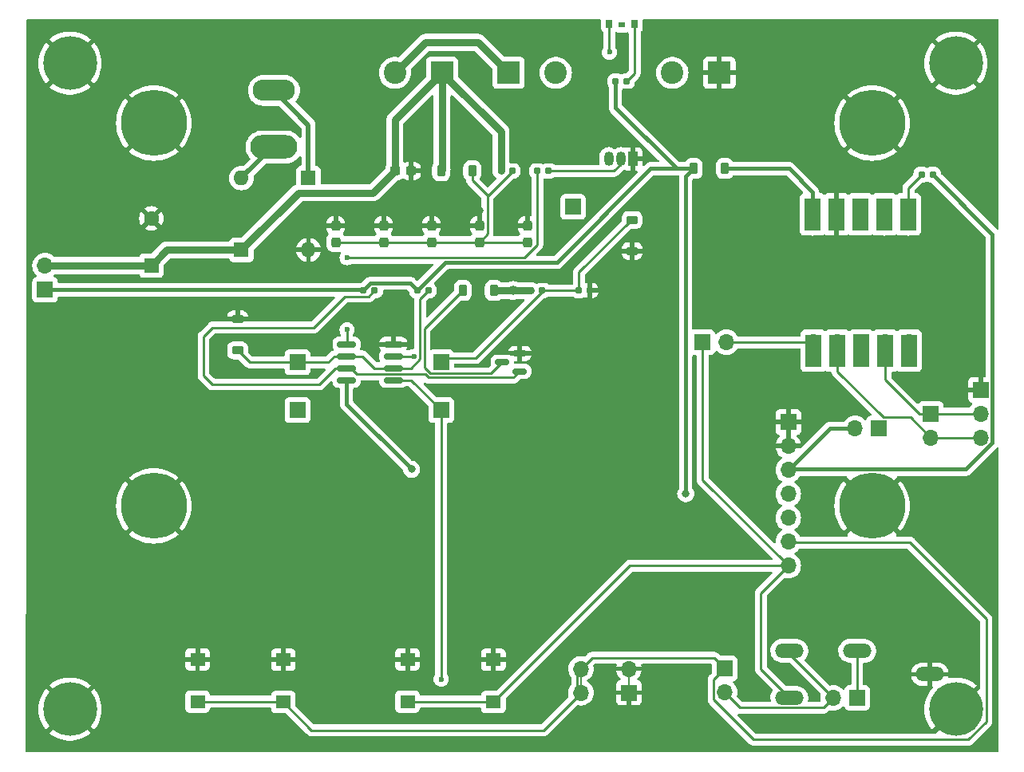
<source format=gbr>
%TF.GenerationSoftware,KiCad,Pcbnew,7.0.2*%
%TF.CreationDate,2024-01-09T21:21:53-08:00*%
%TF.ProjectId,MK-KS-MkII,4d4b2d4b-532d-44d6-9b49-492e6b696361,1.0*%
%TF.SameCoordinates,Original*%
%TF.FileFunction,Copper,L1,Top*%
%TF.FilePolarity,Positive*%
%FSLAX46Y46*%
G04 Gerber Fmt 4.6, Leading zero omitted, Abs format (unit mm)*
G04 Created by KiCad (PCBNEW 7.0.2) date 2024-01-09 21:21:53*
%MOMM*%
%LPD*%
G01*
G04 APERTURE LIST*
G04 Aperture macros list*
%AMRoundRect*
0 Rectangle with rounded corners*
0 $1 Rounding radius*
0 $2 $3 $4 $5 $6 $7 $8 $9 X,Y pos of 4 corners*
0 Add a 4 corners polygon primitive as box body*
4,1,4,$2,$3,$4,$5,$6,$7,$8,$9,$2,$3,0*
0 Add four circle primitives for the rounded corners*
1,1,$1+$1,$2,$3*
1,1,$1+$1,$4,$5*
1,1,$1+$1,$6,$7*
1,1,$1+$1,$8,$9*
0 Add four rect primitives between the rounded corners*
20,1,$1+$1,$2,$3,$4,$5,0*
20,1,$1+$1,$4,$5,$6,$7,0*
20,1,$1+$1,$6,$7,$8,$9,0*
20,1,$1+$1,$8,$9,$2,$3,0*%
G04 Aperture macros list end*
%TA.AperFunction,EtchedComponent*%
%ADD10C,0.200000*%
%TD*%
%TA.AperFunction,ComponentPad*%
%ADD11O,1.700000X1.700000*%
%TD*%
%TA.AperFunction,SMDPad,CuDef*%
%ADD12R,1.700000X3.500000*%
%TD*%
%TA.AperFunction,ComponentPad*%
%ADD13R,1.700000X1.700000*%
%TD*%
%TA.AperFunction,ComponentPad*%
%ADD14R,2.400000X2.400000*%
%TD*%
%TA.AperFunction,ComponentPad*%
%ADD15C,2.400000*%
%TD*%
%TA.AperFunction,SMDPad,CuDef*%
%ADD16RoundRect,0.225000X-0.375000X0.225000X-0.375000X-0.225000X0.375000X-0.225000X0.375000X0.225000X0*%
%TD*%
%TA.AperFunction,SMDPad,CuDef*%
%ADD17RoundRect,0.237500X0.237500X-0.300000X0.237500X0.300000X-0.237500X0.300000X-0.237500X-0.300000X0*%
%TD*%
%TA.AperFunction,ConnectorPad*%
%ADD18C,5.700000*%
%TD*%
%TA.AperFunction,ComponentPad*%
%ADD19C,3.600000*%
%TD*%
%TA.AperFunction,SMDPad,CuDef*%
%ADD20RoundRect,0.225000X-0.225000X-0.375000X0.225000X-0.375000X0.225000X0.375000X-0.225000X0.375000X0*%
%TD*%
%TA.AperFunction,ComponentPad*%
%ADD21O,3.016000X1.508000*%
%TD*%
%TA.AperFunction,SMDPad,CuDef*%
%ADD22RoundRect,0.160000X0.197500X0.160000X-0.197500X0.160000X-0.197500X-0.160000X0.197500X-0.160000X0*%
%TD*%
%TA.AperFunction,SMDPad,CuDef*%
%ADD23RoundRect,0.237500X-0.300000X-0.237500X0.300000X-0.237500X0.300000X0.237500X-0.300000X0.237500X0*%
%TD*%
%TA.AperFunction,SMDPad,CuDef*%
%ADD24R,0.710000X0.900000*%
%TD*%
%TA.AperFunction,SMDPad,CuDef*%
%ADD25R,0.800000X0.600000*%
%TD*%
%TA.AperFunction,SMDPad,CuDef*%
%ADD26RoundRect,0.160000X-0.197500X-0.160000X0.197500X-0.160000X0.197500X0.160000X-0.197500X0.160000X0*%
%TD*%
%TA.AperFunction,ComponentPad*%
%ADD27R,1.600000X1.600000*%
%TD*%
%TA.AperFunction,ComponentPad*%
%ADD28C,1.600000*%
%TD*%
%TA.AperFunction,ComponentPad*%
%ADD29O,1.600000X1.600000*%
%TD*%
%TA.AperFunction,ComponentPad*%
%ADD30C,4.700000*%
%TD*%
%TA.AperFunction,ConnectorPad*%
%ADD31C,7.000000*%
%TD*%
%TA.AperFunction,ComponentPad*%
%ADD32O,5.000000X2.500000*%
%TD*%
%TA.AperFunction,ComponentPad*%
%ADD33O,4.500000X2.250000*%
%TD*%
%TA.AperFunction,SMDPad,CuDef*%
%ADD34R,1.600000X1.400000*%
%TD*%
%TA.AperFunction,SMDPad,CuDef*%
%ADD35RoundRect,0.150000X0.587500X0.150000X-0.587500X0.150000X-0.587500X-0.150000X0.587500X-0.150000X0*%
%TD*%
%TA.AperFunction,ComponentPad*%
%ADD36R,1.050000X1.500000*%
%TD*%
%TA.AperFunction,ComponentPad*%
%ADD37O,1.050000X1.500000*%
%TD*%
%TA.AperFunction,SMDPad,CuDef*%
%ADD38RoundRect,0.225000X0.375000X-0.225000X0.375000X0.225000X-0.375000X0.225000X-0.375000X-0.225000X0*%
%TD*%
%TA.AperFunction,SMDPad,CuDef*%
%ADD39RoundRect,0.150000X0.825000X0.150000X-0.825000X0.150000X-0.825000X-0.150000X0.825000X-0.150000X0*%
%TD*%
%TA.AperFunction,ViaPad*%
%ADD40C,0.800000*%
%TD*%
%TA.AperFunction,ViaPad*%
%ADD41C,0.600000*%
%TD*%
%TA.AperFunction,ViaPad*%
%ADD42C,1.000000*%
%TD*%
%TA.AperFunction,Conductor*%
%ADD43C,0.400000*%
%TD*%
%TA.AperFunction,Conductor*%
%ADD44C,0.250000*%
%TD*%
%TA.AperFunction,Conductor*%
%ADD45C,0.800000*%
%TD*%
%TA.AperFunction,Conductor*%
%ADD46C,0.500000*%
%TD*%
G04 APERTURE END LIST*
D10*
%TO.C,SW1*%
X120528400Y-164662800D02*
X120528400Y-163646800D01*
X115448400Y-164662800D02*
X115448400Y-163646800D01*
%TD*%
D11*
%TO.P,U1,1,RESET-*%
%TO.N,/RESET-*%
X150176000Y-115554000D03*
D12*
X150176000Y-114654000D03*
D11*
%TO.P,U1,2,3V3*%
%TO.N,/V3.3I*%
X147636000Y-115554000D03*
D12*
X147636000Y-114654000D03*
D13*
%TO.P,U1,3,VIO*%
%TO.N,unconnected-(U1-VIO-Pad3)*%
X145096000Y-115554000D03*
D12*
X145096000Y-114654000D03*
D11*
%TO.P,U1,4,GND*%
%TO.N,GND*%
X142556000Y-115554000D03*
D12*
X142556000Y-114654000D03*
D11*
%TO.P,U1,5,VBUS*%
%TO.N,/V5I*%
X140016000Y-115554000D03*
D12*
X140016000Y-114654000D03*
D11*
%TO.P,U1,6,CB0*%
%TO.N,/CB0*%
X140106000Y-128234000D03*
D12*
X140106000Y-129134000D03*
D11*
%TO.P,U1,7,TXD*%
%TO.N,/TXD*%
X142646000Y-128234000D03*
D12*
X142646000Y-129134000D03*
D13*
%TO.P,U1,8,RTS-*%
%TO.N,/SNDR_EN*%
X145186000Y-128234000D03*
D12*
X145186000Y-129134000D03*
D11*
%TO.P,U1,9,RXD*%
%TO.N,/RXD*%
X147726000Y-128234000D03*
D12*
X147726000Y-129134000D03*
D11*
%TO.P,U1,10,CTS-*%
%TO.N,/KEY_PDL_DOT-*%
X150266000Y-128234000D03*
D12*
X150266000Y-129134000D03*
%TD*%
D14*
%TO.P,ST3,1,Pin_1*%
%TO.N,GND*%
X130138000Y-99627800D03*
D15*
%TO.P,ST3,2,Pin_2*%
%TO.N,/KEY_PDL-*%
X125138000Y-99627800D03*
%TD*%
D16*
%TO.P,D7,1,K*%
%TO.N,GND*%
X79019400Y-125782800D03*
%TO.P,D7,2,A*%
%TO.N,/OFFSET_REF_V*%
X79019400Y-129082800D03*
%TD*%
D17*
%TO.P,C7,1*%
%TO.N,Net-(D3-A)*%
X99594400Y-117587800D03*
%TO.P,C7,2*%
%TO.N,GND*%
X99594400Y-115862800D03*
%TD*%
D13*
%TO.P,TP5,1,Pin_1*%
%TO.N,/KOB_KEY-*%
X100609400Y-135432800D03*
%TD*%
%TO.P,J3,1,Pin_1*%
%TO.N,GND*%
X157857000Y-133268000D03*
D11*
%TO.P,J3,2,Pin_2*%
%TO.N,/RXD*%
X157857000Y-135808000D03*
%TO.P,J3,3,Pin_3*%
%TO.N,/TXD*%
X157857000Y-138348000D03*
%TD*%
D17*
%TO.P,C5,1*%
%TO.N,Net-(D3-A)*%
X89434400Y-117587800D03*
%TO.P,C5,2*%
%TO.N,GND*%
X89434400Y-115862800D03*
%TD*%
D18*
%TO.P,M_KSI4,1,1*%
%TO.N,GND*%
X61239400Y-167182800D03*
D19*
X61239400Y-167182800D03*
%TD*%
D20*
%TO.P,D3,1,K*%
%TO.N,/LOOP_PWR*%
X100609400Y-110032800D03*
%TO.P,D3,2,A*%
%TO.N,Net-(D3-A)*%
X103909400Y-110032800D03*
%TD*%
D13*
%TO.P,JP3,1,A*%
%TO.N,/KOB_KEY-*%
X144742000Y-165979000D03*
D11*
%TO.P,JP3,2,B*%
%TO.N,/KEY_PDL-*%
X142202000Y-165979000D03*
%TD*%
D20*
%TO.P,D1,1,K*%
%TO.N,+5V*%
X127407000Y-109782000D03*
%TO.P,D1,2,A*%
%TO.N,/V5I*%
X130707000Y-109782000D03*
%TD*%
D14*
%TO.P,ST1,1,Pin_1*%
%TO.N,/LOOP_PWR*%
X100709400Y-99627800D03*
D15*
%TO.P,ST1,2,Pin_2*%
%TO.N,/LP1*%
X95709400Y-99627800D03*
%TD*%
D21*
%TO.P,J5,1*%
%TO.N,GND*%
X152453000Y-163472000D03*
%TO.P,J5,2*%
%TO.N,/KEY_PDL-*%
X137553000Y-160972000D03*
%TO.P,J5,3*%
%TO.N,/PDL_DASH-*%
X137553000Y-165972000D03*
%TO.P,J5,4*%
%TO.N,/KOB_KEY-*%
X144753000Y-160972000D03*
%TD*%
D22*
%TO.P,R9,1*%
%TO.N,GND*%
X116421900Y-122732800D03*
%TO.P,R9,2*%
%TO.N,/LOOP_STATE*%
X115226900Y-122732800D03*
%TD*%
D23*
%TO.P,C4,1*%
%TO.N,/LOOP_PWR*%
X95706900Y-110032800D03*
%TO.P,C4,2*%
%TO.N,GND*%
X97431900Y-110032800D03*
%TD*%
D20*
%TO.P,D8,1,K*%
%TO.N,Net-(D8-K)*%
X102899400Y-122732800D03*
%TO.P,D8,2,A*%
%TO.N,/LP2*%
X106199400Y-122732800D03*
%TD*%
D13*
%TO.P,TP1,1,Pin_1*%
%TO.N,/LP2*%
X114599000Y-113854000D03*
%TD*%
D24*
%TO.P,LED1,1,K*%
%TO.N,Net-(LED1-K)*%
X118436400Y-94388800D03*
%TO.P,LED1,2,A*%
%TO.N,Net-(LED1-A)*%
X121136400Y-94388800D03*
D25*
%TO.P,LED1,3*%
%TO.N,N/C*%
X119786400Y-94538800D03*
%TD*%
D26*
%TO.P,R2,1*%
%TO.N,/RESET-*%
X151572500Y-110434000D03*
%TO.P,R2,2*%
%TO.N,+3.3V*%
X152767500Y-110434000D03*
%TD*%
D13*
%TO.P,OPa1,1,Pin_1*%
%TO.N,+5V*%
X58593000Y-122644000D03*
D11*
%TO.P,OPa1,2,Pin_2*%
%TO.N,/LOOP_PWR*%
X58593000Y-120104000D03*
%TD*%
D26*
%TO.P,R1,1*%
%TO.N,/LOOP_PWR*%
X106959400Y-110032800D03*
%TO.P,R1,2*%
%TO.N,Net-(D3-A)*%
X108154400Y-110032800D03*
%TD*%
D13*
%TO.P,TP2,1,Pin_1*%
%TO.N,/SNDR_EN*%
X85369400Y-135432800D03*
%TD*%
D26*
%TO.P,R10,1*%
%TO.N,/SNDR_EN*%
X110806900Y-110032800D03*
%TO.P,R10,2*%
%TO.N,Net-(Q4-B)*%
X112001900Y-110032800D03*
%TD*%
D18*
%TO.P,M_KSI1,1,1*%
%TO.N,GND*%
X61239400Y-98602800D03*
D19*
X61239400Y-98602800D03*
%TD*%
D13*
%TO.P,TP4,1,Pin_1*%
%TO.N,/LOOP_STATE*%
X100609400Y-130352800D03*
%TD*%
D26*
%TO.P,R8,1*%
%TO.N,/LP2*%
X110146900Y-122732800D03*
%TO.P,R8,2*%
%TO.N,/LOOP_STATE*%
X111341900Y-122732800D03*
%TD*%
D27*
%TO.P,C3,1*%
%TO.N,/LOOP_PWR*%
X69875400Y-120080851D03*
D28*
%TO.P,C3,2*%
%TO.N,GND*%
X69875400Y-115080851D03*
%TD*%
D27*
%TO.P,D4,1,K*%
%TO.N,/LPI-*%
X86537800Y-110794800D03*
D29*
%TO.P,D4,2,A*%
%TO.N,GND*%
X86537800Y-118414800D03*
%TD*%
D26*
%TO.P,R7,1*%
%TO.N,+5V*%
X119099400Y-100507800D03*
%TO.P,R7,2*%
%TO.N,Net-(LED1-A)*%
X120294400Y-100507800D03*
%TD*%
D30*
%TO.P,SHLD-1,1,1*%
%TO.N,GND*%
X70129400Y-104952800D03*
D31*
X70129400Y-104952800D03*
%TD*%
D30*
%TO.P,SHLD-2,1,1*%
%TO.N,GND*%
X146329400Y-104952800D03*
D31*
X146329400Y-104952800D03*
%TD*%
D11*
%TO.P,SW1,1,A*%
%TO.N,GND*%
X120528400Y-162884800D03*
D13*
X120528400Y-165424800D03*
D11*
%TO.P,SW1,2,B*%
%TO.N,/KEY_PDL_DOT-*%
X115448400Y-162884800D03*
X115448400Y-165424800D03*
%TD*%
D13*
%TO.P,JP2,1,A*%
%TO.N,/KEY_PDL_DOT-*%
X130688400Y-162859800D03*
D11*
%TO.P,JP2,2,B*%
%TO.N,/KEY_PDL-*%
X130688400Y-165399800D03*
%TD*%
D13*
%TO.P,JP1,1,A*%
%TO.N,/V3.3I*%
X147069000Y-137366000D03*
D11*
%TO.P,JP1,2,B*%
%TO.N,+3.3V*%
X144529000Y-137366000D03*
%TD*%
D32*
%TO.P,J2,1,In*%
%TO.N,/LPI+*%
X82880200Y-107489100D03*
D33*
%TO.P,J2,2,Ext*%
%TO.N,/LPI-*%
X82880200Y-101489100D03*
%TD*%
D34*
%TO.P,SW3,1,1*%
%TO.N,GND*%
X97053400Y-161884800D03*
X106153400Y-161920800D03*
%TO.P,SW3,2,2*%
%TO.N,/PDL_DASH-*%
X97053400Y-166384800D03*
X106153400Y-166420800D03*
%TD*%
D18*
%TO.P,M_KSI2,1,1*%
%TO.N,GND*%
X155219400Y-98602800D03*
D19*
X155219400Y-98602800D03*
%TD*%
D14*
%TO.P,ST2,1,Pin_1*%
%TO.N,/LP1*%
X107774400Y-99627800D03*
D15*
%TO.P,ST2,2,Pin_2*%
%TO.N,/LP2*%
X112774400Y-99627800D03*
%TD*%
D30*
%TO.P,SHLD-4,1,1*%
%TO.N,GND*%
X70129400Y-145592800D03*
D31*
X70129400Y-145592800D03*
%TD*%
D17*
%TO.P,C6,1*%
%TO.N,Net-(D3-A)*%
X94514400Y-117587800D03*
%TO.P,C6,2*%
%TO.N,GND*%
X94514400Y-115862800D03*
%TD*%
D13*
%TO.P,TP3,1,Pin_1*%
%TO.N,/OFFSET_REF_V*%
X85369400Y-130352800D03*
%TD*%
D34*
%TO.P,SW2,1,1*%
%TO.N,GND*%
X74773400Y-161884800D03*
X83873400Y-161920800D03*
%TO.P,SW2,2,2*%
%TO.N,/KEY_PDL_DOT-*%
X74773400Y-166384800D03*
X83873400Y-166420800D03*
%TD*%
D35*
%TO.P,Q3,1,G*%
%TO.N,/SNDR_EN-*%
X108964400Y-131302800D03*
%TO.P,Q3,2,S*%
%TO.N,GND*%
X108964400Y-129402800D03*
%TO.P,Q3,3,D*%
%TO.N,Net-(D8-K)*%
X107089400Y-130352800D03*
%TD*%
D26*
%TO.P,R6,1*%
%TO.N,+5V*%
X98081900Y-122732800D03*
%TO.P,R6,2*%
%TO.N,/OFFSET_REF_V*%
X99276900Y-122732800D03*
%TD*%
D36*
%TO.P,Q4,1,E*%
%TO.N,GND*%
X120929400Y-108762800D03*
D37*
%TO.P,Q4,2,B*%
%TO.N,Net-(Q4-B)*%
X119659400Y-108762800D03*
%TO.P,Q4,3,C*%
%TO.N,Net-(LED1-K)*%
X118389400Y-108762800D03*
%TD*%
D27*
%TO.P,D2,1,K*%
%TO.N,/LOOP_PWR*%
X79425800Y-118414800D03*
D29*
%TO.P,D2,2,A*%
%TO.N,/LPI+*%
X79425800Y-110794800D03*
%TD*%
D22*
%TO.P,R5,1*%
%TO.N,/SNDR_EN-*%
X93561900Y-122732800D03*
%TO.P,R5,2*%
%TO.N,+5V*%
X92366900Y-122732800D03*
%TD*%
D18*
%TO.P,M_KSI3,1,1*%
%TO.N,GND*%
X155219400Y-167182800D03*
D19*
X155219400Y-167182800D03*
%TD*%
D13*
%TO.P,JP5,1,A*%
%TO.N,/RXD*%
X152564000Y-135827000D03*
D11*
%TO.P,JP5,2,B*%
%TO.N,/TXD*%
X152564000Y-138367000D03*
%TD*%
D17*
%TO.P,C8,1*%
%TO.N,Net-(D3-A)*%
X104674400Y-117587800D03*
%TO.P,C8,2*%
%TO.N,GND*%
X104674400Y-115862800D03*
%TD*%
D13*
%TO.P,JP4,1,A*%
%TO.N,/PDL_DASH-*%
X128341000Y-128229000D03*
D11*
%TO.P,JP4,2,B*%
%TO.N,/CB0*%
X130881000Y-128229000D03*
%TD*%
D30*
%TO.P,SHLD-3,1,1*%
%TO.N,GND*%
X146329400Y-145592800D03*
D31*
X146329400Y-145592800D03*
%TD*%
D38*
%TO.P,D5,1,K*%
%TO.N,GND*%
X120878600Y-118541800D03*
%TO.P,D5,2,A*%
%TO.N,/LOOP_STATE*%
X120878600Y-115241800D03*
%TD*%
D39*
%TO.P,U4,1,1OUT*%
%TO.N,/KOB_KEY-*%
X95529400Y-132257800D03*
%TO.P,U4,2*%
%TO.N,/OFFSET_REF_V*%
X95529400Y-130987800D03*
%TO.P,U4,3*%
%TO.N,/LOOP_STATE*%
X95529400Y-129717800D03*
%TO.P,U4,4,GND*%
%TO.N,GND*%
X95529400Y-128447800D03*
%TO.P,U4,5,2IN+*%
%TO.N,/SNDR_EN*%
X90579400Y-128447800D03*
%TO.P,U4,6,2IN-*%
%TO.N,/OFFSET_REF_V*%
X90579400Y-129717800D03*
%TO.P,U4,7,2OUT*%
%TO.N,/SNDR_EN-*%
X90579400Y-130987800D03*
%TO.P,U4,8,VCC*%
%TO.N,+3.3V*%
X90579400Y-132257800D03*
%TD*%
D17*
%TO.P,C9,1*%
%TO.N,Net-(D3-A)*%
X109754400Y-117587800D03*
%TO.P,C9,2*%
%TO.N,GND*%
X109754400Y-115862800D03*
%TD*%
D13*
%TO.P,J4,1,Pin_1*%
%TO.N,GND*%
X137439400Y-136702800D03*
D11*
%TO.P,J4,2,Pin_2*%
X137439400Y-139242800D03*
%TO.P,J4,3,Pin_3*%
%TO.N,+3.3V*%
X137439400Y-141782800D03*
%TO.P,J4,4,Pin_4*%
%TO.N,+5V*%
X137439400Y-144322800D03*
%TO.P,J4,5,Pin_5*%
%TO.N,/SNDR_EN*%
X137439400Y-146862800D03*
%TO.P,J4,6,Pin_6*%
%TO.N,/KEY_PDL_DOT-*%
X137439400Y-149402800D03*
%TO.P,J4,7,Pin_7*%
%TO.N,/PDL_DASH-*%
X137439400Y-151942800D03*
%TD*%
D40*
%TO.N,+5V*%
X126559000Y-144311000D03*
%TO.N,+3.3V*%
X97480000Y-141713000D03*
D41*
%TO.N,/KOB_KEY-*%
X100609000Y-163991000D03*
D40*
%TO.N,GND*%
X104724200Y-114249200D03*
X110667800Y-129413000D03*
X95580200Y-126794800D03*
X99618800Y-114223800D03*
X74803000Y-159941800D03*
X83870800Y-159941800D03*
X94538800Y-114223800D03*
X79044800Y-124155200D03*
X97409000Y-111633000D03*
X122555000Y-118541800D03*
X106172000Y-159941800D03*
X109778800Y-114249200D03*
X97028000Y-159941800D03*
X89484200Y-114198400D03*
X116433600Y-121056400D03*
D42*
%TO.N,/LP2*%
X108229400Y-122732800D03*
D41*
%TO.N,/LOOP_STATE*%
X97739200Y-129717800D03*
%TO.N,/SNDR_EN*%
X90627200Y-119253000D03*
X90627200Y-126898400D03*
%TO.N,Net-(LED1-K)*%
X118465600Y-97434400D03*
%TD*%
D43*
%TO.N,+3.3V*%
X159087000Y-138857483D02*
X156231683Y-141712800D01*
X156231683Y-141712800D02*
X137509400Y-141712800D01*
X159087000Y-116753500D02*
X159087000Y-138857483D01*
X152767500Y-110434000D02*
X159087000Y-116753500D01*
D44*
%TO.N,/RXD*%
X147726000Y-132205000D02*
X147726000Y-128234000D01*
X151348000Y-135827000D02*
X147726000Y-132205000D01*
X152564000Y-135827000D02*
X151348000Y-135827000D01*
X157857000Y-135808000D02*
X152583000Y-135808000D01*
%TO.N,/TXD*%
X142646000Y-131329000D02*
X142646000Y-128234000D01*
X147528000Y-136211000D02*
X142646000Y-131329000D01*
X150408000Y-136211000D02*
X147528000Y-136211000D01*
X152564000Y-138367000D02*
X150408000Y-136211000D01*
X157857000Y-138348000D02*
X152583000Y-138348000D01*
%TO.N,/PDL_DASH-*%
X128341000Y-142850000D02*
X137433800Y-151942800D01*
X128341000Y-128229000D02*
X128341000Y-142850000D01*
D43*
%TO.N,/V5I*%
X140016000Y-112288000D02*
X140016000Y-115554000D01*
X137510000Y-109782000D02*
X140016000Y-112288000D01*
X130707000Y-109782000D02*
X137510000Y-109782000D01*
D44*
%TO.N,/RESET-*%
X150176000Y-111830500D02*
X151572500Y-110434000D01*
X150176000Y-115554000D02*
X150176000Y-111830500D01*
%TO.N,/CB0*%
X140106000Y-128234000D02*
X130886000Y-128234000D01*
%TO.N,/PDL_DASH-*%
X134514000Y-154868200D02*
X137439400Y-151942800D01*
X137553000Y-165972000D02*
X134514000Y-162933000D01*
X134514000Y-162933000D02*
X134514000Y-154868200D01*
%TO.N,/KEY_PDL_DOT-*%
X86867600Y-169415000D02*
X111458200Y-169415000D01*
X83873400Y-166420800D02*
X86867600Y-169415000D01*
X111458200Y-169415000D02*
X115448400Y-165424800D01*
D43*
%TO.N,+5V*%
X112882000Y-119758000D02*
X122858000Y-109782000D01*
X101056700Y-119758000D02*
X112882000Y-119758000D01*
X98081900Y-122732800D02*
X101056700Y-119758000D01*
X122858000Y-109782000D02*
X127407000Y-109782000D01*
D44*
%TO.N,/KEY_PDL_DOT-*%
X115043400Y-165019800D02*
X115043400Y-163289800D01*
X129558400Y-161729800D02*
X130688400Y-162859800D01*
X116603400Y-161729800D02*
X129558400Y-161729800D01*
X115448400Y-162884800D02*
X116603400Y-161729800D01*
D45*
%TO.N,/LP1*%
X104531600Y-96385000D02*
X107774400Y-99627800D01*
X98952200Y-96385000D02*
X104531600Y-96385000D01*
X95709400Y-99627800D02*
X98952200Y-96385000D01*
D43*
%TO.N,+5V*%
X126559000Y-110630000D02*
X127407000Y-109782000D01*
X126559000Y-144311000D02*
X126559000Y-110630000D01*
%TO.N,+3.3V*%
X90579400Y-132257800D02*
X90579400Y-134812400D01*
X90579400Y-134812400D02*
X97480000Y-141713000D01*
%TO.N,+5V*%
X58593000Y-122644000D02*
X92278100Y-122644000D01*
D45*
%TO.N,/LOOP_PWR*%
X69875400Y-120080851D02*
X58616149Y-120080851D01*
D43*
%TO.N,+5V*%
X119099400Y-103287400D02*
X119099400Y-100507800D01*
X125594000Y-109782000D02*
X119099400Y-103287400D01*
X127407000Y-109782000D02*
X125594000Y-109782000D01*
D44*
%TO.N,/KOB_KEY-*%
X100609400Y-163990600D02*
X100609000Y-163991000D01*
X100609400Y-135432800D02*
X100609400Y-163990600D01*
D43*
%TO.N,+3.3V*%
X144529000Y-137366000D02*
X141877000Y-137366000D01*
X141877000Y-137366000D02*
X137460200Y-141782800D01*
D44*
%TO.N,/KEY_PDL-*%
X141150000Y-167031000D02*
X142202000Y-165979000D01*
X130688400Y-165399800D02*
X132319600Y-167031000D01*
X132319600Y-167031000D02*
X141150000Y-167031000D01*
X142202000Y-165979000D02*
X137553000Y-161330000D01*
%TO.N,/KOB_KEY-*%
X144742000Y-165979000D02*
X144742000Y-160983000D01*
%TO.N,/SNDR_EN-*%
X89413200Y-130987800D02*
X90579400Y-130987800D01*
X87705000Y-132696000D02*
X89413200Y-130987800D01*
X76351000Y-126652000D02*
X75411000Y-127592000D01*
X75411000Y-127592000D02*
X75411000Y-131781000D01*
X76326000Y-132696000D02*
X87705000Y-132696000D01*
X87096000Y-126652000D02*
X76351000Y-126652000D01*
X90390200Y-123357800D02*
X87096000Y-126652000D01*
X92936900Y-123357800D02*
X90390200Y-123357800D01*
X93561900Y-122732800D02*
X92936900Y-123357800D01*
X75411000Y-131781000D02*
X76326000Y-132696000D01*
D43*
%TO.N,GND*%
X97434400Y-111607600D02*
X97409000Y-111633000D01*
X116408200Y-121081800D02*
X116433600Y-121056400D01*
X94513400Y-114249200D02*
X94538800Y-114223800D01*
X95554800Y-126820200D02*
X95580200Y-126794800D01*
X89458800Y-115826000D02*
X89458800Y-114223800D01*
X99593400Y-114249200D02*
X99618800Y-114223800D01*
X109040200Y-129387600D02*
X110642400Y-129387600D01*
X89458800Y-114223800D02*
X89484200Y-114198400D01*
X94513400Y-115851400D02*
X94513400Y-114249200D01*
X97002600Y-161344000D02*
X97002600Y-159741800D01*
X99593400Y-115851400D02*
X99593400Y-114249200D01*
X116408200Y-122684000D02*
X116408200Y-121081800D01*
X79019400Y-124180600D02*
X79044800Y-124155200D01*
X83845400Y-161344000D02*
X83845400Y-159741800D01*
X109753400Y-114274600D02*
X109778800Y-114249200D01*
X104698800Y-115876800D02*
X104698800Y-114274600D01*
X106146600Y-159767200D02*
X106172000Y-159741800D01*
X83845400Y-159767200D02*
X83870800Y-159741800D01*
X122529600Y-118516400D02*
X122555000Y-118541800D01*
X110642400Y-129387600D02*
X110667800Y-129413000D01*
X79019400Y-125782800D02*
X79019400Y-124180600D01*
X106146600Y-161344000D02*
X106146600Y-159741800D01*
X95554800Y-128422400D02*
X95554800Y-126820200D01*
X97002600Y-159767200D02*
X97028000Y-159741800D01*
X74777600Y-161344000D02*
X74777600Y-159741800D01*
X74777600Y-159767200D02*
X74803000Y-159741800D01*
X120927400Y-118516400D02*
X122529600Y-118516400D01*
X104698800Y-114274600D02*
X104724200Y-114249200D01*
X97434400Y-110005400D02*
X97434400Y-111607600D01*
X109753400Y-115876800D02*
X109753400Y-114274600D01*
D45*
%TO.N,/LOOP_PWR*%
X95706900Y-104630300D02*
X100709400Y-99627800D01*
X106959400Y-110032800D02*
X106959400Y-105892600D01*
X71541451Y-118414800D02*
X69875400Y-120080851D01*
X93394900Y-112344800D02*
X95706900Y-110032800D01*
X100709400Y-99627800D02*
X100709400Y-109932800D01*
X95706900Y-110032800D02*
X95706900Y-104630300D01*
X100709400Y-109932800D02*
X100609400Y-110032800D01*
X106959400Y-105892600D02*
X100709400Y-99642600D01*
X79425800Y-118414800D02*
X85495800Y-112344800D01*
X85495800Y-112344800D02*
X93394900Y-112344800D01*
X79425800Y-118414800D02*
X71541451Y-118414800D01*
D44*
%TO.N,Net-(D3-A)*%
X105524400Y-116737800D02*
X104674400Y-117587800D01*
X94514400Y-117587800D02*
X99594400Y-117587800D01*
X99594400Y-117587800D02*
X104674400Y-117587800D01*
X108154400Y-110107800D02*
X105524400Y-112737800D01*
X103909400Y-110032800D02*
X103909400Y-111046800D01*
X89434400Y-117587800D02*
X94514400Y-117587800D01*
X105524400Y-112661800D02*
X105524400Y-116737800D01*
X104674400Y-117587800D02*
X109754400Y-117587800D01*
X103909400Y-111046800D02*
X105524400Y-112661800D01*
D43*
%TO.N,+5V*%
X92366900Y-122707630D02*
X93111730Y-121962800D01*
X97311900Y-121962800D02*
X98081900Y-122732800D01*
X93111730Y-121962800D02*
X97311900Y-121962800D01*
D46*
%TO.N,/LPI+*%
X82731500Y-107489100D02*
X79425800Y-110794800D01*
%TO.N,/LPI-*%
X86537800Y-105146700D02*
X86537800Y-110794800D01*
X82880200Y-101489100D02*
X86537800Y-105146700D01*
D45*
%TO.N,/LP2*%
X110146900Y-122732800D02*
X106199400Y-122732800D01*
D44*
%TO.N,/OFFSET_REF_V*%
X88646000Y-130352800D02*
X89281000Y-129717800D01*
X79019400Y-129082800D02*
X80289400Y-130352800D01*
X80289400Y-130352800D02*
X85369400Y-130352800D01*
X97383600Y-130987800D02*
X98374200Y-129997200D01*
X98374200Y-123635500D02*
X99276900Y-122732800D01*
X98374200Y-129997200D02*
X98374200Y-123635500D01*
X93522800Y-130987800D02*
X95529400Y-130987800D01*
X90579400Y-129717800D02*
X92252800Y-129717800D01*
X92252800Y-129717800D02*
X93522800Y-130987800D01*
X89281000Y-129717800D02*
X90579400Y-129717800D01*
X95529400Y-130987800D02*
X97383600Y-130987800D01*
X85369400Y-130352800D02*
X88646000Y-130352800D01*
%TO.N,Net-(D8-K)*%
X105914400Y-131527800D02*
X99447600Y-131527800D01*
X98831400Y-126800800D02*
X102899400Y-122732800D01*
X98831400Y-130911600D02*
X98831400Y-126800800D01*
X107089400Y-130352800D02*
X105914400Y-131527800D01*
X99447600Y-131527800D02*
X98831400Y-130911600D01*
%TO.N,/LOOP_STATE*%
X101058901Y-129903299D02*
X104284701Y-129903299D01*
X115226900Y-120790272D02*
X120775372Y-115241800D01*
X104284701Y-129903299D02*
X111341900Y-122846100D01*
X111341900Y-122732800D02*
X115226900Y-122732800D01*
X95529400Y-129717800D02*
X97739200Y-129717800D01*
X115226900Y-122732800D02*
X115226900Y-120790272D01*
%TO.N,/SNDR_EN*%
X90627200Y-126898400D02*
X90627200Y-128400000D01*
X110806900Y-117868295D02*
X109422195Y-119253000D01*
X110806900Y-110032800D02*
X110806900Y-117868295D01*
X109422195Y-119253000D02*
X90627200Y-119253000D01*
%TO.N,/PDL_DASH-*%
X120631400Y-151942800D02*
X137439400Y-151942800D01*
X106153400Y-166420800D02*
X120631400Y-151942800D01*
X97053400Y-166384800D02*
X106117400Y-166384800D01*
%TO.N,/KOB_KEY-*%
X97459800Y-132283200D02*
X97459800Y-132257800D01*
X97459800Y-132257800D02*
X95529400Y-132257800D01*
X100609400Y-135432800D02*
X97459800Y-132283200D01*
%TO.N,Net-(LED1-K)*%
X118436400Y-94388800D02*
X118436400Y-97405200D01*
X118436400Y-97405200D02*
X118465600Y-97434400D01*
%TO.N,Net-(LED1-A)*%
X120294400Y-100507800D02*
X121136400Y-99665800D01*
X121136400Y-99665800D02*
X121136400Y-94388800D01*
%TO.N,/SNDR_EN-*%
X91026862Y-130987800D02*
X91671862Y-131632800D01*
X98903710Y-131632800D02*
X99248211Y-131977301D01*
X99248211Y-131977301D02*
X108289899Y-131977301D01*
X108289899Y-131977301D02*
X108964400Y-131302800D01*
X91671862Y-131632800D02*
X98903710Y-131632800D01*
%TO.N,Net-(Q4-B)*%
X112001900Y-110032800D02*
X118939400Y-110032800D01*
X118939400Y-110032800D02*
X119659400Y-109312800D01*
%TO.N,/KEY_PDL_DOT-*%
X150317200Y-149479000D02*
X137515600Y-149479000D01*
X158445200Y-168517839D02*
X158445200Y-157607000D01*
X129513400Y-164034800D02*
X129513400Y-166165600D01*
X158445200Y-157607000D02*
X150317200Y-149479000D01*
X156555239Y-170407800D02*
X158445200Y-168517839D01*
X133755600Y-170407800D02*
X156555239Y-170407800D01*
X129513400Y-166165600D02*
X133755600Y-170407800D01*
X74773400Y-166384800D02*
X83837400Y-166384800D01*
X130688400Y-162859800D02*
X129513400Y-164034800D01*
%TD*%
%TA.AperFunction,Conductor*%
%TO.N,GND*%
G36*
X117523939Y-93964006D02*
G01*
X117569694Y-94016810D01*
X117580900Y-94068321D01*
X117580900Y-94883360D01*
X117580900Y-94883378D01*
X117580901Y-94886672D01*
X117587309Y-94946283D01*
X117637604Y-95081131D01*
X117689432Y-95150364D01*
X117723855Y-95196348D01*
X117761210Y-95224312D01*
X117803081Y-95280246D01*
X117810899Y-95323578D01*
X117810900Y-96936016D01*
X117791894Y-97001988D01*
X117745136Y-97076404D01*
X117739811Y-97084878D01*
X117702631Y-97191133D01*
X117680231Y-97255148D01*
X117660034Y-97434400D01*
X117680231Y-97613651D01*
X117680231Y-97613653D01*
X117680232Y-97613655D01*
X117739811Y-97783922D01*
X117739812Y-97783923D01*
X117835785Y-97936664D01*
X117963335Y-98064214D01*
X117963337Y-98064215D01*
X117963338Y-98064216D01*
X118116078Y-98160189D01*
X118286345Y-98219768D01*
X118465600Y-98239965D01*
X118644855Y-98219768D01*
X118815122Y-98160189D01*
X118967862Y-98064216D01*
X119095416Y-97936662D01*
X119191389Y-97783922D01*
X119250968Y-97613655D01*
X119271165Y-97434400D01*
X119250968Y-97255145D01*
X119191389Y-97084878D01*
X119095416Y-96932138D01*
X119087983Y-96920308D01*
X119089655Y-96919257D01*
X119064734Y-96873617D01*
X119061900Y-96847259D01*
X119061900Y-95430542D01*
X119081585Y-95363503D01*
X119134389Y-95317748D01*
X119203547Y-95307804D01*
X119229230Y-95314359D01*
X119278917Y-95332891D01*
X119338527Y-95339300D01*
X120234272Y-95339299D01*
X120293883Y-95332891D01*
X120343567Y-95314359D01*
X120413257Y-95309376D01*
X120474580Y-95342860D01*
X120508065Y-95404183D01*
X120510899Y-95430542D01*
X120510899Y-99355346D01*
X120491214Y-99422385D01*
X120474580Y-99443027D01*
X120266626Y-99650981D01*
X120205303Y-99684466D01*
X120178946Y-99687300D01*
X120046340Y-99687300D01*
X120046318Y-99687300D01*
X120043520Y-99687301D01*
X120040721Y-99687555D01*
X120040705Y-99687556D01*
X119976967Y-99693347D01*
X119823829Y-99741067D01*
X119761049Y-99779019D01*
X119693494Y-99796855D01*
X119632751Y-99779019D01*
X119569969Y-99741066D01*
X119416834Y-99693348D01*
X119353087Y-99687555D01*
X119350281Y-99687300D01*
X119347462Y-99687300D01*
X118851340Y-99687300D01*
X118851318Y-99687300D01*
X118848520Y-99687301D01*
X118845722Y-99687555D01*
X118845704Y-99687556D01*
X118781967Y-99693347D01*
X118628832Y-99741066D01*
X118491562Y-99824048D01*
X118378148Y-99937462D01*
X118295165Y-100074733D01*
X118247448Y-100227865D01*
X118247447Y-100227867D01*
X118247448Y-100227867D01*
X118241400Y-100294419D01*
X118241400Y-100297236D01*
X118241400Y-100297237D01*
X118241400Y-100718359D01*
X118241400Y-100718380D01*
X118241401Y-100721180D01*
X118241655Y-100723978D01*
X118241656Y-100723995D01*
X118247447Y-100787732D01*
X118295166Y-100940866D01*
X118295167Y-100940869D01*
X118373308Y-101070131D01*
X118381017Y-101082882D01*
X118398900Y-101147032D01*
X118398900Y-103262479D01*
X118398674Y-103269966D01*
X118395041Y-103330007D01*
X118405883Y-103389171D01*
X118407010Y-103396572D01*
X118414260Y-103456273D01*
X118417850Y-103465739D01*
X118423875Y-103487352D01*
X118425703Y-103497329D01*
X118450391Y-103552183D01*
X118453256Y-103559101D01*
X118474580Y-103615326D01*
X118474582Y-103615330D01*
X118480341Y-103623673D01*
X118491361Y-103643213D01*
X118495520Y-103652454D01*
X118532616Y-103699805D01*
X118537051Y-103705832D01*
X118571217Y-103755329D01*
X118616247Y-103795222D01*
X118621683Y-103800340D01*
X123691162Y-108869819D01*
X123724647Y-108931142D01*
X123719663Y-109000834D01*
X123677791Y-109056767D01*
X123612327Y-109081184D01*
X123603481Y-109081500D01*
X122882909Y-109081500D01*
X122875422Y-109081274D01*
X122815391Y-109077642D01*
X122756242Y-109088481D01*
X122748843Y-109089608D01*
X122689122Y-109096860D01*
X122679641Y-109100456D01*
X122658036Y-109106479D01*
X122648069Y-109108305D01*
X122593234Y-109132984D01*
X122586318Y-109135848D01*
X122530069Y-109157181D01*
X122521725Y-109162941D01*
X122502183Y-109173963D01*
X122492946Y-109178120D01*
X122445604Y-109215210D01*
X122439573Y-109219647D01*
X122390071Y-109253815D01*
X122350177Y-109298846D01*
X122345044Y-109304298D01*
X122166081Y-109483261D01*
X122104758Y-109516746D01*
X122035066Y-109511762D01*
X121979133Y-109469890D01*
X121954716Y-109404426D01*
X121954400Y-109395580D01*
X121954400Y-109012800D01*
X121208960Y-109012800D01*
X121247678Y-108970741D01*
X121297951Y-108856130D01*
X121308286Y-108731405D01*
X121277563Y-108610081D01*
X121214006Y-108512800D01*
X121954400Y-108512800D01*
X121954400Y-107968281D01*
X121954045Y-107961667D01*
X121947999Y-107905428D01*
X121897752Y-107770710D01*
X121811588Y-107655611D01*
X121696489Y-107569447D01*
X121561771Y-107519200D01*
X121505532Y-107513154D01*
X121498918Y-107512800D01*
X121179400Y-107512800D01*
X121179400Y-108482182D01*
X121110348Y-108428437D01*
X120991976Y-108387800D01*
X120898327Y-108387800D01*
X120805954Y-108403214D01*
X120695886Y-108462781D01*
X120683769Y-108475942D01*
X120679997Y-108437638D01*
X120679400Y-108425484D01*
X120679400Y-107512800D01*
X120359882Y-107512800D01*
X120353267Y-107513154D01*
X120297026Y-107519200D01*
X120145607Y-107575677D01*
X120145187Y-107574551D01*
X120100249Y-107591309D01*
X120055418Y-107586285D01*
X119860432Y-107527137D01*
X119679198Y-107509288D01*
X119659400Y-107507338D01*
X119659399Y-107507338D01*
X119458368Y-107527137D01*
X119265056Y-107585778D01*
X119082852Y-107683168D01*
X119014449Y-107697410D01*
X118965946Y-107683168D01*
X118783743Y-107585778D01*
X118783742Y-107585777D01*
X118783741Y-107585777D01*
X118687086Y-107556457D01*
X118590431Y-107527137D01*
X118411362Y-107509501D01*
X118389400Y-107507338D01*
X118389399Y-107507338D01*
X118188368Y-107527137D01*
X117995056Y-107585778D01*
X117816907Y-107681001D01*
X117660752Y-107809152D01*
X117532601Y-107965307D01*
X117437378Y-108143456D01*
X117378737Y-108336768D01*
X117364198Y-108484385D01*
X117364197Y-108484403D01*
X117363900Y-108487420D01*
X117363900Y-109038180D01*
X117364197Y-109041197D01*
X117364198Y-109041214D01*
X117378737Y-109188832D01*
X117396475Y-109247305D01*
X117397098Y-109317172D01*
X117359849Y-109376285D01*
X117296555Y-109405876D01*
X117277814Y-109407300D01*
X112719351Y-109407300D01*
X112652312Y-109387615D01*
X112631670Y-109370981D01*
X112609737Y-109349048D01*
X112472466Y-109266065D01*
X112319334Y-109218348D01*
X112255587Y-109212555D01*
X112252781Y-109212300D01*
X112249962Y-109212300D01*
X111753840Y-109212300D01*
X111753818Y-109212300D01*
X111751020Y-109212301D01*
X111748222Y-109212555D01*
X111748204Y-109212556D01*
X111684467Y-109218347D01*
X111531332Y-109266066D01*
X111468548Y-109304020D01*
X111400993Y-109321855D01*
X111340249Y-109304019D01*
X111277466Y-109266065D01*
X111124334Y-109218348D01*
X111060587Y-109212555D01*
X111057781Y-109212300D01*
X111054962Y-109212300D01*
X110558840Y-109212300D01*
X110558818Y-109212300D01*
X110556020Y-109212301D01*
X110553222Y-109212555D01*
X110553204Y-109212556D01*
X110489467Y-109218347D01*
X110336332Y-109266066D01*
X110199062Y-109349048D01*
X110085648Y-109462462D01*
X110002665Y-109599733D01*
X109954948Y-109752865D01*
X109950910Y-109797300D01*
X109948900Y-109819419D01*
X109948900Y-109822236D01*
X109948900Y-109822237D01*
X109948900Y-110243359D01*
X109948900Y-110243380D01*
X109948901Y-110246180D01*
X109949155Y-110248978D01*
X109949156Y-110248995D01*
X109954947Y-110312732D01*
X110002613Y-110465697D01*
X110002667Y-110465869D01*
X110018701Y-110492393D01*
X110081486Y-110596253D01*
X110085647Y-110603135D01*
X110145082Y-110662570D01*
X110178566Y-110723891D01*
X110181400Y-110750250D01*
X110181400Y-114702325D01*
X110161715Y-114769364D01*
X110108911Y-114815119D01*
X110045200Y-114825617D01*
X110047342Y-114825781D01*
X110044946Y-114825658D01*
X110044801Y-114825683D01*
X110044186Y-114825620D01*
X110037900Y-114825300D01*
X110004400Y-114825300D01*
X110004400Y-115988800D01*
X109984715Y-116055839D01*
X109931911Y-116101594D01*
X109880400Y-116112800D01*
X108779401Y-116112800D01*
X108779401Y-116208797D01*
X108779721Y-116215079D01*
X108789718Y-116312950D01*
X108843946Y-116476601D01*
X108934456Y-116623340D01*
X108948381Y-116637265D01*
X108981866Y-116698588D01*
X108976882Y-116768280D01*
X108948385Y-116812624D01*
X108934058Y-116826951D01*
X108886906Y-116903397D01*
X108834958Y-116950122D01*
X108781368Y-116962300D01*
X106272407Y-116962300D01*
X106205368Y-116942615D01*
X106159613Y-116889811D01*
X106151370Y-116832485D01*
X106149900Y-116832485D01*
X106149900Y-116822259D01*
X106149669Y-116820653D01*
X106149900Y-116819495D01*
X106149900Y-116796783D01*
X106151427Y-116777384D01*
X106151857Y-116774668D01*
X106154560Y-116757604D01*
X106150447Y-116714103D01*
X106149899Y-116702476D01*
X106149899Y-115612800D01*
X108779400Y-115612800D01*
X109504399Y-115612800D01*
X109504399Y-114825300D01*
X109470904Y-114825300D01*
X109464619Y-114825621D01*
X109366749Y-114835618D01*
X109203098Y-114889846D01*
X109056359Y-114980356D01*
X108934456Y-115102259D01*
X108843946Y-115248998D01*
X108789718Y-115412648D01*
X108779719Y-115510522D01*
X108779400Y-115516800D01*
X108779400Y-115612800D01*
X106149899Y-115612800D01*
X106149899Y-113048250D01*
X106169584Y-112981212D01*
X106186213Y-112960575D01*
X108257171Y-110889617D01*
X108318494Y-110856133D01*
X108344852Y-110853299D01*
X108402459Y-110853299D01*
X108405280Y-110853299D01*
X108471833Y-110847252D01*
X108624969Y-110799533D01*
X108762235Y-110716553D01*
X108875653Y-110603135D01*
X108958633Y-110465869D01*
X109006352Y-110312733D01*
X109012400Y-110246181D01*
X109012399Y-109819420D01*
X109006352Y-109752867D01*
X108958633Y-109599731D01*
X108875653Y-109462465D01*
X108875652Y-109462464D01*
X108875651Y-109462462D01*
X108762237Y-109349048D01*
X108624966Y-109266065D01*
X108471834Y-109218348D01*
X108408087Y-109212555D01*
X108405281Y-109212300D01*
X108402462Y-109212300D01*
X107983900Y-109212300D01*
X107916861Y-109192615D01*
X107871106Y-109139811D01*
X107859900Y-109088300D01*
X107859900Y-105973226D01*
X107861427Y-105953827D01*
X107863619Y-105939988D01*
X107860070Y-105872263D01*
X107859900Y-105865774D01*
X107859900Y-105848649D01*
X107859900Y-105845408D01*
X107857771Y-105825153D01*
X107857262Y-105818695D01*
X107853713Y-105750955D01*
X107850081Y-105737403D01*
X107846539Y-105718290D01*
X107845074Y-105704344D01*
X107824114Y-105639837D01*
X107822271Y-105633615D01*
X107804720Y-105568112D01*
X107798355Y-105555620D01*
X107790912Y-105537653D01*
X107786579Y-105524316D01*
X107752664Y-105465574D01*
X107749566Y-105459868D01*
X107748394Y-105457567D01*
X107718783Y-105399451D01*
X107713095Y-105392427D01*
X107709959Y-105388554D01*
X107698941Y-105372522D01*
X107691933Y-105360384D01*
X107691932Y-105360383D01*
X107691931Y-105360381D01*
X107646545Y-105309975D01*
X107642328Y-105305037D01*
X107629520Y-105289220D01*
X107615115Y-105274815D01*
X107610647Y-105270107D01*
X107607102Y-105266170D01*
X107565271Y-105219712D01*
X107553926Y-105211469D01*
X107539136Y-105198836D01*
X102446218Y-100105918D01*
X102412733Y-100044595D01*
X102409899Y-100018237D01*
X102409899Y-98383239D01*
X102409899Y-98379928D01*
X102403491Y-98320317D01*
X102353196Y-98185469D01*
X102266946Y-98070254D01*
X102151731Y-97984004D01*
X102016883Y-97933709D01*
X101965216Y-97928154D01*
X101960566Y-97927654D01*
X101960565Y-97927653D01*
X101957273Y-97927300D01*
X101953950Y-97927300D01*
X99464839Y-97927300D01*
X99464820Y-97927300D01*
X99461528Y-97927301D01*
X99458248Y-97927653D01*
X99458240Y-97927654D01*
X99401915Y-97933709D01*
X99267069Y-97984004D01*
X99151854Y-98070254D01*
X99065604Y-98185468D01*
X99015309Y-98320316D01*
X99011932Y-98351731D01*
X99008900Y-98379927D01*
X99008900Y-98383249D01*
X99008900Y-100003437D01*
X98989215Y-100070476D01*
X98972581Y-100091118D01*
X95127164Y-103936535D01*
X95112372Y-103949169D01*
X95101032Y-103957408D01*
X95055651Y-104007808D01*
X95051189Y-104012509D01*
X95039080Y-104024619D01*
X95039063Y-104024637D01*
X95036781Y-104026920D01*
X95034746Y-104029432D01*
X95034743Y-104029436D01*
X95023959Y-104042751D01*
X95019752Y-104047676D01*
X94974366Y-104098084D01*
X94967358Y-104110222D01*
X94956342Y-104126250D01*
X94947519Y-104137145D01*
X94916718Y-104197595D01*
X94913622Y-104203296D01*
X94879722Y-104262013D01*
X94875388Y-104275352D01*
X94867944Y-104293322D01*
X94861580Y-104305812D01*
X94844026Y-104371317D01*
X94842184Y-104377534D01*
X94821225Y-104442043D01*
X94819760Y-104455986D01*
X94816215Y-104475114D01*
X94812586Y-104488655D01*
X94809036Y-104556391D01*
X94808528Y-104562853D01*
X94806400Y-104583108D01*
X94806400Y-104586352D01*
X94806400Y-104603474D01*
X94806230Y-104609963D01*
X94802681Y-104677688D01*
X94804873Y-104691527D01*
X94806400Y-104710926D01*
X94806400Y-109327914D01*
X94787939Y-109393010D01*
X94733492Y-109481283D01*
X94679225Y-109645046D01*
X94669220Y-109742986D01*
X94668900Y-109746123D01*
X94668900Y-109749263D01*
X94668748Y-109752246D01*
X94645673Y-109818196D01*
X94632590Y-109833609D01*
X93058220Y-111407981D01*
X92996897Y-111441466D01*
X92970539Y-111444300D01*
X87962300Y-111444300D01*
X87895261Y-111424615D01*
X87849506Y-111371811D01*
X87838300Y-111320300D01*
X87838299Y-109950239D01*
X87838299Y-109946928D01*
X87831891Y-109887317D01*
X87781596Y-109752469D01*
X87695346Y-109637254D01*
X87580131Y-109551004D01*
X87445283Y-109500709D01*
X87399044Y-109495737D01*
X87334494Y-109469000D01*
X87294646Y-109411607D01*
X87288300Y-109372448D01*
X87288300Y-105210405D01*
X87289609Y-105192435D01*
X87293089Y-105168677D01*
X87288772Y-105119329D01*
X87288300Y-105108523D01*
X87288300Y-105106601D01*
X87288300Y-105102991D01*
X87284703Y-105072220D01*
X87284336Y-105068629D01*
X87277689Y-104992649D01*
X87273472Y-104973630D01*
X87265890Y-104952799D01*
X87247391Y-104901973D01*
X87246208Y-104898568D01*
X87222614Y-104827366D01*
X87222612Y-104827363D01*
X87222215Y-104826164D01*
X87213729Y-104808636D01*
X87213037Y-104807584D01*
X87213037Y-104807583D01*
X87171801Y-104744888D01*
X87169886Y-104741881D01*
X87144774Y-104701168D01*
X87130512Y-104678045D01*
X87130511Y-104678044D01*
X87129848Y-104676969D01*
X87117548Y-104661870D01*
X87062072Y-104609531D01*
X87059485Y-104607018D01*
X85209895Y-102757428D01*
X85176410Y-102696105D01*
X85181394Y-102626413D01*
X85203286Y-102589215D01*
X85324323Y-102447499D01*
X85458009Y-102229343D01*
X85555922Y-101992960D01*
X85615652Y-101744170D01*
X85635726Y-101489100D01*
X85615652Y-101234030D01*
X85555922Y-100985240D01*
X85548412Y-100967110D01*
X85510537Y-100875672D01*
X85458009Y-100748857D01*
X85324323Y-100530701D01*
X85158156Y-100336144D01*
X84963599Y-100169977D01*
X84745443Y-100036291D01*
X84658124Y-100000122D01*
X84509060Y-99938377D01*
X84260271Y-99878648D01*
X84071497Y-99863791D01*
X84071482Y-99863790D01*
X84069063Y-99863600D01*
X81691337Y-99863600D01*
X81688918Y-99863790D01*
X81688902Y-99863791D01*
X81500128Y-99878648D01*
X81251339Y-99938377D01*
X81014955Y-100036292D01*
X80796802Y-100169976D01*
X80602244Y-100336144D01*
X80436076Y-100530702D01*
X80302392Y-100748855D01*
X80204477Y-100985239D01*
X80144748Y-101234028D01*
X80124674Y-101489099D01*
X80144748Y-101744171D01*
X80204477Y-101992960D01*
X80266222Y-102142024D01*
X80302391Y-102229343D01*
X80436077Y-102447499D01*
X80602244Y-102642056D01*
X80796801Y-102808223D01*
X81014957Y-102941909D01*
X81189594Y-103014246D01*
X81251339Y-103039822D01*
X81329939Y-103058692D01*
X81500130Y-103099552D01*
X81691337Y-103114600D01*
X83392970Y-103114600D01*
X83460009Y-103134285D01*
X83480651Y-103150919D01*
X85750981Y-105421248D01*
X85784466Y-105482571D01*
X85787300Y-105508929D01*
X85787300Y-106410152D01*
X85767615Y-106477191D01*
X85714811Y-106522946D01*
X85645653Y-106532890D01*
X85582097Y-106503865D01*
X85560846Y-106480004D01*
X85502628Y-106394614D01*
X85324184Y-106202298D01*
X85324183Y-106202297D01*
X85324181Y-106202295D01*
X85119057Y-106038714D01*
X85119056Y-106038713D01*
X84891841Y-105907531D01*
X84647618Y-105811680D01*
X84391827Y-105753297D01*
X84198008Y-105738773D01*
X84197997Y-105738772D01*
X84195694Y-105738600D01*
X81564706Y-105738600D01*
X81562403Y-105738772D01*
X81562391Y-105738773D01*
X81368572Y-105753297D01*
X81112781Y-105811680D01*
X80868558Y-105907531D01*
X80641343Y-106038713D01*
X80436215Y-106202298D01*
X80257771Y-106394614D01*
X80170276Y-106522946D01*
X80109972Y-106611396D01*
X79996137Y-106847777D01*
X79918804Y-107098485D01*
X79879700Y-107357918D01*
X79879700Y-107620282D01*
X79918804Y-107879715D01*
X79996137Y-108130423D01*
X80002415Y-108143459D01*
X80109970Y-108366801D01*
X80109971Y-108366803D01*
X80109972Y-108366804D01*
X80257767Y-108583579D01*
X80320762Y-108651472D01*
X80329518Y-108660908D01*
X80360686Y-108723440D01*
X80353099Y-108792897D01*
X80326300Y-108832930D01*
X79691148Y-109468082D01*
X79629825Y-109501567D01*
X79592660Y-109503929D01*
X79425800Y-109489331D01*
X79199110Y-109509164D01*
X78979302Y-109568061D01*
X78773064Y-109664232D01*
X78586659Y-109794753D01*
X78425753Y-109955659D01*
X78295232Y-110142064D01*
X78199061Y-110348302D01*
X78140164Y-110568110D01*
X78120331Y-110794800D01*
X78140164Y-111021489D01*
X78199061Y-111241297D01*
X78295232Y-111447535D01*
X78425753Y-111633940D01*
X78586659Y-111794846D01*
X78773064Y-111925367D01*
X78773065Y-111925367D01*
X78773066Y-111925368D01*
X78979304Y-112021539D01*
X79199108Y-112080435D01*
X79425800Y-112100268D01*
X79652492Y-112080435D01*
X79872296Y-112021539D01*
X80078534Y-111925368D01*
X80264939Y-111794847D01*
X80425847Y-111633939D01*
X80556368Y-111447534D01*
X80652539Y-111241296D01*
X80711435Y-111021492D01*
X80731268Y-110794800D01*
X80716669Y-110627937D01*
X80730435Y-110559439D01*
X80752513Y-110529453D01*
X82006048Y-109275919D01*
X82067372Y-109242434D01*
X82093730Y-109239600D01*
X84193377Y-109239600D01*
X84195694Y-109239600D01*
X84391830Y-109224902D01*
X84647616Y-109166520D01*
X84891843Y-109070668D01*
X85119057Y-108939486D01*
X85324181Y-108775905D01*
X85502633Y-108583579D01*
X85560846Y-108498195D01*
X85614875Y-108453894D01*
X85684278Y-108445834D01*
X85747021Y-108476577D01*
X85783183Y-108536360D01*
X85787300Y-108568047D01*
X85787300Y-109372448D01*
X85767615Y-109439487D01*
X85714811Y-109485242D01*
X85676555Y-109495737D01*
X85630319Y-109500707D01*
X85495469Y-109551004D01*
X85380254Y-109637254D01*
X85294004Y-109752468D01*
X85243709Y-109887316D01*
X85238119Y-109939313D01*
X85237300Y-109946927D01*
X85237300Y-109950249D01*
X85237300Y-111389870D01*
X85217615Y-111456909D01*
X85169590Y-111500357D01*
X85158818Y-111505845D01*
X85140852Y-111513287D01*
X85127517Y-111517620D01*
X85068796Y-111551522D01*
X85063095Y-111554618D01*
X85002645Y-111585419D01*
X84991750Y-111594242D01*
X84975722Y-111605258D01*
X84963584Y-111612266D01*
X84913176Y-111657652D01*
X84908251Y-111661859D01*
X84894936Y-111672643D01*
X84892420Y-111674681D01*
X84890137Y-111676963D01*
X84890119Y-111676980D01*
X84878009Y-111689089D01*
X84873308Y-111693551D01*
X84822908Y-111738932D01*
X84814669Y-111750272D01*
X84802035Y-111765064D01*
X79489118Y-117077981D01*
X79427795Y-117111466D01*
X79401437Y-117114300D01*
X78581239Y-117114300D01*
X78581220Y-117114300D01*
X78577928Y-117114301D01*
X78574648Y-117114653D01*
X78574640Y-117114654D01*
X78518315Y-117120709D01*
X78383469Y-117171004D01*
X78268254Y-117257254D01*
X78182004Y-117372469D01*
X78159190Y-117433634D01*
X78117321Y-117489567D01*
X78051857Y-117513984D01*
X78043010Y-117514300D01*
X71622077Y-117514300D01*
X71602679Y-117512773D01*
X71588839Y-117510581D01*
X71521115Y-117514130D01*
X71514626Y-117514300D01*
X71494259Y-117514300D01*
X71491046Y-117514637D01*
X71491038Y-117514638D01*
X71474004Y-117516428D01*
X71467542Y-117516936D01*
X71399803Y-117520487D01*
X71386256Y-117524116D01*
X71367140Y-117527659D01*
X71353194Y-117529125D01*
X71288692Y-117550083D01*
X71282471Y-117551926D01*
X71216961Y-117569480D01*
X71204467Y-117575846D01*
X71186507Y-117583285D01*
X71173169Y-117587619D01*
X71114447Y-117621522D01*
X71108746Y-117624618D01*
X71048296Y-117655419D01*
X71037401Y-117664242D01*
X71021373Y-117675258D01*
X71009235Y-117682266D01*
X70958827Y-117727652D01*
X70953902Y-117731859D01*
X70940587Y-117742643D01*
X70938071Y-117744681D01*
X70935788Y-117746963D01*
X70935770Y-117746980D01*
X70923660Y-117759089D01*
X70918959Y-117763551D01*
X70868559Y-117808932D01*
X70860320Y-117820272D01*
X70847686Y-117835064D01*
X69938718Y-118744032D01*
X69877395Y-118777517D01*
X69851037Y-118780351D01*
X69030839Y-118780351D01*
X69030820Y-118780351D01*
X69027528Y-118780352D01*
X69024248Y-118780704D01*
X69024240Y-118780705D01*
X68967915Y-118786760D01*
X68851724Y-118830097D01*
X68833069Y-118837055D01*
X68717854Y-118923305D01*
X68631604Y-119038520D01*
X68608790Y-119099685D01*
X68566921Y-119155618D01*
X68501457Y-119180035D01*
X68492610Y-119180351D01*
X59630609Y-119180351D01*
X59563570Y-119160666D01*
X59542928Y-119144032D01*
X59464404Y-119065508D01*
X59464401Y-119065505D01*
X59270830Y-118929965D01*
X59056663Y-118830097D01*
X58988993Y-118811965D01*
X58828407Y-118768936D01*
X58593000Y-118748340D01*
X58357592Y-118768936D01*
X58129336Y-118830097D01*
X57915170Y-118929965D01*
X57721598Y-119065505D01*
X57554505Y-119232598D01*
X57418965Y-119426170D01*
X57319097Y-119640336D01*
X57257936Y-119868592D01*
X57237340Y-120103999D01*
X57257936Y-120339407D01*
X57290881Y-120462358D01*
X57319097Y-120567663D01*
X57418965Y-120781830D01*
X57554505Y-120975401D01*
X57554508Y-120975403D01*
X57554508Y-120975404D01*
X57676430Y-121097326D01*
X57709915Y-121158649D01*
X57704931Y-121228341D01*
X57663059Y-121284274D01*
X57632083Y-121301189D01*
X57500669Y-121350204D01*
X57385454Y-121436454D01*
X57299204Y-121551668D01*
X57248910Y-121686515D01*
X57248909Y-121686517D01*
X57242500Y-121746127D01*
X57242500Y-121749448D01*
X57242500Y-121749449D01*
X57242500Y-123538560D01*
X57242500Y-123538578D01*
X57242501Y-123541872D01*
X57242853Y-123545152D01*
X57242854Y-123545159D01*
X57248909Y-123601483D01*
X57299204Y-123736331D01*
X57385454Y-123851546D01*
X57500669Y-123937796D01*
X57635517Y-123988091D01*
X57695127Y-123994500D01*
X59490872Y-123994499D01*
X59550483Y-123988091D01*
X59685331Y-123937796D01*
X59800546Y-123851546D01*
X59886796Y-123736331D01*
X59937091Y-123601483D01*
X59943500Y-123541873D01*
X59943500Y-123468499D01*
X59963185Y-123401461D01*
X60015989Y-123355706D01*
X60067500Y-123344500D01*
X89219547Y-123344500D01*
X89286586Y-123364185D01*
X89332341Y-123416989D01*
X89342285Y-123486147D01*
X89313260Y-123549703D01*
X89307228Y-123556181D01*
X86873228Y-125990181D01*
X86811905Y-126023666D01*
X86785547Y-126026500D01*
X76433744Y-126026500D01*
X76413236Y-126024235D01*
X76343113Y-126026439D01*
X76339219Y-126026500D01*
X76311650Y-126026500D01*
X76307794Y-126026986D01*
X76307791Y-126026987D01*
X76307735Y-126026994D01*
X76307662Y-126027003D01*
X76296043Y-126027917D01*
X76252372Y-126029289D01*
X76233128Y-126034880D01*
X76214084Y-126038824D01*
X76194208Y-126041335D01*
X76153600Y-126057413D01*
X76142554Y-126061194D01*
X76100610Y-126073382D01*
X76100607Y-126073383D01*
X76083365Y-126083579D01*
X76065904Y-126092133D01*
X76047267Y-126099512D01*
X76011931Y-126125185D01*
X76002174Y-126131595D01*
X75964580Y-126153829D01*
X75950413Y-126167996D01*
X75935624Y-126180626D01*
X75919413Y-126192404D01*
X75891572Y-126226058D01*
X75883711Y-126234697D01*
X75027208Y-127091199D01*
X75011110Y-127104096D01*
X74963096Y-127155225D01*
X74960392Y-127158016D01*
X74943628Y-127174780D01*
X74943621Y-127174787D01*
X74940880Y-127177529D01*
X74938499Y-127180597D01*
X74938490Y-127180608D01*
X74938411Y-127180711D01*
X74930842Y-127189572D01*
X74900935Y-127221420D01*
X74891285Y-127238974D01*
X74880609Y-127255228D01*
X74868326Y-127271063D01*
X74850975Y-127311158D01*
X74845838Y-127321644D01*
X74824802Y-127359907D01*
X74819821Y-127379309D01*
X74813520Y-127397711D01*
X74805561Y-127416102D01*
X74798728Y-127459242D01*
X74796360Y-127470674D01*
X74785500Y-127512977D01*
X74785500Y-127533016D01*
X74783973Y-127552414D01*
X74780840Y-127572194D01*
X74784950Y-127615673D01*
X74785500Y-127627343D01*
X74785500Y-131698256D01*
X74783235Y-131718766D01*
X74785439Y-131788872D01*
X74785500Y-131792767D01*
X74785500Y-131820350D01*
X74785988Y-131824219D01*
X74785989Y-131824225D01*
X74786004Y-131824343D01*
X74786918Y-131835967D01*
X74788290Y-131879626D01*
X74793879Y-131898860D01*
X74797825Y-131917916D01*
X74800335Y-131937792D01*
X74816414Y-131978404D01*
X74820197Y-131989451D01*
X74832382Y-132031391D01*
X74842580Y-132048635D01*
X74851136Y-132066100D01*
X74858514Y-132084732D01*
X74858515Y-132084733D01*
X74884180Y-132120059D01*
X74890593Y-132129822D01*
X74912826Y-132167416D01*
X74912829Y-132167419D01*
X74912830Y-132167420D01*
X74926995Y-132181585D01*
X74939627Y-132196375D01*
X74951406Y-132212587D01*
X74985058Y-132240426D01*
X74993699Y-132248289D01*
X75825196Y-133079787D01*
X75838096Y-133095888D01*
X75889223Y-133143900D01*
X75892020Y-133146611D01*
X75911529Y-133166120D01*
X75914709Y-133168587D01*
X75923571Y-133176155D01*
X75944821Y-133196111D01*
X75955418Y-133206062D01*
X75972970Y-133215711D01*
X75989238Y-133226397D01*
X76005064Y-133238673D01*
X76045146Y-133256017D01*
X76055633Y-133261155D01*
X76093907Y-133282197D01*
X76102410Y-133284379D01*
X76113308Y-133287178D01*
X76131713Y-133293478D01*
X76150104Y-133301437D01*
X76193250Y-133308270D01*
X76204668Y-133310635D01*
X76246981Y-133321500D01*
X76267016Y-133321500D01*
X76286415Y-133323027D01*
X76306196Y-133326160D01*
X76349674Y-133322050D01*
X76361344Y-133321500D01*
X87622256Y-133321500D01*
X87642762Y-133323764D01*
X87645665Y-133323672D01*
X87645667Y-133323673D01*
X87712872Y-133321561D01*
X87716768Y-133321500D01*
X87740448Y-133321500D01*
X87744350Y-133321500D01*
X87748313Y-133320999D01*
X87759962Y-133320080D01*
X87803627Y-133318709D01*
X87822859Y-133313120D01*
X87841918Y-133309174D01*
X87849099Y-133308267D01*
X87861792Y-133306664D01*
X87902407Y-133290582D01*
X87913444Y-133286803D01*
X87955390Y-133274618D01*
X87972629Y-133264422D01*
X87990102Y-133255862D01*
X88008732Y-133248486D01*
X88044064Y-133222814D01*
X88053830Y-133216400D01*
X88091418Y-133194171D01*
X88091417Y-133194171D01*
X88091420Y-133194170D01*
X88105585Y-133180004D01*
X88120373Y-133167373D01*
X88136587Y-133155594D01*
X88164438Y-133121926D01*
X88172279Y-133113309D01*
X88892505Y-132393084D01*
X88953827Y-132359600D01*
X89023519Y-132364584D01*
X89079452Y-132406456D01*
X89103869Y-132471920D01*
X89103900Y-132472479D01*
X89103900Y-132473494D01*
X89104088Y-132475882D01*
X89104088Y-132475891D01*
X89106802Y-132510372D01*
X89152655Y-132668197D01*
X89211678Y-132768000D01*
X89236319Y-132809665D01*
X89352535Y-132925881D01*
X89371678Y-132937202D01*
X89494002Y-133009544D01*
X89651827Y-133055397D01*
X89651831Y-133055398D01*
X89688706Y-133058300D01*
X89754900Y-133058300D01*
X89821939Y-133077985D01*
X89867694Y-133130789D01*
X89878900Y-133182300D01*
X89878900Y-134787479D01*
X89878674Y-134794966D01*
X89875041Y-134855007D01*
X89885883Y-134914171D01*
X89887010Y-134921572D01*
X89894260Y-134981273D01*
X89897850Y-134990739D01*
X89903875Y-135012352D01*
X89905703Y-135022329D01*
X89930391Y-135077183D01*
X89933256Y-135084101D01*
X89943083Y-135110011D01*
X89954582Y-135140330D01*
X89960341Y-135148673D01*
X89971361Y-135168213D01*
X89975520Y-135177454D01*
X90012616Y-135224805D01*
X90017051Y-135230832D01*
X90051217Y-135280329D01*
X90096247Y-135320222D01*
X90101683Y-135325340D01*
X96553495Y-141777152D01*
X96586980Y-141838475D01*
X96589134Y-141851869D01*
X96594325Y-141901254D01*
X96652820Y-142081284D01*
X96747466Y-142245216D01*
X96874129Y-142385889D01*
X97027269Y-142497151D01*
X97200197Y-142574144D01*
X97385352Y-142613500D01*
X97385354Y-142613500D01*
X97574648Y-142613500D01*
X97698084Y-142587262D01*
X97759803Y-142574144D01*
X97932730Y-142497151D01*
X98035409Y-142422551D01*
X98085870Y-142385889D01*
X98212533Y-142245216D01*
X98307179Y-142081284D01*
X98327674Y-142018207D01*
X98365674Y-141901256D01*
X98385460Y-141713000D01*
X98365674Y-141524744D01*
X98307179Y-141344716D01*
X98307179Y-141344715D01*
X98212533Y-141180783D01*
X98085870Y-141040110D01*
X97932730Y-140928848D01*
X97759802Y-140851855D01*
X97604872Y-140818924D01*
X97543390Y-140785732D01*
X97542972Y-140785315D01*
X91316219Y-134558562D01*
X91282734Y-134497239D01*
X91279900Y-134470881D01*
X91279900Y-133182300D01*
X91299585Y-133115261D01*
X91352389Y-133069506D01*
X91403900Y-133058300D01*
X91467649Y-133058300D01*
X91470094Y-133058300D01*
X91506969Y-133055398D01*
X91664798Y-133009544D01*
X91806265Y-132925881D01*
X91922481Y-132809665D01*
X92006144Y-132668198D01*
X92051998Y-132510369D01*
X92054900Y-132473494D01*
X92054900Y-132382300D01*
X92074585Y-132315261D01*
X92127389Y-132269506D01*
X92178900Y-132258300D01*
X93929900Y-132258300D01*
X93996939Y-132277985D01*
X94042694Y-132330789D01*
X94053900Y-132382300D01*
X94053900Y-132473494D01*
X94054090Y-132475914D01*
X94054091Y-132475928D01*
X94056802Y-132510372D01*
X94102655Y-132668197D01*
X94161678Y-132768000D01*
X94186319Y-132809665D01*
X94302535Y-132925881D01*
X94321678Y-132937202D01*
X94444002Y-133009544D01*
X94601827Y-133055397D01*
X94601831Y-133055398D01*
X94638706Y-133058300D01*
X94641151Y-133058300D01*
X96417649Y-133058300D01*
X96420094Y-133058300D01*
X96456969Y-133055398D01*
X96614798Y-133009544D01*
X96756265Y-132925881D01*
X96762527Y-132919619D01*
X96823850Y-132886134D01*
X96850208Y-132883300D01*
X97123948Y-132883300D01*
X97190987Y-132902985D01*
X97211629Y-132919619D01*
X99222581Y-134930571D01*
X99256066Y-134991894D01*
X99258900Y-135018252D01*
X99258900Y-136327360D01*
X99258900Y-136327378D01*
X99258901Y-136330672D01*
X99265309Y-136390283D01*
X99315604Y-136525131D01*
X99401854Y-136640346D01*
X99517069Y-136726596D01*
X99651917Y-136776891D01*
X99711527Y-136783300D01*
X99859900Y-136783299D01*
X99926939Y-136802983D01*
X99972694Y-136855787D01*
X99983900Y-136907299D01*
X99983900Y-163445509D01*
X99964894Y-163511479D01*
X99932755Y-163562630D01*
X99888933Y-163632372D01*
X99883211Y-163641478D01*
X99841400Y-163760966D01*
X99823631Y-163811748D01*
X99803434Y-163991000D01*
X99823631Y-164170251D01*
X99823631Y-164170253D01*
X99823632Y-164170255D01*
X99883211Y-164340522D01*
X99924651Y-164406473D01*
X99979185Y-164493264D01*
X100106735Y-164620814D01*
X100106737Y-164620815D01*
X100106738Y-164620816D01*
X100259478Y-164716789D01*
X100429745Y-164776368D01*
X100609000Y-164796565D01*
X100788255Y-164776368D01*
X100958522Y-164716789D01*
X101111262Y-164620816D01*
X101238816Y-164493262D01*
X101334789Y-164340522D01*
X101394368Y-164170255D01*
X101414565Y-163991000D01*
X101394368Y-163811745D01*
X101334789Y-163641478D01*
X101273337Y-163543678D01*
X101253906Y-163512753D01*
X101234900Y-163446781D01*
X101234900Y-162170800D01*
X104853400Y-162170800D01*
X104853400Y-162665318D01*
X104853754Y-162671932D01*
X104859800Y-162728171D01*
X104910047Y-162862889D01*
X104996211Y-162977988D01*
X105111310Y-163064152D01*
X105246028Y-163114399D01*
X105302267Y-163120445D01*
X105308882Y-163120800D01*
X105903400Y-163120800D01*
X105903400Y-162170800D01*
X106403400Y-162170800D01*
X106403400Y-163120800D01*
X106997918Y-163120800D01*
X107004532Y-163120445D01*
X107060771Y-163114399D01*
X107195489Y-163064152D01*
X107310588Y-162977988D01*
X107396752Y-162862889D01*
X107446999Y-162728171D01*
X107453045Y-162671932D01*
X107453400Y-162665318D01*
X107453400Y-162170800D01*
X106403400Y-162170800D01*
X105903400Y-162170800D01*
X104853400Y-162170800D01*
X101234900Y-162170800D01*
X101234900Y-161670800D01*
X104853400Y-161670800D01*
X105903400Y-161670800D01*
X105903400Y-160720800D01*
X106403400Y-160720800D01*
X106403400Y-161670800D01*
X107453400Y-161670800D01*
X107453400Y-161176281D01*
X107453045Y-161169667D01*
X107446999Y-161113428D01*
X107396752Y-160978710D01*
X107310588Y-160863611D01*
X107195489Y-160777447D01*
X107060771Y-160727200D01*
X107004532Y-160721154D01*
X106997918Y-160720800D01*
X106403400Y-160720800D01*
X105903400Y-160720800D01*
X105308882Y-160720800D01*
X105302267Y-160721154D01*
X105246028Y-160727200D01*
X105111310Y-160777447D01*
X104996211Y-160863611D01*
X104910047Y-160978710D01*
X104859800Y-161113428D01*
X104853754Y-161169667D01*
X104853400Y-161176281D01*
X104853400Y-161670800D01*
X101234900Y-161670800D01*
X101234900Y-136907299D01*
X101254585Y-136840260D01*
X101307389Y-136794505D01*
X101358900Y-136783299D01*
X101503961Y-136783299D01*
X101507272Y-136783299D01*
X101566883Y-136776891D01*
X101701731Y-136726596D01*
X101816946Y-136640346D01*
X101903196Y-136525131D01*
X101953491Y-136390283D01*
X101959900Y-136330673D01*
X101959899Y-134534928D01*
X101953491Y-134475317D01*
X101903196Y-134340469D01*
X101816946Y-134225254D01*
X101701731Y-134139004D01*
X101566883Y-134088709D01*
X101507273Y-134082300D01*
X101503951Y-134082300D01*
X100194853Y-134082300D01*
X100127814Y-134062615D01*
X100107172Y-134045981D01*
X98776773Y-132715582D01*
X98743288Y-132654259D01*
X98748272Y-132584567D01*
X98790144Y-132528634D01*
X98855608Y-132504217D01*
X98913701Y-132514100D01*
X98967363Y-132537322D01*
X98977842Y-132542455D01*
X99016119Y-132563498D01*
X99035517Y-132568478D01*
X99053919Y-132574778D01*
X99072315Y-132582739D01*
X99115472Y-132589574D01*
X99126875Y-132591935D01*
X99169192Y-132602801D01*
X99189227Y-132602801D01*
X99208624Y-132604327D01*
X99228407Y-132607461D01*
X99271885Y-132603351D01*
X99283555Y-132602801D01*
X108207155Y-132602801D01*
X108227661Y-132605065D01*
X108230564Y-132604973D01*
X108230566Y-132604974D01*
X108297771Y-132602862D01*
X108301667Y-132602801D01*
X108325347Y-132602801D01*
X108329249Y-132602801D01*
X108333212Y-132602300D01*
X108344861Y-132601381D01*
X108388526Y-132600010D01*
X108407758Y-132594421D01*
X108426817Y-132590475D01*
X108433990Y-132589569D01*
X108446691Y-132587965D01*
X108487306Y-132571883D01*
X108498343Y-132568104D01*
X108540289Y-132555919D01*
X108557528Y-132545723D01*
X108575001Y-132537163D01*
X108593631Y-132529787D01*
X108628963Y-132504115D01*
X108638729Y-132497701D01*
X108656210Y-132487363D01*
X108676319Y-132475471D01*
X108690484Y-132461305D01*
X108705272Y-132448674D01*
X108721486Y-132436895D01*
X108749337Y-132403227D01*
X108757168Y-132394620D01*
X109012172Y-132139616D01*
X109073494Y-132106134D01*
X109099852Y-132103300D01*
X109615149Y-132103300D01*
X109617594Y-132103300D01*
X109654469Y-132100398D01*
X109812298Y-132054544D01*
X109953765Y-131970881D01*
X110069981Y-131854665D01*
X110153644Y-131713198D01*
X110199498Y-131555369D01*
X110202400Y-131518494D01*
X110202400Y-131087106D01*
X110199498Y-131050231D01*
X110186933Y-131006984D01*
X110153644Y-130892402D01*
X110144662Y-130877214D01*
X110069981Y-130750935D01*
X109953765Y-130634719D01*
X109905978Y-130606458D01*
X109812297Y-130551055D01*
X109654472Y-130505202D01*
X109620028Y-130502491D01*
X109620014Y-130502490D01*
X109617594Y-130502300D01*
X109615149Y-130502300D01*
X108451400Y-130502300D01*
X108384361Y-130482615D01*
X108338606Y-130429811D01*
X108327400Y-130378300D01*
X108327400Y-130326800D01*
X108347085Y-130259761D01*
X108399889Y-130214006D01*
X108451400Y-130202800D01*
X108714400Y-130202800D01*
X109214399Y-130202800D01*
X109615097Y-130202800D01*
X109619976Y-130202608D01*
X109654393Y-130199899D01*
X109812097Y-130154082D01*
X109953457Y-130070482D01*
X110069582Y-129954357D01*
X110153180Y-129813000D01*
X110198999Y-129655288D01*
X110199195Y-129652800D01*
X109214400Y-129652800D01*
X109214399Y-130202800D01*
X108714400Y-130202800D01*
X108714400Y-129652800D01*
X108058715Y-129652800D01*
X107995594Y-129635532D01*
X107937297Y-129601055D01*
X107779472Y-129555202D01*
X107745028Y-129552491D01*
X107745014Y-129552490D01*
X107742594Y-129552300D01*
X106436206Y-129552300D01*
X106433786Y-129552490D01*
X106433771Y-129552491D01*
X106399327Y-129555202D01*
X106241502Y-129601055D01*
X106100034Y-129684719D01*
X105983819Y-129800934D01*
X105900155Y-129942402D01*
X105854302Y-130100227D01*
X105851591Y-130134671D01*
X105851590Y-130134686D01*
X105851400Y-130137106D01*
X105851400Y-130568494D01*
X105851590Y-130570914D01*
X105851591Y-130570928D01*
X105854302Y-130605370D01*
X105855891Y-130610839D01*
X105855690Y-130680708D01*
X105824496Y-130733113D01*
X105691626Y-130865982D01*
X105630306Y-130899466D01*
X105603947Y-130902300D01*
X102083900Y-130902300D01*
X102016861Y-130882615D01*
X101971106Y-130829811D01*
X101959900Y-130778300D01*
X101959900Y-130652799D01*
X101979585Y-130585760D01*
X102032389Y-130540005D01*
X102083900Y-130528799D01*
X104201957Y-130528799D01*
X104222463Y-130531063D01*
X104225366Y-130530971D01*
X104225368Y-130530972D01*
X104292573Y-130528860D01*
X104296469Y-130528799D01*
X104320149Y-130528799D01*
X104324051Y-130528799D01*
X104328014Y-130528298D01*
X104339663Y-130527379D01*
X104383328Y-130526008D01*
X104402560Y-130520419D01*
X104421619Y-130516473D01*
X104427897Y-130515680D01*
X104441493Y-130513963D01*
X104482108Y-130497881D01*
X104493145Y-130494102D01*
X104535091Y-130481917D01*
X104552330Y-130471721D01*
X104569803Y-130463161D01*
X104588433Y-130455785D01*
X104623765Y-130430113D01*
X104633531Y-130423699D01*
X104671119Y-130401470D01*
X104671118Y-130401470D01*
X104671121Y-130401469D01*
X104685286Y-130387303D01*
X104700074Y-130374672D01*
X104716288Y-130362893D01*
X104744139Y-130329225D01*
X104751980Y-130320608D01*
X105919789Y-129152799D01*
X107729604Y-129152799D01*
X107729605Y-129152800D01*
X108714400Y-129152800D01*
X108714400Y-129152799D01*
X109214399Y-129152799D01*
X109214400Y-129152800D01*
X110199195Y-129152800D01*
X110199195Y-129152799D01*
X110198999Y-129150311D01*
X110153180Y-128992599D01*
X110069582Y-128851242D01*
X109953457Y-128735117D01*
X109812097Y-128651517D01*
X109654393Y-128605700D01*
X109619976Y-128602991D01*
X109615097Y-128602800D01*
X109214400Y-128602800D01*
X109214399Y-129152799D01*
X108714400Y-129152799D01*
X108714400Y-128602800D01*
X108313703Y-128602800D01*
X108308823Y-128602991D01*
X108274406Y-128605700D01*
X108116702Y-128651517D01*
X107975342Y-128735117D01*
X107859217Y-128851242D01*
X107775619Y-128992599D01*
X107729800Y-129150311D01*
X107729604Y-129152799D01*
X105919789Y-129152799D01*
X111482971Y-123589617D01*
X111544294Y-123556133D01*
X111570652Y-123553299D01*
X111589959Y-123553299D01*
X111592780Y-123553299D01*
X111659333Y-123547252D01*
X111812469Y-123499533D01*
X111949735Y-123416553D01*
X111950131Y-123416157D01*
X111971670Y-123394619D01*
X112032993Y-123361134D01*
X112059351Y-123358300D01*
X114509449Y-123358300D01*
X114576488Y-123377985D01*
X114597130Y-123394619D01*
X114619062Y-123416551D01*
X114619064Y-123416552D01*
X114619065Y-123416553D01*
X114756329Y-123499532D01*
X114756333Y-123499534D01*
X114802956Y-123514062D01*
X114909467Y-123547252D01*
X114976019Y-123553300D01*
X115477780Y-123553299D01*
X115544333Y-123547252D01*
X115697469Y-123499533D01*
X115760734Y-123461287D01*
X115828287Y-123443452D01*
X115889033Y-123461288D01*
X115951540Y-123499075D01*
X116104556Y-123546756D01*
X116168250Y-123552544D01*
X116171900Y-123552710D01*
X116171900Y-122982800D01*
X116671900Y-122982800D01*
X116671900Y-123552710D01*
X116675549Y-123552544D01*
X116739243Y-123546756D01*
X116892261Y-123499074D01*
X117029424Y-123416157D01*
X117142757Y-123302824D01*
X117225674Y-123165661D01*
X117273356Y-123012643D01*
X117276069Y-122982800D01*
X116671900Y-122982800D01*
X116171900Y-122982800D01*
X116171900Y-122482799D01*
X116671899Y-122482799D01*
X116671900Y-122482800D01*
X117276068Y-122482800D01*
X117273356Y-122452956D01*
X117225674Y-122299938D01*
X117142757Y-122162775D01*
X117029424Y-122049442D01*
X116892261Y-121966525D01*
X116739243Y-121918843D01*
X116675549Y-121913055D01*
X116671900Y-121912889D01*
X116671899Y-122482799D01*
X116171900Y-122482799D01*
X116171900Y-121912889D01*
X116168250Y-121913055D01*
X116104560Y-121918842D01*
X116013289Y-121947284D01*
X115943429Y-121948434D01*
X115884036Y-121911633D01*
X115853968Y-121848565D01*
X115852399Y-121828907D01*
X115852399Y-121100723D01*
X115872084Y-121033685D01*
X115888718Y-121013043D01*
X118109962Y-118791800D01*
X119778601Y-118791800D01*
X119778601Y-118811965D01*
X119778921Y-118818247D01*
X119788743Y-118914405D01*
X119842053Y-119075286D01*
X119931026Y-119219532D01*
X120050867Y-119339373D01*
X120195113Y-119428346D01*
X120355993Y-119481656D01*
X120452154Y-119491480D01*
X120458432Y-119491799D01*
X120628599Y-119491799D01*
X120628600Y-119491798D01*
X120628600Y-118791800D01*
X121128600Y-118791800D01*
X121128600Y-119491799D01*
X121298765Y-119491799D01*
X121305047Y-119491478D01*
X121401205Y-119481656D01*
X121562086Y-119428346D01*
X121706332Y-119339373D01*
X121826173Y-119219532D01*
X121915146Y-119075286D01*
X121968456Y-118914406D01*
X121978280Y-118818245D01*
X121978600Y-118811967D01*
X121978600Y-118791800D01*
X121128600Y-118791800D01*
X120628600Y-118791800D01*
X119778601Y-118791800D01*
X118109962Y-118791800D01*
X118609962Y-118291800D01*
X119778600Y-118291800D01*
X120628600Y-118291800D01*
X120628600Y-118291799D01*
X120628599Y-117591800D01*
X121128600Y-117591800D01*
X121128600Y-118291800D01*
X121978599Y-118291800D01*
X121978599Y-118271634D01*
X121978278Y-118265352D01*
X121968456Y-118169194D01*
X121915146Y-118008313D01*
X121826173Y-117864067D01*
X121706332Y-117744226D01*
X121562086Y-117655253D01*
X121401206Y-117601943D01*
X121305045Y-117592119D01*
X121298768Y-117591800D01*
X121128600Y-117591800D01*
X120628599Y-117591800D01*
X120458435Y-117591800D01*
X120452151Y-117592121D01*
X120355994Y-117601943D01*
X120195113Y-117655253D01*
X120050867Y-117744226D01*
X119931026Y-117864067D01*
X119842053Y-118008313D01*
X119788743Y-118169193D01*
X119778919Y-118265354D01*
X119778600Y-118271632D01*
X119778600Y-118291800D01*
X118609962Y-118291800D01*
X120673144Y-116228618D01*
X120734467Y-116195133D01*
X120760825Y-116192299D01*
X121298795Y-116192299D01*
X121301944Y-116192299D01*
X121401308Y-116182149D01*
X121562297Y-116128803D01*
X121606410Y-116101594D01*
X121706644Y-116039768D01*
X121826568Y-115919844D01*
X121915602Y-115775499D01*
X121968949Y-115614507D01*
X121975131Y-115554000D01*
X121979100Y-115515145D01*
X121979099Y-114968456D01*
X121968949Y-114869092D01*
X121915603Y-114708103D01*
X121915602Y-114708102D01*
X121915602Y-114708100D01*
X121826568Y-114563755D01*
X121706644Y-114443831D01*
X121562299Y-114354797D01*
X121401307Y-114301450D01*
X121305077Y-114291619D01*
X121305058Y-114291618D01*
X121301945Y-114291300D01*
X121298796Y-114291300D01*
X120458405Y-114291300D01*
X120458385Y-114291300D01*
X120455256Y-114291301D01*
X120452124Y-114291620D01*
X120452122Y-114291621D01*
X120355892Y-114301450D01*
X120194900Y-114354797D01*
X120050555Y-114443831D01*
X119930631Y-114563755D01*
X119841597Y-114708100D01*
X119788250Y-114869092D01*
X119778419Y-114965322D01*
X119778417Y-114965342D01*
X119778100Y-114968455D01*
X119778100Y-114971603D01*
X119778100Y-115303117D01*
X119758415Y-115370156D01*
X119741781Y-115390798D01*
X114843108Y-120289471D01*
X114827010Y-120302368D01*
X114778996Y-120353497D01*
X114776292Y-120356288D01*
X114759528Y-120373052D01*
X114759521Y-120373059D01*
X114756780Y-120375801D01*
X114754399Y-120378869D01*
X114754390Y-120378880D01*
X114754311Y-120378983D01*
X114746742Y-120387844D01*
X114716835Y-120419692D01*
X114707185Y-120437246D01*
X114696509Y-120453500D01*
X114684226Y-120469335D01*
X114666875Y-120509430D01*
X114661738Y-120519916D01*
X114640702Y-120558179D01*
X114635721Y-120577581D01*
X114629420Y-120595983D01*
X114621461Y-120614374D01*
X114614628Y-120657514D01*
X114612260Y-120668946D01*
X114601400Y-120711249D01*
X114601400Y-120731288D01*
X114599873Y-120750686D01*
X114596740Y-120770466D01*
X114600850Y-120813945D01*
X114601400Y-120825615D01*
X114601400Y-121983300D01*
X114581715Y-122050339D01*
X114528911Y-122096094D01*
X114477400Y-122107300D01*
X112059351Y-122107300D01*
X111992312Y-122087615D01*
X111971670Y-122070981D01*
X111949737Y-122049048D01*
X111812466Y-121966065D01*
X111659334Y-121918348D01*
X111595587Y-121912555D01*
X111592781Y-121912300D01*
X111589962Y-121912300D01*
X111093840Y-121912300D01*
X111093818Y-121912300D01*
X111091020Y-121912301D01*
X111088222Y-121912555D01*
X111088204Y-121912556D01*
X111024467Y-121918347D01*
X110871330Y-121966066D01*
X110811192Y-122002421D01*
X110743638Y-122020256D01*
X110685044Y-122003690D01*
X110679117Y-122000268D01*
X110679116Y-122000267D01*
X110619876Y-121966065D01*
X110515184Y-121905620D01*
X110335157Y-121847126D01*
X110197311Y-121832638D01*
X110197304Y-121832637D01*
X110194092Y-121832300D01*
X110190850Y-121832300D01*
X108698158Y-121832300D01*
X108639706Y-121817658D01*
X108629019Y-121811946D01*
X108614126Y-121803985D01*
X108425533Y-121746776D01*
X108229400Y-121727459D01*
X108033266Y-121746776D01*
X107844673Y-121803985D01*
X107828529Y-121812615D01*
X107819093Y-121817658D01*
X107760642Y-121832300D01*
X106976275Y-121832300D01*
X106909236Y-121812615D01*
X106888594Y-121795981D01*
X106877444Y-121784831D01*
X106733099Y-121695797D01*
X106572107Y-121642450D01*
X106475877Y-121632619D01*
X106475858Y-121632618D01*
X106472745Y-121632300D01*
X106469596Y-121632300D01*
X105929205Y-121632300D01*
X105929185Y-121632300D01*
X105926056Y-121632301D01*
X105922924Y-121632620D01*
X105922922Y-121632621D01*
X105826692Y-121642450D01*
X105665700Y-121695797D01*
X105521355Y-121784831D01*
X105401431Y-121904755D01*
X105312397Y-122049100D01*
X105259050Y-122210092D01*
X105249219Y-122306322D01*
X105249217Y-122306342D01*
X105248900Y-122309455D01*
X105248900Y-122312602D01*
X105248900Y-122312603D01*
X105248900Y-123152994D01*
X105248900Y-123153013D01*
X105248901Y-123156144D01*
X105249220Y-123159276D01*
X105249221Y-123159277D01*
X105259050Y-123255507D01*
X105312397Y-123416499D01*
X105401431Y-123560844D01*
X105521355Y-123680768D01*
X105665700Y-123769802D01*
X105665702Y-123769802D01*
X105665703Y-123769803D01*
X105809321Y-123817393D01*
X105826692Y-123823149D01*
X105922922Y-123832980D01*
X105922923Y-123832980D01*
X105926055Y-123833300D01*
X106472744Y-123833299D01*
X106572108Y-123823149D01*
X106733097Y-123769803D01*
X106784431Y-123738140D01*
X106877444Y-123680768D01*
X106888594Y-123669619D01*
X106949917Y-123636134D01*
X106976275Y-123633300D01*
X107760642Y-123633300D01*
X107819093Y-123647941D01*
X107844673Y-123661614D01*
X108033268Y-123718824D01*
X108229400Y-123738141D01*
X108425532Y-123718824D01*
X108614127Y-123661614D01*
X108639706Y-123647941D01*
X108698158Y-123633300D01*
X109370748Y-123633300D01*
X109437787Y-123652985D01*
X109483542Y-123705789D01*
X109493486Y-123774947D01*
X109464461Y-123838503D01*
X109458429Y-123844981D01*
X104061929Y-129241480D01*
X104000606Y-129274965D01*
X103974248Y-129277799D01*
X101978239Y-129277799D01*
X101911200Y-129258114D01*
X101878972Y-129228110D01*
X101848499Y-129187404D01*
X101816946Y-129145254D01*
X101701731Y-129059004D01*
X101566883Y-129008709D01*
X101507273Y-129002300D01*
X101503950Y-129002300D01*
X99714839Y-129002300D01*
X99714820Y-129002300D01*
X99711528Y-129002301D01*
X99708248Y-129002653D01*
X99708240Y-129002654D01*
X99651913Y-129008709D01*
X99624232Y-129019034D01*
X99554541Y-129024018D01*
X99493218Y-128990532D01*
X99459734Y-128929209D01*
X99456900Y-128902852D01*
X99456900Y-127111251D01*
X99476585Y-127044212D01*
X99493214Y-127023575D01*
X102647171Y-123869617D01*
X102708494Y-123836133D01*
X102734852Y-123833299D01*
X103169595Y-123833299D01*
X103172744Y-123833299D01*
X103272108Y-123823149D01*
X103433097Y-123769803D01*
X103484431Y-123738140D01*
X103577444Y-123680768D01*
X103697368Y-123560844D01*
X103786402Y-123416499D01*
X103786516Y-123416157D01*
X103839749Y-123255508D01*
X103849900Y-123156145D01*
X103849899Y-122309456D01*
X103839749Y-122210092D01*
X103786403Y-122049103D01*
X103786402Y-122049102D01*
X103786402Y-122049100D01*
X103697368Y-121904755D01*
X103577444Y-121784831D01*
X103433099Y-121695797D01*
X103272107Y-121642450D01*
X103175877Y-121632619D01*
X103175858Y-121632618D01*
X103172745Y-121632300D01*
X103169596Y-121632300D01*
X102629205Y-121632300D01*
X102629185Y-121632300D01*
X102626056Y-121632301D01*
X102622924Y-121632620D01*
X102622922Y-121632621D01*
X102526692Y-121642450D01*
X102365700Y-121695797D01*
X102221355Y-121784831D01*
X102101431Y-121904755D01*
X102012397Y-122049100D01*
X101959050Y-122210092D01*
X101949219Y-122306322D01*
X101949217Y-122306342D01*
X101948900Y-122309455D01*
X101948900Y-122312603D01*
X101948900Y-122747346D01*
X101929215Y-122814385D01*
X101912581Y-122835027D01*
X99211381Y-125536227D01*
X99150058Y-125569712D01*
X99080366Y-125564728D01*
X99024433Y-125522856D01*
X99000016Y-125457392D01*
X98999700Y-125448546D01*
X98999700Y-123945951D01*
X99019385Y-123878912D01*
X99036015Y-123858274D01*
X99304671Y-123589617D01*
X99365994Y-123556133D01*
X99392352Y-123553299D01*
X99524959Y-123553299D01*
X99527780Y-123553299D01*
X99594333Y-123547252D01*
X99747469Y-123499533D01*
X99884735Y-123416553D01*
X99998153Y-123303135D01*
X100081133Y-123165869D01*
X100128852Y-123012733D01*
X100134900Y-122946181D01*
X100134899Y-122519420D01*
X100128852Y-122452867D01*
X100081133Y-122299731D01*
X99998153Y-122162465D01*
X99998152Y-122162464D01*
X99998151Y-122162462D01*
X99908203Y-122072514D01*
X99874718Y-122011191D01*
X99879702Y-121941499D01*
X99908201Y-121897154D01*
X101310536Y-120494819D01*
X101371860Y-120461334D01*
X101398218Y-120458500D01*
X112857079Y-120458500D01*
X112864566Y-120458726D01*
X112867706Y-120458915D01*
X112924606Y-120462358D01*
X112983782Y-120451513D01*
X112991181Y-120450387D01*
X113050872Y-120443140D01*
X113060335Y-120439550D01*
X113081958Y-120433522D01*
X113091932Y-120431695D01*
X113146808Y-120406996D01*
X113153673Y-120404152D01*
X113209930Y-120382818D01*
X113218270Y-120377060D01*
X113237819Y-120366035D01*
X113247057Y-120361878D01*
X113294413Y-120324775D01*
X113300420Y-120320355D01*
X113349929Y-120286183D01*
X113389823Y-120241150D01*
X113394924Y-120235731D01*
X123111837Y-110518818D01*
X123173160Y-110485334D01*
X123199518Y-110482500D01*
X125519078Y-110482500D01*
X125541429Y-110484530D01*
X125551394Y-110486357D01*
X125611421Y-110482726D01*
X125618909Y-110482500D01*
X125731571Y-110482500D01*
X125798610Y-110502185D01*
X125844365Y-110554989D01*
X125855345Y-110599013D01*
X125858274Y-110647433D01*
X125858500Y-110654920D01*
X125858500Y-143695608D01*
X125838815Y-143762647D01*
X125826655Y-143778575D01*
X125826467Y-143778783D01*
X125731820Y-143942715D01*
X125673326Y-144122742D01*
X125653540Y-144311000D01*
X125673326Y-144499257D01*
X125731820Y-144679284D01*
X125826466Y-144843216D01*
X125953129Y-144983889D01*
X126106269Y-145095151D01*
X126279197Y-145172144D01*
X126464352Y-145211500D01*
X126464354Y-145211500D01*
X126653648Y-145211500D01*
X126777084Y-145185262D01*
X126838803Y-145172144D01*
X127011730Y-145095151D01*
X127164871Y-144983888D01*
X127291533Y-144843216D01*
X127386179Y-144679284D01*
X127444674Y-144499256D01*
X127464460Y-144311000D01*
X127444674Y-144122744D01*
X127386179Y-143942716D01*
X127386179Y-143942715D01*
X127291532Y-143778783D01*
X127291345Y-143778575D01*
X127291013Y-143777884D01*
X127285017Y-143767498D01*
X127285810Y-143767040D01*
X127261119Y-143715582D01*
X127259500Y-143695608D01*
X127259500Y-129697803D01*
X127279185Y-129630764D01*
X127331989Y-129585009D01*
X127396755Y-129574514D01*
X127443127Y-129579500D01*
X127591500Y-129579499D01*
X127658539Y-129599183D01*
X127704294Y-129651987D01*
X127715500Y-129703499D01*
X127715500Y-142767256D01*
X127713235Y-142787766D01*
X127715439Y-142857872D01*
X127715500Y-142861767D01*
X127715500Y-142889350D01*
X127715988Y-142893219D01*
X127715989Y-142893225D01*
X127716004Y-142893343D01*
X127716918Y-142904967D01*
X127718290Y-142948626D01*
X127723879Y-142967860D01*
X127727825Y-142986916D01*
X127730335Y-143006792D01*
X127746414Y-143047404D01*
X127750197Y-143058451D01*
X127762382Y-143100391D01*
X127772580Y-143117635D01*
X127781136Y-143135100D01*
X127788514Y-143153732D01*
X127788515Y-143153733D01*
X127814180Y-143189059D01*
X127820593Y-143198822D01*
X127842826Y-143236416D01*
X127842829Y-143236419D01*
X127842830Y-143236420D01*
X127856995Y-143250585D01*
X127869627Y-143265375D01*
X127881406Y-143281587D01*
X127915058Y-143309426D01*
X127923699Y-143317289D01*
X135712028Y-151105619D01*
X135745513Y-151166942D01*
X135740529Y-151236634D01*
X135698657Y-151292567D01*
X135633193Y-151316984D01*
X135624347Y-151317300D01*
X120714144Y-151317300D01*
X120693637Y-151315035D01*
X120623527Y-151317239D01*
X120619632Y-151317300D01*
X120592050Y-151317300D01*
X120588205Y-151317785D01*
X120588180Y-151317787D01*
X120588053Y-151317804D01*
X120576433Y-151318718D01*
X120532769Y-151320090D01*
X120513529Y-151325680D01*
X120494481Y-151329625D01*
X120474609Y-151332135D01*
X120433999Y-151348213D01*
X120422954Y-151351994D01*
X120381010Y-151364181D01*
X120363765Y-151374379D01*
X120346304Y-151382933D01*
X120327667Y-151390312D01*
X120292331Y-151415985D01*
X120282574Y-151422395D01*
X120244980Y-151444629D01*
X120230813Y-151458796D01*
X120216024Y-151471426D01*
X120199813Y-151483204D01*
X120171972Y-151516858D01*
X120164111Y-151525497D01*
X106505626Y-165183981D01*
X106444303Y-165217466D01*
X106417945Y-165220300D01*
X105308839Y-165220300D01*
X105308820Y-165220300D01*
X105305528Y-165220301D01*
X105302248Y-165220653D01*
X105302240Y-165220654D01*
X105245915Y-165226709D01*
X105111069Y-165277004D01*
X104995854Y-165363254D01*
X104909604Y-165478468D01*
X104859310Y-165613315D01*
X104859309Y-165613317D01*
X104855520Y-165648555D01*
X104828783Y-165713105D01*
X104771391Y-165752954D01*
X104732231Y-165759300D01*
X98477812Y-165759300D01*
X98410773Y-165739615D01*
X98365018Y-165686811D01*
X98353990Y-165641936D01*
X98353899Y-165640239D01*
X98353899Y-165636928D01*
X98347491Y-165577317D01*
X98297196Y-165442469D01*
X98210946Y-165327254D01*
X98095731Y-165241004D01*
X97960883Y-165190709D01*
X97929511Y-165187336D01*
X97904566Y-165184654D01*
X97904565Y-165184653D01*
X97901273Y-165184300D01*
X97897950Y-165184300D01*
X96208839Y-165184300D01*
X96208820Y-165184300D01*
X96205528Y-165184301D01*
X96202248Y-165184653D01*
X96202240Y-165184654D01*
X96145915Y-165190709D01*
X96011069Y-165241004D01*
X95895854Y-165327254D01*
X95809604Y-165442468D01*
X95759309Y-165577316D01*
X95755439Y-165613316D01*
X95752900Y-165636927D01*
X95752900Y-165640248D01*
X95752900Y-165640249D01*
X95752900Y-167129360D01*
X95752900Y-167129378D01*
X95752901Y-167132672D01*
X95753253Y-167135952D01*
X95753254Y-167135959D01*
X95758650Y-167186156D01*
X95759309Y-167192283D01*
X95809604Y-167327131D01*
X95895854Y-167442346D01*
X96011069Y-167528596D01*
X96145917Y-167578891D01*
X96205527Y-167585300D01*
X97901272Y-167585299D01*
X97960883Y-167578891D01*
X98095731Y-167528596D01*
X98210946Y-167442346D01*
X98297196Y-167327131D01*
X98347491Y-167192283D01*
X98353900Y-167132673D01*
X98353900Y-167129348D01*
X98353991Y-167127656D01*
X98377240Y-167061767D01*
X98432419Y-167018908D01*
X98477813Y-167010300D01*
X104728901Y-167010300D01*
X104795940Y-167029985D01*
X104841695Y-167082789D01*
X104852901Y-167134299D01*
X104852901Y-167168672D01*
X104853253Y-167171952D01*
X104853254Y-167171959D01*
X104859309Y-167228284D01*
X104881262Y-167287143D01*
X104909604Y-167363131D01*
X104995854Y-167478346D01*
X105111069Y-167564596D01*
X105245917Y-167614891D01*
X105305527Y-167621300D01*
X107001272Y-167621299D01*
X107060883Y-167614891D01*
X107195731Y-167564596D01*
X107310946Y-167478346D01*
X107397196Y-167363131D01*
X107447491Y-167228283D01*
X107453900Y-167168673D01*
X107453899Y-166056250D01*
X107473584Y-165989212D01*
X107490213Y-165968575D01*
X120854171Y-152604619D01*
X120915495Y-152571134D01*
X120941853Y-152568300D01*
X135629947Y-152568300D01*
X135696986Y-152587985D01*
X135742741Y-152640789D01*
X135752685Y-152709947D01*
X135723660Y-152773503D01*
X135717628Y-152779981D01*
X134130208Y-154367399D01*
X134114110Y-154380296D01*
X134066096Y-154431425D01*
X134063392Y-154434216D01*
X134046628Y-154450980D01*
X134046621Y-154450987D01*
X134043880Y-154453729D01*
X134041499Y-154456797D01*
X134041490Y-154456808D01*
X134041411Y-154456911D01*
X134033842Y-154465772D01*
X134003935Y-154497620D01*
X133994285Y-154515174D01*
X133983609Y-154531428D01*
X133971326Y-154547263D01*
X133953975Y-154587358D01*
X133948838Y-154597844D01*
X133927802Y-154636107D01*
X133922821Y-154655509D01*
X133916520Y-154673911D01*
X133908561Y-154692302D01*
X133901728Y-154735442D01*
X133899360Y-154746874D01*
X133888499Y-154789177D01*
X133888500Y-154809216D01*
X133886973Y-154828614D01*
X133883839Y-154848396D01*
X133887949Y-154891876D01*
X133888499Y-154903543D01*
X133888499Y-162850256D01*
X133886235Y-162870763D01*
X133888439Y-162940872D01*
X133888500Y-162944767D01*
X133888500Y-162972350D01*
X133888988Y-162976219D01*
X133888989Y-162976225D01*
X133889004Y-162976343D01*
X133889918Y-162987967D01*
X133891290Y-163031626D01*
X133896879Y-163050860D01*
X133900825Y-163069916D01*
X133903335Y-163089792D01*
X133919414Y-163130404D01*
X133923197Y-163141451D01*
X133935382Y-163183391D01*
X133945580Y-163200635D01*
X133954136Y-163218100D01*
X133961514Y-163236732D01*
X133961515Y-163236733D01*
X133987180Y-163272059D01*
X133993593Y-163281822D01*
X134015826Y-163319416D01*
X134015829Y-163319419D01*
X134015830Y-163319420D01*
X134029995Y-163333585D01*
X134042627Y-163348375D01*
X134054406Y-163364587D01*
X134088058Y-163392426D01*
X134096699Y-163400289D01*
X135770057Y-165073647D01*
X135803542Y-165134970D01*
X135798558Y-165204662D01*
X135785863Y-165229639D01*
X135689826Y-165375130D01*
X135601076Y-165582769D01*
X135550828Y-165802924D01*
X135540696Y-166028508D01*
X135572507Y-166263340D01*
X135568644Y-166263863D01*
X135570042Y-166313041D01*
X135533953Y-166372869D01*
X135471247Y-166403687D01*
X135450121Y-166405500D01*
X132630053Y-166405500D01*
X132563014Y-166385815D01*
X132542372Y-166369181D01*
X132028637Y-165855446D01*
X131995152Y-165794123D01*
X131996543Y-165735672D01*
X132021660Y-165641936D01*
X132023463Y-165635209D01*
X132039131Y-165456125D01*
X132044059Y-165399800D01*
X132033315Y-165277004D01*
X132023463Y-165164392D01*
X132015579Y-165134970D01*
X131962303Y-164936137D01*
X131862435Y-164721971D01*
X131726895Y-164528399D01*
X131604968Y-164406473D01*
X131571484Y-164345150D01*
X131576468Y-164275458D01*
X131618340Y-164219525D01*
X131649315Y-164202610D01*
X131780731Y-164153596D01*
X131895946Y-164067346D01*
X131982196Y-163952131D01*
X132032491Y-163817283D01*
X132038900Y-163757673D01*
X132038899Y-161961928D01*
X132032491Y-161902317D01*
X131982196Y-161767469D01*
X131895946Y-161652254D01*
X131780731Y-161566004D01*
X131645883Y-161515709D01*
X131586273Y-161509300D01*
X131582951Y-161509300D01*
X130273853Y-161509300D01*
X130206814Y-161489615D01*
X130186172Y-161472981D01*
X130059202Y-161346011D01*
X130046306Y-161329913D01*
X129995175Y-161281898D01*
X129992378Y-161279187D01*
X129975627Y-161262436D01*
X129972871Y-161259680D01*
X129969690Y-161257212D01*
X129960822Y-161249637D01*
X129928982Y-161219738D01*
X129911424Y-161210085D01*
X129895164Y-161199404D01*
X129879336Y-161187127D01*
X129839251Y-161169780D01*
X129828761Y-161164641D01*
X129790491Y-161143602D01*
X129771091Y-161138621D01*
X129752684Y-161132319D01*
X129734297Y-161124362D01*
X129691158Y-161117529D01*
X129679724Y-161115161D01*
X129637419Y-161104300D01*
X129617384Y-161104300D01*
X129597986Y-161102773D01*
X129590562Y-161101597D01*
X129578205Y-161099640D01*
X129578204Y-161099640D01*
X129552868Y-161102035D01*
X129534725Y-161103750D01*
X129523056Y-161104300D01*
X116686144Y-161104300D01*
X116665636Y-161102035D01*
X116595513Y-161104239D01*
X116591619Y-161104300D01*
X116564050Y-161104300D01*
X116560194Y-161104786D01*
X116560191Y-161104787D01*
X116560135Y-161104794D01*
X116560062Y-161104803D01*
X116548443Y-161105717D01*
X116504772Y-161107089D01*
X116485528Y-161112680D01*
X116466484Y-161116624D01*
X116446608Y-161119135D01*
X116406000Y-161135213D01*
X116394954Y-161138994D01*
X116353010Y-161151182D01*
X116353007Y-161151183D01*
X116335765Y-161161379D01*
X116318304Y-161169933D01*
X116299667Y-161177312D01*
X116264331Y-161202985D01*
X116254574Y-161209395D01*
X116216980Y-161231629D01*
X116202813Y-161245796D01*
X116188024Y-161258426D01*
X116171813Y-161270204D01*
X116143972Y-161303858D01*
X116136111Y-161312497D01*
X115904046Y-161544562D01*
X115842723Y-161578047D01*
X115784272Y-161576656D01*
X115723621Y-161560404D01*
X115683805Y-161549736D01*
X115448399Y-161529140D01*
X115212992Y-161549736D01*
X114984736Y-161610897D01*
X114770570Y-161710765D01*
X114576998Y-161846305D01*
X114409905Y-162013398D01*
X114274365Y-162206970D01*
X114174497Y-162421136D01*
X114113336Y-162649392D01*
X114092740Y-162884799D01*
X114113336Y-163120207D01*
X114144559Y-163236732D01*
X114174497Y-163348463D01*
X114274365Y-163562630D01*
X114395476Y-163735594D01*
X114417802Y-163801797D01*
X114417900Y-163806715D01*
X114417900Y-164502884D01*
X114398215Y-164569923D01*
X114395475Y-164574007D01*
X114274365Y-164746970D01*
X114174497Y-164961136D01*
X114113336Y-165189392D01*
X114092740Y-165424799D01*
X114113336Y-165660205D01*
X114113337Y-165660207D01*
X114113337Y-165660208D01*
X114139888Y-165759300D01*
X114140256Y-165760671D01*
X114138593Y-165830521D01*
X114108162Y-165880446D01*
X111235428Y-168753181D01*
X111174105Y-168786666D01*
X111147747Y-168789500D01*
X87178053Y-168789500D01*
X87111014Y-168769815D01*
X87090372Y-168753181D01*
X85210218Y-166873027D01*
X85176733Y-166811704D01*
X85173899Y-166785346D01*
X85173899Y-165676239D01*
X85173899Y-165672928D01*
X85167491Y-165613317D01*
X85117196Y-165478469D01*
X85030946Y-165363254D01*
X84915731Y-165277004D01*
X84780883Y-165226709D01*
X84721273Y-165220300D01*
X84717950Y-165220300D01*
X83028839Y-165220300D01*
X83028820Y-165220300D01*
X83025528Y-165220301D01*
X83022248Y-165220653D01*
X83022240Y-165220654D01*
X82965915Y-165226709D01*
X82831069Y-165277004D01*
X82715854Y-165363254D01*
X82629604Y-165478468D01*
X82579310Y-165613315D01*
X82579309Y-165613317D01*
X82575520Y-165648555D01*
X82548783Y-165713105D01*
X82491391Y-165752954D01*
X82452231Y-165759300D01*
X76197812Y-165759300D01*
X76130773Y-165739615D01*
X76085018Y-165686811D01*
X76073990Y-165641936D01*
X76073899Y-165640239D01*
X76073899Y-165636928D01*
X76067491Y-165577317D01*
X76017196Y-165442469D01*
X75930946Y-165327254D01*
X75815731Y-165241004D01*
X75680883Y-165190709D01*
X75649511Y-165187336D01*
X75624566Y-165184654D01*
X75624565Y-165184653D01*
X75621273Y-165184300D01*
X75617950Y-165184300D01*
X73928839Y-165184300D01*
X73928820Y-165184300D01*
X73925528Y-165184301D01*
X73922248Y-165184653D01*
X73922240Y-165184654D01*
X73865915Y-165190709D01*
X73731069Y-165241004D01*
X73615854Y-165327254D01*
X73529604Y-165442468D01*
X73479309Y-165577316D01*
X73475439Y-165613316D01*
X73472900Y-165636927D01*
X73472900Y-165640248D01*
X73472900Y-165640249D01*
X73472900Y-167129360D01*
X73472900Y-167129378D01*
X73472901Y-167132672D01*
X73473253Y-167135952D01*
X73473254Y-167135959D01*
X73478650Y-167186156D01*
X73479309Y-167192283D01*
X73529604Y-167327131D01*
X73615854Y-167442346D01*
X73731069Y-167528596D01*
X73865917Y-167578891D01*
X73925527Y-167585300D01*
X75621272Y-167585299D01*
X75680883Y-167578891D01*
X75815731Y-167528596D01*
X75930946Y-167442346D01*
X76017196Y-167327131D01*
X76067491Y-167192283D01*
X76073900Y-167132673D01*
X76073900Y-167129348D01*
X76073991Y-167127656D01*
X76097240Y-167061767D01*
X76152419Y-167018908D01*
X76197813Y-167010300D01*
X82448901Y-167010300D01*
X82515940Y-167029985D01*
X82561695Y-167082789D01*
X82572901Y-167134299D01*
X82572901Y-167168672D01*
X82573253Y-167171952D01*
X82573254Y-167171959D01*
X82579309Y-167228284D01*
X82601262Y-167287143D01*
X82629604Y-167363131D01*
X82715854Y-167478346D01*
X82831069Y-167564596D01*
X82965917Y-167614891D01*
X83025527Y-167621300D01*
X84137947Y-167621299D01*
X84204986Y-167640984D01*
X84225627Y-167657617D01*
X85298535Y-168730526D01*
X86366796Y-169798787D01*
X86379696Y-169814888D01*
X86430823Y-169862900D01*
X86433620Y-169865611D01*
X86453129Y-169885120D01*
X86456309Y-169887587D01*
X86465171Y-169895155D01*
X86497017Y-169925061D01*
X86497018Y-169925062D01*
X86514570Y-169934711D01*
X86530838Y-169945397D01*
X86546664Y-169957673D01*
X86586746Y-169975017D01*
X86597233Y-169980155D01*
X86635507Y-170001197D01*
X86644010Y-170003379D01*
X86654908Y-170006178D01*
X86673313Y-170012478D01*
X86691704Y-170020437D01*
X86734850Y-170027270D01*
X86746268Y-170029635D01*
X86788581Y-170040500D01*
X86808616Y-170040500D01*
X86828015Y-170042027D01*
X86847796Y-170045160D01*
X86891274Y-170041050D01*
X86902944Y-170040500D01*
X111375456Y-170040500D01*
X111395962Y-170042764D01*
X111398865Y-170042672D01*
X111398867Y-170042673D01*
X111466072Y-170040561D01*
X111469968Y-170040500D01*
X111493648Y-170040500D01*
X111497550Y-170040500D01*
X111501513Y-170039999D01*
X111513162Y-170039080D01*
X111556827Y-170037709D01*
X111576059Y-170032120D01*
X111595118Y-170028174D01*
X111602299Y-170027267D01*
X111614992Y-170025664D01*
X111655607Y-170009582D01*
X111666644Y-170005803D01*
X111708590Y-169993618D01*
X111725829Y-169983422D01*
X111743302Y-169974862D01*
X111761932Y-169967486D01*
X111797264Y-169941814D01*
X111807030Y-169935400D01*
X111844618Y-169913171D01*
X111844617Y-169913171D01*
X111844620Y-169913170D01*
X111858785Y-169899004D01*
X111873573Y-169886373D01*
X111889787Y-169874594D01*
X111917638Y-169840926D01*
X111925479Y-169832309D01*
X114992754Y-166765035D01*
X115054075Y-166731552D01*
X115112523Y-166732942D01*
X115212992Y-166759863D01*
X115448400Y-166780459D01*
X115683808Y-166759863D01*
X115912063Y-166698703D01*
X116126230Y-166598835D01*
X116319801Y-166463295D01*
X116486895Y-166296201D01*
X116622435Y-166102630D01*
X116722303Y-165888463D01*
X116783463Y-165660208D01*
X116804059Y-165424800D01*
X116783463Y-165189392D01*
X116722303Y-164961137D01*
X116622435Y-164746971D01*
X116486895Y-164553399D01*
X116319801Y-164386305D01*
X116134239Y-164256373D01*
X116090617Y-164201798D01*
X116083424Y-164132299D01*
X116114946Y-164069945D01*
X116134237Y-164053228D01*
X116319801Y-163923295D01*
X116486895Y-163756201D01*
X116622435Y-163562630D01*
X116722303Y-163348463D01*
X116783463Y-163120208D01*
X116804059Y-162884800D01*
X116783463Y-162649392D01*
X116756543Y-162548925D01*
X116758206Y-162479077D01*
X116788636Y-162429152D01*
X116826173Y-162391616D01*
X116887498Y-162358133D01*
X116913853Y-162355300D01*
X119111056Y-162355300D01*
X119178095Y-162374985D01*
X119223850Y-162427789D01*
X119233794Y-162496947D01*
X119230831Y-162511394D01*
X119197764Y-162634799D01*
X119197764Y-162634800D01*
X120094714Y-162634800D01*
X120068907Y-162674956D01*
X120028400Y-162812911D01*
X120028400Y-162956689D01*
X120068907Y-163094644D01*
X120094714Y-163134800D01*
X119197764Y-163134800D01*
X119254969Y-163348292D01*
X119354799Y-163562376D01*
X119490293Y-163755881D01*
X119612734Y-163878322D01*
X119646219Y-163939645D01*
X119641235Y-164009337D01*
X119599363Y-164065270D01*
X119568387Y-164082185D01*
X119436311Y-164131447D01*
X119321211Y-164217611D01*
X119235047Y-164332710D01*
X119184800Y-164467428D01*
X119178754Y-164523667D01*
X119178400Y-164530281D01*
X119178400Y-165174800D01*
X120094714Y-165174800D01*
X120068907Y-165214956D01*
X120028400Y-165352911D01*
X120028400Y-165496689D01*
X120068907Y-165634644D01*
X120094714Y-165674800D01*
X119178400Y-165674800D01*
X119178400Y-166319318D01*
X119178754Y-166325932D01*
X119184800Y-166382171D01*
X119235047Y-166516889D01*
X119321211Y-166631988D01*
X119436310Y-166718152D01*
X119571028Y-166768399D01*
X119627267Y-166774445D01*
X119633882Y-166774800D01*
X120278399Y-166774800D01*
X120278399Y-165860301D01*
X120386085Y-165909480D01*
X120492637Y-165924800D01*
X120564163Y-165924800D01*
X120670715Y-165909480D01*
X120778399Y-165860301D01*
X120778399Y-166774800D01*
X121422918Y-166774800D01*
X121429532Y-166774445D01*
X121485771Y-166768399D01*
X121620489Y-166718152D01*
X121735588Y-166631988D01*
X121821752Y-166516889D01*
X121871999Y-166382171D01*
X121878045Y-166325932D01*
X121878400Y-166319318D01*
X121878400Y-165674800D01*
X120962086Y-165674800D01*
X120987893Y-165634644D01*
X121028400Y-165496689D01*
X121028400Y-165352911D01*
X120987893Y-165214956D01*
X120962086Y-165174800D01*
X121878400Y-165174800D01*
X121878400Y-164530281D01*
X121878045Y-164523667D01*
X121871999Y-164467428D01*
X121821752Y-164332710D01*
X121735588Y-164217611D01*
X121620488Y-164131447D01*
X121488412Y-164082185D01*
X121432479Y-164040313D01*
X121408062Y-163974849D01*
X121422914Y-163906576D01*
X121444065Y-163878321D01*
X121566509Y-163755877D01*
X121702000Y-163562376D01*
X121801830Y-163348292D01*
X121859036Y-163134800D01*
X120962086Y-163134800D01*
X120987893Y-163094644D01*
X121028400Y-162956689D01*
X121028400Y-162812911D01*
X120987893Y-162674956D01*
X120962086Y-162634800D01*
X121859036Y-162634800D01*
X121859035Y-162634799D01*
X121825969Y-162511394D01*
X121827632Y-162441544D01*
X121866794Y-162383681D01*
X121931023Y-162356177D01*
X121945744Y-162355300D01*
X129213900Y-162355300D01*
X129280939Y-162374985D01*
X129326694Y-162427789D01*
X129337900Y-162479300D01*
X129337900Y-163274346D01*
X129318215Y-163341385D01*
X129301581Y-163362027D01*
X129129608Y-163533999D01*
X129113510Y-163546896D01*
X129065496Y-163598025D01*
X129062792Y-163600816D01*
X129046028Y-163617580D01*
X129046021Y-163617587D01*
X129043280Y-163620329D01*
X129040899Y-163623397D01*
X129040890Y-163623408D01*
X129040811Y-163623511D01*
X129033242Y-163632372D01*
X129003335Y-163664220D01*
X128993685Y-163681774D01*
X128983009Y-163698028D01*
X128970726Y-163713863D01*
X128953375Y-163753958D01*
X128948238Y-163764444D01*
X128927202Y-163802707D01*
X128922221Y-163822109D01*
X128915920Y-163840511D01*
X128907961Y-163858902D01*
X128901128Y-163902043D01*
X128898761Y-163913475D01*
X128887900Y-163955782D01*
X128887899Y-163975820D01*
X128886373Y-163995205D01*
X128883239Y-164014995D01*
X128887349Y-164058475D01*
X128887899Y-164070143D01*
X128887899Y-166082860D01*
X128885635Y-166103371D01*
X128887839Y-166173473D01*
X128887900Y-166177368D01*
X128887900Y-166204950D01*
X128888388Y-166208819D01*
X128888389Y-166208825D01*
X128888404Y-166208943D01*
X128889318Y-166220567D01*
X128890690Y-166264226D01*
X128896279Y-166283460D01*
X128900225Y-166302516D01*
X128902735Y-166322392D01*
X128918814Y-166363004D01*
X128922597Y-166374051D01*
X128934782Y-166415991D01*
X128944980Y-166433235D01*
X128953536Y-166450700D01*
X128960914Y-166469332D01*
X128960915Y-166469333D01*
X128986580Y-166504659D01*
X128992993Y-166514422D01*
X129015226Y-166552016D01*
X129015229Y-166552019D01*
X129015230Y-166552020D01*
X129029395Y-166566185D01*
X129042027Y-166580975D01*
X129053806Y-166597187D01*
X129087458Y-166625026D01*
X129096099Y-166632889D01*
X133254797Y-170791587D01*
X133267698Y-170807689D01*
X133269812Y-170809674D01*
X133269814Y-170809677D01*
X133317161Y-170854139D01*
X133318840Y-170855716D01*
X133321636Y-170858426D01*
X133341130Y-170877920D01*
X133344215Y-170880313D01*
X133344301Y-170880380D01*
X133353173Y-170887958D01*
X133385018Y-170917862D01*
X133402574Y-170927514D01*
X133418831Y-170938192D01*
X133434664Y-170950474D01*
X133450785Y-170957449D01*
X133474756Y-170967823D01*
X133485243Y-170972960D01*
X133523508Y-170993997D01*
X133542916Y-170998980D01*
X133561310Y-171005278D01*
X133579705Y-171013238D01*
X133622854Y-171020071D01*
X133634280Y-171022438D01*
X133649822Y-171026429D01*
X133676580Y-171033300D01*
X133676581Y-171033300D01*
X133696616Y-171033300D01*
X133716013Y-171034826D01*
X133735796Y-171037960D01*
X133779274Y-171033850D01*
X133790944Y-171033300D01*
X156472495Y-171033300D01*
X156493001Y-171035564D01*
X156495904Y-171035472D01*
X156495906Y-171035473D01*
X156563111Y-171033361D01*
X156567007Y-171033300D01*
X156590687Y-171033300D01*
X156594589Y-171033300D01*
X156598552Y-171032799D01*
X156610201Y-171031880D01*
X156653866Y-171030509D01*
X156673098Y-171024920D01*
X156692157Y-171020974D01*
X156699330Y-171020068D01*
X156712031Y-171018464D01*
X156752646Y-171002382D01*
X156763683Y-170998603D01*
X156805629Y-170986418D01*
X156822868Y-170976222D01*
X156840341Y-170967662D01*
X156858971Y-170960286D01*
X156894303Y-170934614D01*
X156904069Y-170928200D01*
X156941657Y-170905971D01*
X156941656Y-170905971D01*
X156941659Y-170905970D01*
X156955824Y-170891804D01*
X156970612Y-170879173D01*
X156986826Y-170867394D01*
X157014677Y-170833726D01*
X157022518Y-170825109D01*
X158828989Y-169018639D01*
X158845085Y-169005745D01*
X158847073Y-169003626D01*
X158847077Y-169003625D01*
X158893149Y-168954562D01*
X158895734Y-168951894D01*
X158915320Y-168932310D01*
X158917785Y-168929131D01*
X158925367Y-168920255D01*
X158935491Y-168909474D01*
X158955262Y-168888421D01*
X158964917Y-168870857D01*
X158975594Y-168854603D01*
X158987873Y-168838775D01*
X159005218Y-168798691D01*
X159010360Y-168788195D01*
X159020465Y-168769815D01*
X159031397Y-168749931D01*
X159036379Y-168730523D01*
X159042681Y-168712119D01*
X159050637Y-168693735D01*
X159057469Y-168650591D01*
X159059833Y-168639177D01*
X159070700Y-168596858D01*
X159070700Y-168576822D01*
X159072227Y-168557423D01*
X159075360Y-168537643D01*
X159071250Y-168494163D01*
X159070700Y-168482494D01*
X159070700Y-157689743D01*
X159072964Y-157669239D01*
X159070761Y-157599126D01*
X159070700Y-157595231D01*
X159070700Y-157571540D01*
X159070700Y-157567650D01*
X159070198Y-157563677D01*
X159069280Y-157552018D01*
X159067909Y-157508373D01*
X159062320Y-157489140D01*
X159058374Y-157470082D01*
X159055864Y-157450206D01*
X159039788Y-157409604D01*
X159036004Y-157398553D01*
X159030081Y-157378168D01*
X159023818Y-157356610D01*
X159013614Y-157339355D01*
X159005061Y-157321895D01*
X158997686Y-157303269D01*
X158997686Y-157303268D01*
X158972008Y-157267925D01*
X158965601Y-157258171D01*
X158943369Y-157220579D01*
X158929206Y-157206416D01*
X158916567Y-157191617D01*
X158904795Y-157175413D01*
X158871141Y-157147573D01*
X158862499Y-157139709D01*
X150818002Y-149095211D01*
X150805106Y-149079113D01*
X150753975Y-149031098D01*
X150751178Y-149028387D01*
X150734427Y-149011636D01*
X150731671Y-149008880D01*
X150728490Y-149006412D01*
X150719622Y-148998837D01*
X150687782Y-148968938D01*
X150670224Y-148959285D01*
X150653964Y-148948604D01*
X150638136Y-148936327D01*
X150598051Y-148918980D01*
X150587561Y-148913841D01*
X150549291Y-148892802D01*
X150529891Y-148887821D01*
X150511484Y-148881519D01*
X150493097Y-148873562D01*
X150449958Y-148866729D01*
X150438524Y-148864361D01*
X150396219Y-148853500D01*
X150376184Y-148853500D01*
X150356786Y-148851973D01*
X150349362Y-148850797D01*
X150337005Y-148848840D01*
X150337004Y-148848840D01*
X150303951Y-148851964D01*
X150293525Y-148852950D01*
X150281856Y-148853500D01*
X149009519Y-148853500D01*
X148942480Y-148833815D01*
X148896725Y-148781011D01*
X148886781Y-148711853D01*
X148915806Y-148648297D01*
X148926246Y-148637622D01*
X148975776Y-148592730D01*
X148975776Y-148592729D01*
X147664855Y-147281808D01*
X147689410Y-147264476D01*
X147904369Y-147063718D01*
X148016295Y-146926142D01*
X149329329Y-148239176D01*
X149423133Y-148135680D01*
X149426982Y-148130989D01*
X149657482Y-147820196D01*
X149660850Y-147815155D01*
X149859770Y-147483277D01*
X149862641Y-147477908D01*
X150028072Y-147128134D01*
X150030404Y-147122501D01*
X150160750Y-146758209D01*
X150162517Y-146752386D01*
X150256532Y-146377053D01*
X150257718Y-146371094D01*
X150314493Y-145988353D01*
X150315089Y-145982300D01*
X150334075Y-145595833D01*
X150334075Y-145589766D01*
X150315089Y-145203299D01*
X150314493Y-145197246D01*
X150257718Y-144814505D01*
X150256532Y-144808546D01*
X150162517Y-144433213D01*
X150160750Y-144427390D01*
X150030404Y-144063098D01*
X150028072Y-144057465D01*
X149862641Y-143707691D01*
X149859770Y-143702322D01*
X149660850Y-143370444D01*
X149657482Y-143365403D01*
X149426982Y-143054610D01*
X149423124Y-143049908D01*
X149329330Y-142946422D01*
X149329329Y-142946422D01*
X148016294Y-144259456D01*
X147904369Y-144121882D01*
X147689410Y-143921124D01*
X147664855Y-143903791D01*
X148975776Y-142592869D01*
X148974487Y-142540343D01*
X148992521Y-142472841D01*
X149044186Y-142425804D01*
X149098450Y-142413300D01*
X156206762Y-142413300D01*
X156214249Y-142413526D01*
X156217389Y-142413715D01*
X156274289Y-142417158D01*
X156333465Y-142406313D01*
X156340864Y-142405187D01*
X156400555Y-142397940D01*
X156410018Y-142394350D01*
X156431641Y-142388322D01*
X156441615Y-142386495D01*
X156496491Y-142361796D01*
X156503356Y-142358952D01*
X156559613Y-142337618D01*
X156567953Y-142331860D01*
X156587502Y-142320835D01*
X156596740Y-142316678D01*
X156644096Y-142279575D01*
X156650103Y-142275155D01*
X156699612Y-142240983D01*
X156739506Y-142195950D01*
X156744607Y-142190531D01*
X159542260Y-139392877D01*
X159603584Y-139359393D01*
X159673276Y-139364377D01*
X159729209Y-139406249D01*
X159753626Y-139471713D01*
X159753942Y-139480559D01*
X159753942Y-171645921D01*
X159734257Y-171712960D01*
X159681453Y-171758715D01*
X159629942Y-171769921D01*
X56652342Y-171769921D01*
X56585303Y-171750236D01*
X56539548Y-171697432D01*
X56528342Y-171645921D01*
X56528342Y-167186156D01*
X57884662Y-167186156D01*
X57903964Y-167542171D01*
X57904690Y-167548844D01*
X57962374Y-167900704D01*
X57963813Y-167907242D01*
X58059196Y-168250779D01*
X58061347Y-168257163D01*
X58193312Y-168588370D01*
X58196132Y-168594466D01*
X58363139Y-168909474D01*
X58366594Y-168915217D01*
X58566686Y-169210331D01*
X58570747Y-169215673D01*
X58700368Y-169368275D01*
X58700369Y-169368276D01*
X59941665Y-168126979D01*
X60104530Y-168317670D01*
X60295219Y-168480533D01*
X59051289Y-169724463D01*
X59065041Y-169737490D01*
X59070140Y-169741822D01*
X59353993Y-169957601D01*
X59359539Y-169961361D01*
X59665044Y-170145177D01*
X59670983Y-170148325D01*
X59994561Y-170298029D01*
X60000803Y-170300516D01*
X60338680Y-170414360D01*
X60345144Y-170416155D01*
X60693346Y-170492800D01*
X60699980Y-170493887D01*
X61054429Y-170532436D01*
X61061126Y-170532800D01*
X61417674Y-170532800D01*
X61424370Y-170532436D01*
X61778819Y-170493887D01*
X61785453Y-170492800D01*
X62133655Y-170416155D01*
X62140119Y-170414360D01*
X62477996Y-170300516D01*
X62484238Y-170298029D01*
X62807816Y-170148325D01*
X62813755Y-170145177D01*
X63119260Y-169961361D01*
X63124806Y-169957601D01*
X63408652Y-169741827D01*
X63413776Y-169737474D01*
X63427509Y-169724464D01*
X63427509Y-169724463D01*
X62183580Y-168480533D01*
X62374270Y-168317670D01*
X62537133Y-168126980D01*
X63778429Y-169368275D01*
X63778430Y-169368275D01*
X63908052Y-169215673D01*
X63912113Y-169210331D01*
X64112205Y-168915217D01*
X64115660Y-168909474D01*
X64282667Y-168594466D01*
X64285487Y-168588370D01*
X64417452Y-168257163D01*
X64419603Y-168250779D01*
X64514986Y-167907242D01*
X64516425Y-167900704D01*
X64574109Y-167548844D01*
X64574835Y-167542171D01*
X64594138Y-167186156D01*
X64594138Y-167179443D01*
X64574835Y-166823428D01*
X64574109Y-166816755D01*
X64516425Y-166464895D01*
X64514986Y-166458357D01*
X64419603Y-166114820D01*
X64417452Y-166108436D01*
X64285487Y-165777229D01*
X64282667Y-165771133D01*
X64115660Y-165456125D01*
X64112205Y-165450382D01*
X63912113Y-165155268D01*
X63908052Y-165149926D01*
X63778430Y-164997323D01*
X63778429Y-164997322D01*
X62537132Y-166238618D01*
X62374270Y-166047930D01*
X62183579Y-165885065D01*
X63427509Y-164641135D01*
X63413758Y-164628109D01*
X63408659Y-164623777D01*
X63124806Y-164407998D01*
X63119260Y-164404238D01*
X62813755Y-164220422D01*
X62807816Y-164217274D01*
X62484238Y-164067570D01*
X62477996Y-164065083D01*
X62140119Y-163951239D01*
X62133655Y-163949444D01*
X61785453Y-163872799D01*
X61778819Y-163871712D01*
X61424370Y-163833163D01*
X61417674Y-163832800D01*
X61061126Y-163832800D01*
X61054429Y-163833163D01*
X60699980Y-163871712D01*
X60693346Y-163872799D01*
X60345144Y-163949444D01*
X60338680Y-163951239D01*
X60000803Y-164065083D01*
X59994561Y-164067570D01*
X59670983Y-164217274D01*
X59665044Y-164220422D01*
X59359539Y-164404238D01*
X59353993Y-164407998D01*
X59070137Y-164623780D01*
X59065029Y-164628118D01*
X59051289Y-164641133D01*
X59051289Y-164641136D01*
X60295219Y-165885066D01*
X60104530Y-166047930D01*
X59941666Y-166238619D01*
X58700369Y-164997322D01*
X58570742Y-165149933D01*
X58566686Y-165155268D01*
X58366594Y-165450382D01*
X58363139Y-165456125D01*
X58196132Y-165771133D01*
X58193312Y-165777229D01*
X58061347Y-166108436D01*
X58059196Y-166114820D01*
X57963813Y-166458357D01*
X57962374Y-166464895D01*
X57904690Y-166816755D01*
X57903964Y-166823428D01*
X57884662Y-167179443D01*
X57884662Y-167186156D01*
X56528342Y-167186156D01*
X56528342Y-162134800D01*
X73473400Y-162134800D01*
X73473400Y-162629318D01*
X73473754Y-162635932D01*
X73479800Y-162692171D01*
X73530047Y-162826889D01*
X73616211Y-162941988D01*
X73731310Y-163028152D01*
X73866028Y-163078399D01*
X73922267Y-163084445D01*
X73928882Y-163084800D01*
X74523400Y-163084800D01*
X74523400Y-162134800D01*
X75023400Y-162134800D01*
X75023400Y-163084800D01*
X75617918Y-163084800D01*
X75624532Y-163084445D01*
X75680771Y-163078399D01*
X75815489Y-163028152D01*
X75930588Y-162941988D01*
X76016752Y-162826889D01*
X76066999Y-162692171D01*
X76073045Y-162635932D01*
X76073400Y-162629318D01*
X76073400Y-162170800D01*
X82573400Y-162170800D01*
X82573400Y-162665318D01*
X82573754Y-162671932D01*
X82579800Y-162728171D01*
X82630047Y-162862889D01*
X82716211Y-162977988D01*
X82831310Y-163064152D01*
X82966028Y-163114399D01*
X83022267Y-163120445D01*
X83028882Y-163120800D01*
X83623400Y-163120800D01*
X83623400Y-162170800D01*
X84123400Y-162170800D01*
X84123400Y-163120800D01*
X84717918Y-163120800D01*
X84724532Y-163120445D01*
X84780771Y-163114399D01*
X84915489Y-163064152D01*
X85030588Y-162977988D01*
X85116752Y-162862889D01*
X85166999Y-162728171D01*
X85173045Y-162671932D01*
X85173400Y-162665318D01*
X85173400Y-162170800D01*
X84123400Y-162170800D01*
X83623400Y-162170800D01*
X82573400Y-162170800D01*
X76073400Y-162170800D01*
X76073400Y-162134800D01*
X95753400Y-162134800D01*
X95753400Y-162629318D01*
X95753754Y-162635932D01*
X95759800Y-162692171D01*
X95810047Y-162826889D01*
X95896211Y-162941988D01*
X96011310Y-163028152D01*
X96146028Y-163078399D01*
X96202267Y-163084445D01*
X96208882Y-163084800D01*
X96803400Y-163084800D01*
X96803400Y-162134800D01*
X97303400Y-162134800D01*
X97303400Y-163084800D01*
X97897918Y-163084800D01*
X97904532Y-163084445D01*
X97960771Y-163078399D01*
X98095489Y-163028152D01*
X98210588Y-162941988D01*
X98296752Y-162826889D01*
X98346999Y-162692171D01*
X98353045Y-162635932D01*
X98353400Y-162629318D01*
X98353400Y-162134800D01*
X97303400Y-162134800D01*
X96803400Y-162134800D01*
X95753400Y-162134800D01*
X76073400Y-162134800D01*
X75023400Y-162134800D01*
X74523400Y-162134800D01*
X73473400Y-162134800D01*
X56528342Y-162134800D01*
X56528342Y-161670800D01*
X82573400Y-161670800D01*
X83623400Y-161670800D01*
X83623400Y-160720800D01*
X84123400Y-160720800D01*
X84123400Y-161670800D01*
X85173400Y-161670800D01*
X85173400Y-161634800D01*
X95753400Y-161634800D01*
X96803400Y-161634800D01*
X96803400Y-160684800D01*
X97303400Y-160684800D01*
X97303400Y-161634800D01*
X98353400Y-161634800D01*
X98353400Y-161140281D01*
X98353045Y-161133667D01*
X98346999Y-161077428D01*
X98296752Y-160942710D01*
X98210588Y-160827611D01*
X98095489Y-160741447D01*
X97960771Y-160691200D01*
X97904532Y-160685154D01*
X97897918Y-160684800D01*
X97303400Y-160684800D01*
X96803400Y-160684800D01*
X96208882Y-160684800D01*
X96202267Y-160685154D01*
X96146028Y-160691200D01*
X96011310Y-160741447D01*
X95896211Y-160827611D01*
X95810047Y-160942710D01*
X95759800Y-161077428D01*
X95753754Y-161133667D01*
X95753400Y-161140281D01*
X95753400Y-161634800D01*
X85173400Y-161634800D01*
X85173400Y-161176281D01*
X85173045Y-161169667D01*
X85166999Y-161113428D01*
X85116752Y-160978710D01*
X85030588Y-160863611D01*
X84915489Y-160777447D01*
X84780771Y-160727200D01*
X84724532Y-160721154D01*
X84717918Y-160720800D01*
X84123400Y-160720800D01*
X83623400Y-160720800D01*
X83028882Y-160720800D01*
X83022267Y-160721154D01*
X82966028Y-160727200D01*
X82831310Y-160777447D01*
X82716211Y-160863611D01*
X82630047Y-160978710D01*
X82579800Y-161113428D01*
X82573754Y-161169667D01*
X82573400Y-161176281D01*
X82573400Y-161670800D01*
X56528342Y-161670800D01*
X56528342Y-161634800D01*
X73473400Y-161634800D01*
X74523400Y-161634800D01*
X74523400Y-160684800D01*
X75023400Y-160684800D01*
X75023400Y-161634800D01*
X76073400Y-161634800D01*
X76073400Y-161140281D01*
X76073045Y-161133667D01*
X76066999Y-161077428D01*
X76016752Y-160942710D01*
X75930588Y-160827611D01*
X75815489Y-160741447D01*
X75680771Y-160691200D01*
X75624532Y-160685154D01*
X75617918Y-160684800D01*
X75023400Y-160684800D01*
X74523400Y-160684800D01*
X73928882Y-160684800D01*
X73922267Y-160685154D01*
X73866028Y-160691200D01*
X73731310Y-160741447D01*
X73616211Y-160827611D01*
X73530047Y-160942710D01*
X73479800Y-161077428D01*
X73473754Y-161133667D01*
X73473400Y-161140281D01*
X73473400Y-161634800D01*
X56528342Y-161634800D01*
X56528342Y-157150362D01*
X56548027Y-157083323D01*
X56564661Y-157062681D01*
X56579142Y-157048200D01*
X56604542Y-157022800D01*
X56604542Y-145595833D01*
X66124725Y-145595833D01*
X66143710Y-145982300D01*
X66144306Y-145988353D01*
X66201081Y-146371094D01*
X66202267Y-146377053D01*
X66296282Y-146752386D01*
X66298049Y-146758209D01*
X66428395Y-147122501D01*
X66430727Y-147128134D01*
X66596158Y-147477908D01*
X66599029Y-147483277D01*
X66797949Y-147815155D01*
X66801317Y-147820196D01*
X67031817Y-148130989D01*
X67035675Y-148135691D01*
X67129468Y-148239176D01*
X67129469Y-148239176D01*
X68442504Y-146926141D01*
X68554431Y-147063718D01*
X68769390Y-147264476D01*
X68793943Y-147281808D01*
X67483022Y-148592729D01*
X67483022Y-148592730D01*
X67586508Y-148686524D01*
X67591210Y-148690382D01*
X67902003Y-148920882D01*
X67907044Y-148924250D01*
X68238922Y-149123170D01*
X68244291Y-149126041D01*
X68594065Y-149291472D01*
X68599698Y-149293804D01*
X68963990Y-149424150D01*
X68969813Y-149425917D01*
X69345146Y-149519932D01*
X69351105Y-149521118D01*
X69733846Y-149577893D01*
X69739899Y-149578489D01*
X70126367Y-149597475D01*
X70132433Y-149597475D01*
X70518900Y-149578489D01*
X70524953Y-149577893D01*
X70907694Y-149521118D01*
X70913653Y-149519932D01*
X71288986Y-149425917D01*
X71294809Y-149424150D01*
X71659101Y-149293804D01*
X71664734Y-149291472D01*
X72014508Y-149126041D01*
X72019877Y-149123170D01*
X72351755Y-148924250D01*
X72356796Y-148920882D01*
X72667589Y-148690382D01*
X72672280Y-148686533D01*
X72775776Y-148592729D01*
X71464855Y-147281808D01*
X71489410Y-147264476D01*
X71704369Y-147063718D01*
X71816295Y-146926142D01*
X73129329Y-148239176D01*
X73223133Y-148135680D01*
X73226982Y-148130989D01*
X73457482Y-147820196D01*
X73460850Y-147815155D01*
X73659770Y-147483277D01*
X73662641Y-147477908D01*
X73828072Y-147128134D01*
X73830404Y-147122501D01*
X73960750Y-146758209D01*
X73962517Y-146752386D01*
X74056532Y-146377053D01*
X74057718Y-146371094D01*
X74114493Y-145988353D01*
X74115089Y-145982300D01*
X74134075Y-145595833D01*
X74134075Y-145589766D01*
X74115089Y-145203299D01*
X74114493Y-145197246D01*
X74057718Y-144814505D01*
X74056532Y-144808546D01*
X73962517Y-144433213D01*
X73960750Y-144427390D01*
X73830404Y-144063098D01*
X73828072Y-144057465D01*
X73662641Y-143707691D01*
X73659770Y-143702322D01*
X73460850Y-143370444D01*
X73457482Y-143365403D01*
X73226982Y-143054610D01*
X73223124Y-143049908D01*
X73129330Y-142946422D01*
X73129329Y-142946422D01*
X71816294Y-144259456D01*
X71704369Y-144121882D01*
X71489410Y-143921124D01*
X71464855Y-143903791D01*
X72775776Y-142592869D01*
X72775776Y-142592868D01*
X72672291Y-142499075D01*
X72667589Y-142495217D01*
X72356796Y-142264717D01*
X72351755Y-142261349D01*
X72019877Y-142062429D01*
X72014508Y-142059558D01*
X71664734Y-141894127D01*
X71659101Y-141891795D01*
X71294809Y-141761449D01*
X71288986Y-141759682D01*
X70913653Y-141665667D01*
X70907694Y-141664481D01*
X70524953Y-141607706D01*
X70518900Y-141607110D01*
X70132433Y-141588125D01*
X70126367Y-141588125D01*
X69739899Y-141607110D01*
X69733846Y-141607706D01*
X69351105Y-141664481D01*
X69345146Y-141665667D01*
X68969813Y-141759682D01*
X68963990Y-141761449D01*
X68599698Y-141891795D01*
X68594065Y-141894127D01*
X68244291Y-142059558D01*
X68238922Y-142062429D01*
X67907044Y-142261349D01*
X67902003Y-142264717D01*
X67591207Y-142495218D01*
X67586505Y-142499077D01*
X67483022Y-142592868D01*
X67483022Y-142592869D01*
X68793944Y-143903791D01*
X68769390Y-143921124D01*
X68554431Y-144121882D01*
X68442504Y-144259457D01*
X67129469Y-142946422D01*
X67129468Y-142946422D01*
X67035677Y-143049905D01*
X67031818Y-143054607D01*
X66801317Y-143365403D01*
X66797949Y-143370444D01*
X66599029Y-143702322D01*
X66596158Y-143707691D01*
X66430727Y-144057465D01*
X66428395Y-144063098D01*
X66298049Y-144427390D01*
X66296282Y-144433213D01*
X66202267Y-144808546D01*
X66201081Y-144814505D01*
X66144306Y-145197246D01*
X66143710Y-145203299D01*
X66124725Y-145589766D01*
X66124725Y-145595833D01*
X56604542Y-145595833D01*
X56604542Y-136327378D01*
X84018900Y-136327378D01*
X84018901Y-136330672D01*
X84025309Y-136390283D01*
X84075604Y-136525131D01*
X84161854Y-136640346D01*
X84277069Y-136726596D01*
X84411917Y-136776891D01*
X84471527Y-136783300D01*
X86267272Y-136783299D01*
X86326883Y-136776891D01*
X86461731Y-136726596D01*
X86576946Y-136640346D01*
X86663196Y-136525131D01*
X86713491Y-136390283D01*
X86719900Y-136330673D01*
X86719899Y-134534928D01*
X86713491Y-134475317D01*
X86663196Y-134340469D01*
X86576946Y-134225254D01*
X86461731Y-134139004D01*
X86326883Y-134088709D01*
X86267273Y-134082300D01*
X86263950Y-134082300D01*
X84474839Y-134082300D01*
X84474820Y-134082300D01*
X84471528Y-134082301D01*
X84468248Y-134082653D01*
X84468240Y-134082654D01*
X84411915Y-134088709D01*
X84277069Y-134139004D01*
X84161854Y-134225254D01*
X84075604Y-134340468D01*
X84025310Y-134475315D01*
X84025309Y-134475317D01*
X84018900Y-134534927D01*
X84018900Y-134538248D01*
X84018900Y-134538249D01*
X84018900Y-136327360D01*
X84018900Y-136327378D01*
X56604542Y-136327378D01*
X56604542Y-125532800D01*
X77919400Y-125532800D01*
X78769400Y-125532800D01*
X78769400Y-124832800D01*
X79269400Y-124832800D01*
X79269400Y-125532800D01*
X80119399Y-125532800D01*
X80119399Y-125512634D01*
X80119078Y-125506352D01*
X80109256Y-125410194D01*
X80055946Y-125249313D01*
X79966973Y-125105067D01*
X79847132Y-124985226D01*
X79702886Y-124896253D01*
X79542006Y-124842943D01*
X79445845Y-124833119D01*
X79439568Y-124832800D01*
X79269400Y-124832800D01*
X78769400Y-124832800D01*
X78599235Y-124832800D01*
X78592951Y-124833121D01*
X78496794Y-124842943D01*
X78335913Y-124896253D01*
X78191667Y-124985226D01*
X78071826Y-125105067D01*
X77982853Y-125249313D01*
X77929543Y-125410193D01*
X77919719Y-125506354D01*
X77919400Y-125512632D01*
X77919400Y-125532800D01*
X56604542Y-125532800D01*
X56604542Y-115153321D01*
X56604542Y-115102521D01*
X56604542Y-115080850D01*
X68570433Y-115080850D01*
X68590258Y-115307453D01*
X68649133Y-115527177D01*
X68745266Y-115733335D01*
X68796372Y-115806322D01*
X68796374Y-115806323D01*
X69477446Y-115125250D01*
X69490235Y-115205999D01*
X69547759Y-115318896D01*
X69637355Y-115408492D01*
X69750252Y-115466016D01*
X69830999Y-115478804D01*
X69149926Y-116159876D01*
X69149926Y-116159877D01*
X69222915Y-116210984D01*
X69429073Y-116307117D01*
X69648797Y-116365992D01*
X69875399Y-116385817D01*
X70102002Y-116365992D01*
X70321726Y-116307117D01*
X70527880Y-116210985D01*
X70600872Y-116159876D01*
X69919801Y-115478804D01*
X70000548Y-115466016D01*
X70113445Y-115408492D01*
X70203041Y-115318896D01*
X70260565Y-115205999D01*
X70273353Y-115125251D01*
X70954425Y-115806323D01*
X71005534Y-115733331D01*
X71101666Y-115527177D01*
X71160541Y-115307453D01*
X71180366Y-115080850D01*
X71160541Y-114854248D01*
X71101666Y-114634524D01*
X71005533Y-114428366D01*
X70954425Y-114355377D01*
X70273353Y-115036449D01*
X70260565Y-114955703D01*
X70203041Y-114842806D01*
X70113445Y-114753210D01*
X70000548Y-114695686D01*
X69919800Y-114682897D01*
X70600872Y-114001825D01*
X70600871Y-114001823D01*
X70527884Y-113950717D01*
X70321726Y-113854584D01*
X70102002Y-113795709D01*
X69875399Y-113775884D01*
X69648797Y-113795709D01*
X69429072Y-113854584D01*
X69222916Y-113950716D01*
X69149927Y-114001824D01*
X69149926Y-114001824D01*
X69831000Y-114682897D01*
X69750252Y-114695686D01*
X69637355Y-114753210D01*
X69547759Y-114842806D01*
X69490235Y-114955703D01*
X69477446Y-115036450D01*
X68796373Y-114355377D01*
X68796373Y-114355378D01*
X68745265Y-114428367D01*
X68649133Y-114634523D01*
X68590258Y-114854248D01*
X68570433Y-115080850D01*
X56604542Y-115080850D01*
X56604542Y-104955833D01*
X66124725Y-104955833D01*
X66143710Y-105342300D01*
X66144306Y-105348353D01*
X66201081Y-105731094D01*
X66202267Y-105737053D01*
X66296282Y-106112386D01*
X66298049Y-106118209D01*
X66428395Y-106482501D01*
X66430727Y-106488134D01*
X66596158Y-106837908D01*
X66599029Y-106843277D01*
X66797949Y-107175155D01*
X66801317Y-107180196D01*
X67031817Y-107490989D01*
X67035675Y-107495691D01*
X67129468Y-107599176D01*
X67129469Y-107599176D01*
X68442503Y-106286141D01*
X68554431Y-106423718D01*
X68769390Y-106624476D01*
X68793943Y-106641808D01*
X67483022Y-107952729D01*
X67483022Y-107952730D01*
X67586508Y-108046524D01*
X67591210Y-108050382D01*
X67902003Y-108280882D01*
X67907044Y-108284250D01*
X68238922Y-108483170D01*
X68244291Y-108486041D01*
X68594065Y-108651472D01*
X68599698Y-108653804D01*
X68963990Y-108784150D01*
X68969813Y-108785917D01*
X69345146Y-108879932D01*
X69351105Y-108881118D01*
X69733846Y-108937893D01*
X69739899Y-108938489D01*
X70126367Y-108957475D01*
X70132433Y-108957475D01*
X70518900Y-108938489D01*
X70524953Y-108937893D01*
X70907694Y-108881118D01*
X70913653Y-108879932D01*
X71288986Y-108785917D01*
X71294809Y-108784150D01*
X71659101Y-108653804D01*
X71664734Y-108651472D01*
X72014508Y-108486041D01*
X72019877Y-108483170D01*
X72351755Y-108284250D01*
X72356796Y-108280882D01*
X72667589Y-108050382D01*
X72672280Y-108046533D01*
X72775776Y-107952729D01*
X71464855Y-106641808D01*
X71489410Y-106624476D01*
X71704369Y-106423718D01*
X71816295Y-106286142D01*
X73129329Y-107599176D01*
X73223133Y-107495680D01*
X73226982Y-107490989D01*
X73457482Y-107180196D01*
X73460850Y-107175155D01*
X73659770Y-106843277D01*
X73662641Y-106837908D01*
X73828072Y-106488134D01*
X73830404Y-106482501D01*
X73960750Y-106118209D01*
X73962517Y-106112386D01*
X74056532Y-105737053D01*
X74057718Y-105731094D01*
X74114493Y-105348353D01*
X74115089Y-105342300D01*
X74134075Y-104955833D01*
X74134075Y-104949766D01*
X74115089Y-104563299D01*
X74114493Y-104557246D01*
X74057718Y-104174505D01*
X74056532Y-104168546D01*
X73962517Y-103793213D01*
X73960750Y-103787390D01*
X73830404Y-103423098D01*
X73828072Y-103417465D01*
X73662641Y-103067691D01*
X73659770Y-103062322D01*
X73460850Y-102730444D01*
X73457482Y-102725403D01*
X73226982Y-102414610D01*
X73223124Y-102409908D01*
X73129330Y-102306422D01*
X73129329Y-102306422D01*
X71816294Y-103619456D01*
X71704369Y-103481882D01*
X71489410Y-103281124D01*
X71464854Y-103263790D01*
X72775776Y-101952869D01*
X72775776Y-101952868D01*
X72672291Y-101859075D01*
X72667589Y-101855217D01*
X72356796Y-101624717D01*
X72351755Y-101621349D01*
X72019877Y-101422429D01*
X72014508Y-101419558D01*
X71664734Y-101254127D01*
X71659101Y-101251795D01*
X71294809Y-101121449D01*
X71288986Y-101119682D01*
X70913653Y-101025667D01*
X70907694Y-101024481D01*
X70524953Y-100967706D01*
X70518900Y-100967110D01*
X70132433Y-100948125D01*
X70126367Y-100948125D01*
X69739899Y-100967110D01*
X69733846Y-100967706D01*
X69351105Y-101024481D01*
X69345146Y-101025667D01*
X68969813Y-101119682D01*
X68963990Y-101121449D01*
X68599698Y-101251795D01*
X68594065Y-101254127D01*
X68244291Y-101419558D01*
X68238922Y-101422429D01*
X67907044Y-101621349D01*
X67902003Y-101624717D01*
X67591207Y-101855218D01*
X67586505Y-101859077D01*
X67483022Y-101952868D01*
X67483022Y-101952869D01*
X68793943Y-103263791D01*
X68769390Y-103281124D01*
X68554431Y-103481882D01*
X68442505Y-103619457D01*
X67129469Y-102306422D01*
X67129468Y-102306422D01*
X67035677Y-102409905D01*
X67031818Y-102414607D01*
X66801317Y-102725403D01*
X66797949Y-102730444D01*
X66599029Y-103062322D01*
X66596158Y-103067691D01*
X66430727Y-103417465D01*
X66428395Y-103423098D01*
X66298049Y-103787390D01*
X66296282Y-103793213D01*
X66202267Y-104168546D01*
X66201081Y-104174505D01*
X66144306Y-104557246D01*
X66143710Y-104563299D01*
X66124725Y-104949766D01*
X66124725Y-104955833D01*
X56604542Y-104955833D01*
X56604542Y-98606156D01*
X57884662Y-98606156D01*
X57903964Y-98962171D01*
X57904690Y-98968844D01*
X57962374Y-99320704D01*
X57963813Y-99327242D01*
X58059196Y-99670779D01*
X58061347Y-99677163D01*
X58193312Y-100008370D01*
X58196132Y-100014466D01*
X58363139Y-100329474D01*
X58366594Y-100335217D01*
X58566686Y-100630331D01*
X58570747Y-100635673D01*
X58700368Y-100788275D01*
X58700369Y-100788276D01*
X59941665Y-99546979D01*
X60104530Y-99737670D01*
X60295219Y-99900533D01*
X59051289Y-101144463D01*
X59065041Y-101157490D01*
X59070140Y-101161822D01*
X59353993Y-101377601D01*
X59359539Y-101381361D01*
X59665044Y-101565177D01*
X59670983Y-101568325D01*
X59994561Y-101718029D01*
X60000803Y-101720516D01*
X60338680Y-101834360D01*
X60345144Y-101836155D01*
X60693346Y-101912800D01*
X60699980Y-101913887D01*
X61054429Y-101952436D01*
X61061126Y-101952800D01*
X61417674Y-101952800D01*
X61424370Y-101952436D01*
X61778819Y-101913887D01*
X61785453Y-101912800D01*
X62133655Y-101836155D01*
X62140119Y-101834360D01*
X62477996Y-101720516D01*
X62484238Y-101718029D01*
X62807816Y-101568325D01*
X62813755Y-101565177D01*
X63119260Y-101381361D01*
X63124806Y-101377601D01*
X63408652Y-101161827D01*
X63413776Y-101157474D01*
X63427509Y-101144464D01*
X63427509Y-101144463D01*
X62183580Y-99900533D01*
X62374270Y-99737670D01*
X62537133Y-99546980D01*
X63778429Y-100788275D01*
X63778430Y-100788275D01*
X63908052Y-100635673D01*
X63912113Y-100630331D01*
X64112205Y-100335217D01*
X64115660Y-100329474D01*
X64282667Y-100014466D01*
X64285487Y-100008370D01*
X64417452Y-99677163D01*
X64419603Y-99670779D01*
X64431536Y-99627800D01*
X94004131Y-99627800D01*
X94023177Y-99881954D01*
X94079892Y-100130437D01*
X94173008Y-100367691D01*
X94298905Y-100585752D01*
X94300441Y-100588412D01*
X94459350Y-100787677D01*
X94646183Y-100961032D01*
X94856766Y-101104605D01*
X95086396Y-101215189D01*
X95329942Y-101290313D01*
X95581965Y-101328300D01*
X95836835Y-101328300D01*
X96088858Y-101290313D01*
X96332404Y-101215189D01*
X96562034Y-101104605D01*
X96772617Y-100961032D01*
X96959450Y-100787677D01*
X97118359Y-100588412D01*
X97245793Y-100367688D01*
X97338908Y-100130437D01*
X97395622Y-99881957D01*
X97414668Y-99627800D01*
X97395622Y-99373643D01*
X97381405Y-99311355D01*
X97385678Y-99241618D01*
X97414613Y-99196084D01*
X99288880Y-97321819D01*
X99350204Y-97288334D01*
X99376562Y-97285500D01*
X104107239Y-97285500D01*
X104174278Y-97305185D01*
X104194920Y-97321819D01*
X106037581Y-99164480D01*
X106071066Y-99225803D01*
X106073900Y-99252161D01*
X106073900Y-100872360D01*
X106073900Y-100872378D01*
X106073901Y-100875672D01*
X106074253Y-100878952D01*
X106074254Y-100878959D01*
X106080309Y-100935284D01*
X106092402Y-100967706D01*
X106130604Y-101070131D01*
X106216854Y-101185346D01*
X106332069Y-101271596D01*
X106466917Y-101321891D01*
X106526527Y-101328300D01*
X109022272Y-101328299D01*
X109081883Y-101321891D01*
X109216731Y-101271596D01*
X109331946Y-101185346D01*
X109418196Y-101070131D01*
X109468491Y-100935283D01*
X109474900Y-100875673D01*
X109474899Y-99627800D01*
X111069131Y-99627800D01*
X111088177Y-99881954D01*
X111144892Y-100130437D01*
X111238008Y-100367691D01*
X111363905Y-100585752D01*
X111365441Y-100588412D01*
X111524350Y-100787677D01*
X111711183Y-100961032D01*
X111921766Y-101104605D01*
X112151396Y-101215189D01*
X112394942Y-101290313D01*
X112646965Y-101328300D01*
X112901835Y-101328300D01*
X113153858Y-101290313D01*
X113397404Y-101215189D01*
X113627034Y-101104605D01*
X113837617Y-100961032D01*
X114024450Y-100787677D01*
X114183359Y-100588412D01*
X114310793Y-100367688D01*
X114403908Y-100130437D01*
X114460622Y-99881957D01*
X114479668Y-99627800D01*
X114460622Y-99373643D01*
X114403908Y-99125163D01*
X114310793Y-98887912D01*
X114291138Y-98853869D01*
X114183361Y-98667192D01*
X114183359Y-98667188D01*
X114024450Y-98467923D01*
X113837617Y-98294568D01*
X113627034Y-98150995D01*
X113397404Y-98040411D01*
X113153858Y-97965287D01*
X112901835Y-97927300D01*
X112646965Y-97927300D01*
X112394942Y-97965287D01*
X112151396Y-98040411D01*
X111921766Y-98150995D01*
X111816474Y-98222781D01*
X111711181Y-98294569D01*
X111524350Y-98467923D01*
X111365438Y-98667192D01*
X111238008Y-98887908D01*
X111144892Y-99125162D01*
X111088177Y-99373645D01*
X111069131Y-99627800D01*
X109474899Y-99627800D01*
X109474899Y-98379928D01*
X109468491Y-98320317D01*
X109418196Y-98185469D01*
X109331946Y-98070254D01*
X109216731Y-97984004D01*
X109081883Y-97933709D01*
X109030216Y-97928154D01*
X109025566Y-97927654D01*
X109025565Y-97927653D01*
X109022273Y-97927300D01*
X109018951Y-97927300D01*
X107398762Y-97927300D01*
X107331723Y-97907615D01*
X107311081Y-97890981D01*
X105225364Y-95805265D01*
X105212725Y-95790467D01*
X105204490Y-95779132D01*
X105204488Y-95779129D01*
X105154082Y-95733743D01*
X105149373Y-95729274D01*
X105137279Y-95717180D01*
X105137276Y-95717177D01*
X105134980Y-95714881D01*
X105132463Y-95712843D01*
X105132459Y-95712839D01*
X105119157Y-95702067D01*
X105114225Y-95697854D01*
X105063815Y-95652466D01*
X105051676Y-95645458D01*
X105035643Y-95634439D01*
X105024749Y-95625617D01*
X105024747Y-95625616D01*
X105024746Y-95625615D01*
X104964313Y-95594823D01*
X104958608Y-95591725D01*
X104899883Y-95557820D01*
X104886553Y-95553489D01*
X104868574Y-95546042D01*
X104856087Y-95539679D01*
X104790576Y-95522125D01*
X104784354Y-95520282D01*
X104719854Y-95499325D01*
X104705915Y-95497860D01*
X104686787Y-95494315D01*
X104673245Y-95490686D01*
X104605509Y-95487136D01*
X104599047Y-95486628D01*
X104582013Y-95484838D01*
X104582004Y-95484837D01*
X104578792Y-95484500D01*
X104575547Y-95484500D01*
X104558426Y-95484500D01*
X104551937Y-95484330D01*
X104546975Y-95484069D01*
X104484212Y-95480781D01*
X104484211Y-95480781D01*
X104476676Y-95481974D01*
X104470371Y-95482973D01*
X104450974Y-95484500D01*
X99032826Y-95484500D01*
X99013428Y-95482973D01*
X98999588Y-95480781D01*
X98931864Y-95484330D01*
X98925375Y-95484500D01*
X98905008Y-95484500D01*
X98901795Y-95484837D01*
X98901787Y-95484838D01*
X98884753Y-95486628D01*
X98878291Y-95487136D01*
X98810552Y-95490687D01*
X98797005Y-95494316D01*
X98777889Y-95497859D01*
X98763943Y-95499325D01*
X98699441Y-95520283D01*
X98693220Y-95522126D01*
X98627710Y-95539680D01*
X98615216Y-95546046D01*
X98597256Y-95553485D01*
X98583918Y-95557819D01*
X98525196Y-95591722D01*
X98519495Y-95594818D01*
X98459047Y-95625618D01*
X98448152Y-95634441D01*
X98432129Y-95645454D01*
X98419985Y-95652466D01*
X98369597Y-95697835D01*
X98364665Y-95702048D01*
X98351334Y-95712843D01*
X98351321Y-95712854D01*
X98348820Y-95714880D01*
X98346539Y-95717160D01*
X98346521Y-95717177D01*
X98334399Y-95729298D01*
X98329698Y-95733760D01*
X98279308Y-95779132D01*
X98271072Y-95790468D01*
X98258438Y-95805260D01*
X96141425Y-97922274D01*
X96080102Y-97955759D01*
X96035263Y-97957208D01*
X95836836Y-97927300D01*
X95836835Y-97927300D01*
X95581965Y-97927300D01*
X95329942Y-97965287D01*
X95086396Y-98040411D01*
X94856766Y-98150995D01*
X94751474Y-98222781D01*
X94646181Y-98294569D01*
X94459350Y-98467923D01*
X94300438Y-98667192D01*
X94173008Y-98887908D01*
X94079892Y-99125162D01*
X94023177Y-99373645D01*
X94004131Y-99627800D01*
X64431536Y-99627800D01*
X64514986Y-99327242D01*
X64516425Y-99320704D01*
X64574109Y-98968844D01*
X64574835Y-98962171D01*
X64594138Y-98606156D01*
X64594138Y-98599443D01*
X64574835Y-98243428D01*
X64574109Y-98236755D01*
X64516425Y-97884895D01*
X64514986Y-97878357D01*
X64419603Y-97534820D01*
X64417452Y-97528436D01*
X64285487Y-97197229D01*
X64282667Y-97191133D01*
X64115660Y-96876125D01*
X64112205Y-96870382D01*
X63912113Y-96575268D01*
X63908052Y-96569926D01*
X63778430Y-96417323D01*
X63778429Y-96417322D01*
X62537132Y-97658618D01*
X62374270Y-97467930D01*
X62183579Y-97305065D01*
X63427509Y-96061135D01*
X63413758Y-96048109D01*
X63408659Y-96043777D01*
X63124806Y-95827998D01*
X63119260Y-95824238D01*
X62813755Y-95640422D01*
X62807816Y-95637274D01*
X62484238Y-95487570D01*
X62477996Y-95485083D01*
X62140119Y-95371239D01*
X62133655Y-95369444D01*
X61785453Y-95292799D01*
X61778819Y-95291712D01*
X61424370Y-95253163D01*
X61417674Y-95252800D01*
X61061126Y-95252800D01*
X61054429Y-95253163D01*
X60699980Y-95291712D01*
X60693346Y-95292799D01*
X60345144Y-95369444D01*
X60338680Y-95371239D01*
X60000803Y-95485083D01*
X59994561Y-95487570D01*
X59670983Y-95637274D01*
X59665044Y-95640422D01*
X59359539Y-95824238D01*
X59353993Y-95827998D01*
X59070137Y-96043780D01*
X59065029Y-96048118D01*
X59051289Y-96061133D01*
X59051289Y-96061136D01*
X60295219Y-97305066D01*
X60104530Y-97467930D01*
X59941666Y-97658619D01*
X58700369Y-96417322D01*
X58570742Y-96569933D01*
X58566686Y-96575268D01*
X58366594Y-96870382D01*
X58363139Y-96876125D01*
X58196132Y-97191133D01*
X58193312Y-97197229D01*
X58061347Y-97528436D01*
X58059196Y-97534820D01*
X57963813Y-97878357D01*
X57962374Y-97884895D01*
X57904690Y-98236755D01*
X57903964Y-98243428D01*
X57884662Y-98599443D01*
X57884662Y-98606156D01*
X56604542Y-98606156D01*
X56604542Y-94068320D01*
X56624227Y-94001282D01*
X56677031Y-93955527D01*
X56728542Y-93944321D01*
X117456900Y-93944321D01*
X117523939Y-93964006D01*
G37*
%TD.AperFunction*%
%TA.AperFunction,Conductor*%
G36*
X150073787Y-150124185D02*
G01*
X150094429Y-150140819D01*
X157783381Y-157829771D01*
X157816866Y-157891094D01*
X157819700Y-157917452D01*
X157819700Y-164884690D01*
X157800015Y-164951729D01*
X157783381Y-164972371D01*
X156517133Y-166238619D01*
X156354270Y-166047930D01*
X156163579Y-165885065D01*
X157407509Y-164641135D01*
X157393758Y-164628109D01*
X157388659Y-164623777D01*
X157104806Y-164407998D01*
X157099260Y-164404238D01*
X156793755Y-164220422D01*
X156787816Y-164217274D01*
X156464238Y-164067570D01*
X156457996Y-164065083D01*
X156120119Y-163951239D01*
X156113655Y-163949444D01*
X155765453Y-163872799D01*
X155758819Y-163871712D01*
X155404370Y-163833163D01*
X155397674Y-163832800D01*
X155041126Y-163832800D01*
X155034429Y-163833163D01*
X154679980Y-163871712D01*
X154673346Y-163872799D01*
X154578489Y-163893679D01*
X154508785Y-163888866D01*
X154452749Y-163847132D01*
X154428171Y-163781728D01*
X154430942Y-163744986D01*
X154436188Y-163722000D01*
X153486686Y-163722000D01*
X153512493Y-163681844D01*
X153553000Y-163543889D01*
X153553000Y-163400111D01*
X153512493Y-163262156D01*
X153486686Y-163222000D01*
X154438589Y-163222000D01*
X154434502Y-163191833D01*
X154364749Y-162977155D01*
X154257784Y-162778383D01*
X154117047Y-162601902D01*
X153947065Y-162453394D01*
X153753287Y-162337616D01*
X153541956Y-162258302D01*
X153319865Y-162218000D01*
X152703000Y-162218000D01*
X152703000Y-162972000D01*
X152203000Y-162972000D01*
X152203000Y-162218000D01*
X151645457Y-162218000D01*
X151639918Y-162218248D01*
X151474181Y-162233165D01*
X151256593Y-162293216D01*
X151053226Y-162391151D01*
X150870607Y-162523833D01*
X150714619Y-162686982D01*
X150590268Y-162875368D01*
X150501553Y-163082924D01*
X150469811Y-163221999D01*
X150469812Y-163222000D01*
X151419314Y-163222000D01*
X151393507Y-163262156D01*
X151353000Y-163400111D01*
X151353000Y-163543889D01*
X151393507Y-163681844D01*
X151419314Y-163722000D01*
X150467411Y-163722000D01*
X150471497Y-163752166D01*
X150541250Y-163966844D01*
X150648215Y-164165616D01*
X150788952Y-164342097D01*
X150958934Y-164490605D01*
X151152712Y-164606383D01*
X151364043Y-164685697D01*
X151586135Y-164726000D01*
X152203000Y-164726000D01*
X152203000Y-163972000D01*
X152703000Y-163972000D01*
X152703000Y-164726000D01*
X152734546Y-164757546D01*
X152768031Y-164818869D01*
X152763047Y-164888561D01*
X152741373Y-164925503D01*
X152550747Y-165149926D01*
X152546686Y-165155268D01*
X152346594Y-165450382D01*
X152343139Y-165456125D01*
X152176132Y-165771133D01*
X152173312Y-165777229D01*
X152041347Y-166108436D01*
X152039196Y-166114820D01*
X151943813Y-166458357D01*
X151942374Y-166464895D01*
X151884690Y-166816755D01*
X151883964Y-166823428D01*
X151864661Y-167179443D01*
X151864661Y-167186156D01*
X151883964Y-167542171D01*
X151884690Y-167548844D01*
X151942374Y-167900704D01*
X151943813Y-167907242D01*
X152039196Y-168250779D01*
X152041347Y-168257163D01*
X152173312Y-168588370D01*
X152176132Y-168594466D01*
X152343139Y-168909474D01*
X152346594Y-168915217D01*
X152546686Y-169210331D01*
X152550747Y-169215673D01*
X152680368Y-169368275D01*
X152680369Y-169368276D01*
X153921666Y-168126979D01*
X154084530Y-168317670D01*
X154275219Y-168480533D01*
X153009772Y-169745981D01*
X152948449Y-169779466D01*
X152922091Y-169782300D01*
X134066052Y-169782300D01*
X133999013Y-169762615D01*
X133978371Y-169745981D01*
X132087905Y-167855514D01*
X132054420Y-167794191D01*
X132059404Y-167724499D01*
X132101276Y-167668566D01*
X132166740Y-167644149D01*
X132206418Y-167647728D01*
X132240581Y-167656500D01*
X132260616Y-167656500D01*
X132280015Y-167658027D01*
X132299796Y-167661160D01*
X132343274Y-167657050D01*
X132354944Y-167656500D01*
X141067256Y-167656500D01*
X141087762Y-167658764D01*
X141090665Y-167658672D01*
X141090667Y-167658673D01*
X141157872Y-167656561D01*
X141161768Y-167656500D01*
X141185448Y-167656500D01*
X141189350Y-167656500D01*
X141193313Y-167655999D01*
X141204962Y-167655080D01*
X141248627Y-167653709D01*
X141267859Y-167648120D01*
X141286918Y-167644174D01*
X141293196Y-167643381D01*
X141306792Y-167641664D01*
X141347407Y-167625582D01*
X141358444Y-167621803D01*
X141400390Y-167609618D01*
X141417629Y-167599422D01*
X141435102Y-167590862D01*
X141453732Y-167583486D01*
X141489064Y-167557814D01*
X141498830Y-167551400D01*
X141536418Y-167529171D01*
X141536417Y-167529171D01*
X141536420Y-167529170D01*
X141550585Y-167515004D01*
X141565373Y-167502373D01*
X141581587Y-167490594D01*
X141609438Y-167456926D01*
X141617279Y-167448309D01*
X141746353Y-167319235D01*
X141807674Y-167285752D01*
X141866125Y-167287142D01*
X141966592Y-167314063D01*
X142202000Y-167334659D01*
X142437408Y-167314063D01*
X142665663Y-167252903D01*
X142879830Y-167153035D01*
X143073401Y-167017495D01*
X143195329Y-166895566D01*
X143256648Y-166862084D01*
X143326340Y-166867068D01*
X143382274Y-166908939D01*
X143399189Y-166939916D01*
X143448204Y-167071331D01*
X143534454Y-167186546D01*
X143649669Y-167272796D01*
X143784517Y-167323091D01*
X143844127Y-167329500D01*
X145639872Y-167329499D01*
X145699483Y-167323091D01*
X145834331Y-167272796D01*
X145949546Y-167186546D01*
X146035796Y-167071331D01*
X146086091Y-166936483D01*
X146092500Y-166876873D01*
X146092499Y-165081128D01*
X146086091Y-165021517D01*
X146035796Y-164886669D01*
X145949546Y-164771454D01*
X145834331Y-164685204D01*
X145699483Y-164634909D01*
X145639873Y-164628500D01*
X145636551Y-164628500D01*
X145491500Y-164628500D01*
X145424461Y-164608815D01*
X145378706Y-164556011D01*
X145367500Y-164504500D01*
X145367500Y-162350500D01*
X145387185Y-162283461D01*
X145439989Y-162237706D01*
X145491500Y-162226500D01*
X145560566Y-162226500D01*
X145563343Y-162226500D01*
X145731905Y-162211329D01*
X145949582Y-162151254D01*
X146153033Y-162053277D01*
X146335721Y-161920547D01*
X146491772Y-161757330D01*
X146616173Y-161568871D01*
X146704923Y-161361229D01*
X146708397Y-161346011D01*
X146723332Y-161280573D01*
X146755172Y-161141076D01*
X146765303Y-160915490D01*
X146734991Y-160691719D01*
X146665211Y-160476957D01*
X146558204Y-160278106D01*
X146558203Y-160278104D01*
X146417412Y-160101559D01*
X146417411Y-160101558D01*
X146247357Y-159952986D01*
X146247354Y-159952984D01*
X146053506Y-159837165D01*
X145842089Y-159757818D01*
X145619910Y-159717500D01*
X145619907Y-159717500D01*
X143942657Y-159717500D01*
X143939907Y-159717747D01*
X143939895Y-159717748D01*
X143774091Y-159732671D01*
X143556419Y-159792745D01*
X143352965Y-159890723D01*
X143170282Y-160023450D01*
X143014225Y-160186673D01*
X142889826Y-160375130D01*
X142801076Y-160582769D01*
X142750828Y-160802924D01*
X142740696Y-161028508D01*
X142771009Y-161252282D01*
X142840788Y-161467041D01*
X142947796Y-161665895D01*
X143088587Y-161842440D01*
X143088589Y-161842442D01*
X143258643Y-161991014D01*
X143258645Y-161991015D01*
X143452493Y-162106834D01*
X143663910Y-162186181D01*
X143886090Y-162226500D01*
X143886093Y-162226500D01*
X143992500Y-162226500D01*
X144059539Y-162246185D01*
X144105294Y-162298989D01*
X144116500Y-162350500D01*
X144116500Y-164504500D01*
X144096815Y-164571539D01*
X144044011Y-164617294D01*
X143992501Y-164628500D01*
X143847439Y-164628500D01*
X143847420Y-164628500D01*
X143844128Y-164628501D01*
X143840848Y-164628853D01*
X143840840Y-164628854D01*
X143784515Y-164634909D01*
X143649669Y-164685204D01*
X143534454Y-164771454D01*
X143448204Y-164886669D01*
X143399189Y-165018083D01*
X143357317Y-165074016D01*
X143291852Y-165098433D01*
X143223580Y-165083581D01*
X143195326Y-165062430D01*
X143073404Y-164940508D01*
X143073401Y-164940505D01*
X142879830Y-164804965D01*
X142665663Y-164705097D01*
X142604502Y-164688709D01*
X142437407Y-164643936D01*
X142202000Y-164623340D01*
X141966593Y-164643936D01*
X141866126Y-164670856D01*
X141796276Y-164669193D01*
X141746352Y-164638762D01*
X139168872Y-162061281D01*
X139135387Y-161999958D01*
X139140371Y-161930266D01*
X139166924Y-161887911D01*
X139291772Y-161757330D01*
X139416173Y-161568871D01*
X139504923Y-161361229D01*
X139508397Y-161346011D01*
X139523332Y-161280573D01*
X139555172Y-161141076D01*
X139565303Y-160915490D01*
X139534991Y-160691719D01*
X139465211Y-160476957D01*
X139358204Y-160278106D01*
X139358203Y-160278104D01*
X139217412Y-160101559D01*
X139217411Y-160101558D01*
X139047357Y-159952986D01*
X139047354Y-159952984D01*
X138853506Y-159837165D01*
X138642089Y-159757818D01*
X138419910Y-159717500D01*
X138419907Y-159717500D01*
X136742657Y-159717500D01*
X136739907Y-159717747D01*
X136739895Y-159717748D01*
X136574091Y-159732671D01*
X136356419Y-159792745D01*
X136152965Y-159890723D01*
X135970282Y-160023450D01*
X135814225Y-160186673D01*
X135689826Y-160375130D01*
X135601076Y-160582769D01*
X135550828Y-160802924D01*
X135540696Y-161028508D01*
X135571009Y-161252282D01*
X135640788Y-161467041D01*
X135747796Y-161665895D01*
X135888587Y-161842440D01*
X135888589Y-161842442D01*
X136058643Y-161991014D01*
X136058645Y-161991015D01*
X136252493Y-162106834D01*
X136463910Y-162186181D01*
X136686090Y-162226500D01*
X136686093Y-162226500D01*
X137513548Y-162226500D01*
X137580587Y-162246185D01*
X137601229Y-162262819D01*
X140861761Y-165523352D01*
X140895246Y-165584675D01*
X140893855Y-165643125D01*
X140866936Y-165743591D01*
X140846340Y-165978999D01*
X140866936Y-166214409D01*
X140876314Y-166249408D01*
X140874650Y-166319258D01*
X140835487Y-166377120D01*
X140771258Y-166404623D01*
X140756539Y-166405500D01*
X139650310Y-166405500D01*
X139583271Y-166385815D01*
X139537516Y-166333011D01*
X139527572Y-166263853D01*
X139529419Y-166253908D01*
X139539682Y-166208943D01*
X139555172Y-166141076D01*
X139565303Y-165915490D01*
X139534991Y-165691719D01*
X139465211Y-165476957D01*
X139358204Y-165278106D01*
X139358203Y-165278104D01*
X139217412Y-165101559D01*
X139197817Y-165084439D01*
X139047357Y-164952986D01*
X139045253Y-164951729D01*
X138853506Y-164837165D01*
X138642089Y-164757818D01*
X138419910Y-164717500D01*
X138419907Y-164717500D01*
X137234452Y-164717500D01*
X137167413Y-164697815D01*
X137146771Y-164681181D01*
X135175819Y-162710228D01*
X135142334Y-162648905D01*
X135139500Y-162622547D01*
X135139500Y-155178652D01*
X135159185Y-155111613D01*
X135175819Y-155090971D01*
X135899391Y-154367399D01*
X136983754Y-153283035D01*
X137045075Y-153249552D01*
X137103523Y-153250942D01*
X137203992Y-153277863D01*
X137439400Y-153298459D01*
X137674808Y-153277863D01*
X137903063Y-153216703D01*
X138117230Y-153116835D01*
X138310801Y-152981295D01*
X138477895Y-152814201D01*
X138613435Y-152620630D01*
X138713303Y-152406463D01*
X138774463Y-152178208D01*
X138795059Y-151942800D01*
X138774463Y-151707392D01*
X138713303Y-151479137D01*
X138613435Y-151264971D01*
X138477895Y-151071399D01*
X138310801Y-150904305D01*
X138125239Y-150774373D01*
X138081615Y-150719797D01*
X138074423Y-150650298D01*
X138105945Y-150587944D01*
X138125231Y-150571232D01*
X138310801Y-150441295D01*
X138477895Y-150274201D01*
X138508056Y-150231126D01*
X138559698Y-150157376D01*
X138614275Y-150113751D01*
X138661272Y-150104500D01*
X150006748Y-150104500D01*
X150073787Y-150124185D01*
G37*
%TD.AperFunction*%
%TA.AperFunction,Conductor*%
G36*
X138698539Y-128879185D02*
G01*
X138744294Y-128931989D01*
X138755500Y-128983500D01*
X138755500Y-130928560D01*
X138755500Y-130928578D01*
X138755501Y-130931872D01*
X138755853Y-130935152D01*
X138755854Y-130935159D01*
X138760993Y-130982959D01*
X138761909Y-130991483D01*
X138812204Y-131126331D01*
X138898454Y-131241546D01*
X139013669Y-131327796D01*
X139148517Y-131378091D01*
X139208127Y-131384500D01*
X141003872Y-131384499D01*
X141063483Y-131378091D01*
X141198331Y-131327796D01*
X141301689Y-131250421D01*
X141367154Y-131226005D01*
X141435427Y-131240857D01*
X141450309Y-131250421D01*
X141553669Y-131327796D01*
X141688517Y-131378091D01*
X141748127Y-131384500D01*
X141913219Y-131384499D01*
X141980258Y-131404183D01*
X142026013Y-131456987D01*
X142031317Y-131475644D01*
X142051414Y-131526404D01*
X142055197Y-131537451D01*
X142067382Y-131579391D01*
X142077580Y-131596635D01*
X142086136Y-131614100D01*
X142093514Y-131632732D01*
X142093515Y-131632733D01*
X142119180Y-131668059D01*
X142125593Y-131677822D01*
X142147826Y-131715416D01*
X142147829Y-131715419D01*
X142147830Y-131715420D01*
X142161995Y-131729585D01*
X142174627Y-131744375D01*
X142186406Y-131760587D01*
X142220058Y-131788426D01*
X142228699Y-131796289D01*
X146237776Y-135805366D01*
X146271261Y-135866689D01*
X146266277Y-135936381D01*
X146224405Y-135992314D01*
X146163349Y-136016337D01*
X146111515Y-136021909D01*
X145976669Y-136072204D01*
X145861454Y-136158454D01*
X145775204Y-136273669D01*
X145726189Y-136405083D01*
X145684317Y-136461016D01*
X145618852Y-136485433D01*
X145550580Y-136470581D01*
X145522326Y-136449430D01*
X145400404Y-136327508D01*
X145400401Y-136327505D01*
X145206830Y-136191965D01*
X144992663Y-136092097D01*
X144931501Y-136075709D01*
X144764407Y-136030936D01*
X144528999Y-136010340D01*
X144293592Y-136030936D01*
X144065336Y-136092097D01*
X143851170Y-136191965D01*
X143657598Y-136327505D01*
X143490505Y-136494598D01*
X143407864Y-136612623D01*
X143353287Y-136656248D01*
X143306289Y-136665500D01*
X141901909Y-136665500D01*
X141894422Y-136665274D01*
X141834391Y-136661642D01*
X141775242Y-136672481D01*
X141767843Y-136673608D01*
X141708122Y-136680860D01*
X141698641Y-136684456D01*
X141677036Y-136690479D01*
X141667069Y-136692305D01*
X141612234Y-136716984D01*
X141605318Y-136719848D01*
X141549069Y-136741181D01*
X141540725Y-136746941D01*
X141521183Y-136757963D01*
X141511944Y-136762121D01*
X141464594Y-136799216D01*
X141458566Y-136803652D01*
X141409067Y-136837819D01*
X141369183Y-136882838D01*
X141364051Y-136888290D01*
X138795861Y-139456481D01*
X138734538Y-139489966D01*
X138708180Y-139492800D01*
X137873086Y-139492800D01*
X137898893Y-139452644D01*
X137939400Y-139314689D01*
X137939400Y-139170911D01*
X137898893Y-139032956D01*
X137873086Y-138992800D01*
X138770036Y-138992800D01*
X138770035Y-138992799D01*
X138712830Y-138779307D01*
X138612999Y-138565221D01*
X138477509Y-138371721D01*
X138355065Y-138249277D01*
X138321580Y-138187954D01*
X138326564Y-138118262D01*
X138368436Y-138062329D01*
X138399413Y-138045414D01*
X138531488Y-137996152D01*
X138646588Y-137909988D01*
X138732752Y-137794889D01*
X138782999Y-137660171D01*
X138789045Y-137603932D01*
X138789400Y-137597318D01*
X138789400Y-136952800D01*
X137873086Y-136952800D01*
X137898893Y-136912644D01*
X137939400Y-136774689D01*
X137939400Y-136630911D01*
X137898893Y-136492956D01*
X137873086Y-136452800D01*
X138789400Y-136452800D01*
X138789400Y-135808281D01*
X138789045Y-135801667D01*
X138782999Y-135745428D01*
X138732752Y-135610710D01*
X138646588Y-135495611D01*
X138531489Y-135409447D01*
X138396771Y-135359200D01*
X138340532Y-135353154D01*
X138333918Y-135352800D01*
X137689400Y-135352800D01*
X137689400Y-136267298D01*
X137581715Y-136218120D01*
X137475163Y-136202800D01*
X137403637Y-136202800D01*
X137297085Y-136218120D01*
X137189400Y-136267298D01*
X137189400Y-135352800D01*
X136544882Y-135352800D01*
X136538267Y-135353154D01*
X136482028Y-135359200D01*
X136347310Y-135409447D01*
X136232211Y-135495611D01*
X136146047Y-135610710D01*
X136095800Y-135745428D01*
X136089754Y-135801667D01*
X136089400Y-135808281D01*
X136089400Y-136452800D01*
X137005714Y-136452800D01*
X136979907Y-136492956D01*
X136939400Y-136630911D01*
X136939400Y-136774689D01*
X136979907Y-136912644D01*
X137005714Y-136952800D01*
X136089400Y-136952800D01*
X136089400Y-137597318D01*
X136089754Y-137603932D01*
X136095800Y-137660171D01*
X136146047Y-137794889D01*
X136232211Y-137909988D01*
X136347310Y-137996152D01*
X136479387Y-138045414D01*
X136535320Y-138087286D01*
X136559737Y-138152750D01*
X136544885Y-138221023D01*
X136523735Y-138249277D01*
X136401288Y-138371724D01*
X136265800Y-138565221D01*
X136165969Y-138779307D01*
X136108764Y-138992799D01*
X136108764Y-138992800D01*
X137005714Y-138992800D01*
X136979907Y-139032956D01*
X136939400Y-139170911D01*
X136939400Y-139314689D01*
X136979907Y-139452644D01*
X137005714Y-139492800D01*
X136108764Y-139492800D01*
X136165969Y-139706292D01*
X136265799Y-139920376D01*
X136401293Y-140113881D01*
X136568318Y-140280906D01*
X136753995Y-140410919D01*
X136797619Y-140465496D01*
X136804812Y-140534995D01*
X136773290Y-140597349D01*
X136753995Y-140614069D01*
X136567995Y-140744308D01*
X136400905Y-140911398D01*
X136265365Y-141104970D01*
X136165497Y-141319136D01*
X136104336Y-141547392D01*
X136083740Y-141782799D01*
X136104336Y-142018207D01*
X136121238Y-142081284D01*
X136165497Y-142246463D01*
X136265365Y-142460630D01*
X136400905Y-142654201D01*
X136567999Y-142821295D01*
X136753560Y-142951226D01*
X136797183Y-143005802D01*
X136804376Y-143075301D01*
X136772854Y-143137655D01*
X136753559Y-143154375D01*
X136567995Y-143284308D01*
X136400905Y-143451398D01*
X136265365Y-143644970D01*
X136165497Y-143859136D01*
X136104336Y-144087392D01*
X136083740Y-144322800D01*
X136104336Y-144558207D01*
X136115896Y-144601349D01*
X136165497Y-144786463D01*
X136265365Y-145000630D01*
X136400905Y-145194201D01*
X136567999Y-145361295D01*
X136753560Y-145491226D01*
X136797183Y-145545802D01*
X136804376Y-145615301D01*
X136772854Y-145677655D01*
X136753559Y-145694375D01*
X136567995Y-145824308D01*
X136400905Y-145991398D01*
X136265365Y-146184970D01*
X136165497Y-146399136D01*
X136104336Y-146627392D01*
X136083740Y-146862799D01*
X136104336Y-147098207D01*
X136148888Y-147264476D01*
X136165497Y-147326463D01*
X136265365Y-147540630D01*
X136400905Y-147734201D01*
X136567999Y-147901295D01*
X136753560Y-148031226D01*
X136797183Y-148085802D01*
X136804376Y-148155301D01*
X136772854Y-148217655D01*
X136753559Y-148234375D01*
X136567995Y-148364308D01*
X136400905Y-148531398D01*
X136265365Y-148724970D01*
X136165497Y-148939136D01*
X136104336Y-149167392D01*
X136082795Y-149413608D01*
X136080240Y-149413384D01*
X136069550Y-149466548D01*
X136020929Y-149516726D01*
X135952898Y-149532651D01*
X135887057Y-149509268D01*
X135872114Y-149496524D01*
X129002819Y-142627228D01*
X128969334Y-142565905D01*
X128966500Y-142539547D01*
X128966500Y-129703499D01*
X128986185Y-129636460D01*
X129038989Y-129590705D01*
X129090500Y-129579499D01*
X129235561Y-129579499D01*
X129238872Y-129579499D01*
X129298483Y-129573091D01*
X129433331Y-129522796D01*
X129548546Y-129436546D01*
X129634796Y-129321331D01*
X129683810Y-129189916D01*
X129725681Y-129133983D01*
X129791146Y-129109566D01*
X129859419Y-129124418D01*
X129887673Y-129145568D01*
X130009599Y-129267495D01*
X130203170Y-129403035D01*
X130417337Y-129502903D01*
X130645592Y-129564063D01*
X130881000Y-129584659D01*
X131116408Y-129564063D01*
X131344663Y-129502903D01*
X131558830Y-129403035D01*
X131752401Y-129267495D01*
X131919495Y-129100401D01*
X132037109Y-128932431D01*
X132051152Y-128912376D01*
X132105730Y-128868751D01*
X132152727Y-128859500D01*
X138631500Y-128859500D01*
X138698539Y-128879185D01*
G37*
%TD.AperFunction*%
%TA.AperFunction,Conductor*%
G36*
X143627388Y-142432985D02*
G01*
X143673143Y-142485789D01*
X143684312Y-142540343D01*
X143683022Y-142592869D01*
X144993944Y-143903791D01*
X144969390Y-143921124D01*
X144754431Y-144121882D01*
X144642504Y-144259457D01*
X143329469Y-142946422D01*
X143329468Y-142946422D01*
X143235677Y-143049905D01*
X143231818Y-143054607D01*
X143001317Y-143365403D01*
X142997949Y-143370444D01*
X142799029Y-143702322D01*
X142796158Y-143707691D01*
X142630727Y-144057465D01*
X142628395Y-144063098D01*
X142498049Y-144427390D01*
X142496282Y-144433213D01*
X142402267Y-144808546D01*
X142401081Y-144814505D01*
X142344306Y-145197246D01*
X142343710Y-145203299D01*
X142324725Y-145589766D01*
X142324725Y-145595833D01*
X142343710Y-145982300D01*
X142344306Y-145988353D01*
X142401081Y-146371094D01*
X142402267Y-146377053D01*
X142496282Y-146752386D01*
X142498049Y-146758209D01*
X142628395Y-147122501D01*
X142630727Y-147128134D01*
X142796158Y-147477908D01*
X142799029Y-147483277D01*
X142997949Y-147815155D01*
X143001317Y-147820196D01*
X143231817Y-148130989D01*
X143235675Y-148135691D01*
X143329468Y-148239176D01*
X143329469Y-148239176D01*
X144642504Y-146926141D01*
X144754431Y-147063718D01*
X144969390Y-147264476D01*
X144993943Y-147281808D01*
X143683022Y-148592729D01*
X143683022Y-148592730D01*
X143732553Y-148637622D01*
X143769007Y-148697228D01*
X143767448Y-148767080D01*
X143728372Y-148825001D01*
X143664185Y-148852601D01*
X143649280Y-148853500D01*
X138752366Y-148853500D01*
X138685327Y-148833815D01*
X138639984Y-148781905D01*
X138633071Y-148767080D01*
X138613435Y-148724971D01*
X138477895Y-148531399D01*
X138310801Y-148364305D01*
X138125239Y-148234373D01*
X138081616Y-148179798D01*
X138074422Y-148110300D01*
X138105945Y-148047945D01*
X138125237Y-148031228D01*
X138310801Y-147901295D01*
X138477895Y-147734201D01*
X138613435Y-147540630D01*
X138713303Y-147326463D01*
X138774463Y-147098208D01*
X138795059Y-146862800D01*
X138774463Y-146627392D01*
X138713303Y-146399137D01*
X138613435Y-146184971D01*
X138477895Y-145991399D01*
X138310801Y-145824305D01*
X138125239Y-145694373D01*
X138081616Y-145639798D01*
X138074422Y-145570300D01*
X138105945Y-145507945D01*
X138125237Y-145491228D01*
X138310801Y-145361295D01*
X138477895Y-145194201D01*
X138613435Y-145000630D01*
X138713303Y-144786463D01*
X138774463Y-144558208D01*
X138795059Y-144322800D01*
X138774463Y-144087392D01*
X138713303Y-143859137D01*
X138613435Y-143644971D01*
X138477895Y-143451399D01*
X138310801Y-143284305D01*
X138125239Y-143154373D01*
X138081616Y-143099798D01*
X138074422Y-143030300D01*
X138105945Y-142967945D01*
X138125237Y-142951228D01*
X138310801Y-142821295D01*
X138477895Y-142654201D01*
X138586514Y-142499077D01*
X138609552Y-142466176D01*
X138664130Y-142422551D01*
X138711127Y-142413300D01*
X143560349Y-142413300D01*
X143627388Y-142432985D01*
G37*
%TD.AperFunction*%
%TA.AperFunction,Conductor*%
G36*
X137689400Y-138807298D02*
G01*
X137581715Y-138758120D01*
X137475163Y-138742800D01*
X137403637Y-138742800D01*
X137297085Y-138758120D01*
X137189400Y-138807298D01*
X137189400Y-137138301D01*
X137297085Y-137187480D01*
X137403637Y-137202800D01*
X137475163Y-137202800D01*
X137581715Y-137187480D01*
X137689400Y-137138301D01*
X137689400Y-138807298D01*
G37*
%TD.AperFunction*%
%TA.AperFunction,Conductor*%
G36*
X159696981Y-93964006D02*
G01*
X159742736Y-94016810D01*
X159753942Y-94068321D01*
X159753941Y-116130423D01*
X159734256Y-116197462D01*
X159681452Y-116243217D01*
X159612294Y-116253161D01*
X159548738Y-116224136D01*
X159542260Y-116218104D01*
X153661818Y-110337661D01*
X153628333Y-110276338D01*
X153625499Y-110249980D01*
X153625499Y-110223440D01*
X153625499Y-110223438D01*
X153625499Y-110220620D01*
X153619452Y-110154067D01*
X153571733Y-110000931D01*
X153488753Y-109863665D01*
X153488752Y-109863664D01*
X153488751Y-109863662D01*
X153375337Y-109750248D01*
X153238066Y-109667265D01*
X153084934Y-109619548D01*
X153021187Y-109613755D01*
X153018381Y-109613500D01*
X153015562Y-109613500D01*
X152519440Y-109613500D01*
X152519418Y-109613500D01*
X152516620Y-109613501D01*
X152513822Y-109613755D01*
X152513804Y-109613756D01*
X152450067Y-109619547D01*
X152296929Y-109667267D01*
X152234149Y-109705219D01*
X152166594Y-109723055D01*
X152105851Y-109705219D01*
X152043069Y-109667266D01*
X151889934Y-109619548D01*
X151826187Y-109613755D01*
X151823381Y-109613500D01*
X151820562Y-109613500D01*
X151324440Y-109613500D01*
X151324418Y-109613500D01*
X151321620Y-109613501D01*
X151318822Y-109613755D01*
X151318804Y-109613756D01*
X151255067Y-109619547D01*
X151101932Y-109667266D01*
X150964662Y-109750248D01*
X150851248Y-109863662D01*
X150768265Y-110000933D01*
X150720548Y-110154065D01*
X150720547Y-110154067D01*
X150720548Y-110154067D01*
X150714500Y-110220619D01*
X150714500Y-110223438D01*
X150714500Y-110356045D01*
X150694815Y-110423084D01*
X150678181Y-110443726D01*
X149792208Y-111329699D01*
X149776110Y-111342596D01*
X149728096Y-111393725D01*
X149725392Y-111396516D01*
X149708628Y-111413280D01*
X149708621Y-111413287D01*
X149705880Y-111416029D01*
X149703499Y-111419097D01*
X149703490Y-111419108D01*
X149703411Y-111419211D01*
X149695842Y-111428072D01*
X149665935Y-111459920D01*
X149656285Y-111477474D01*
X149645609Y-111493728D01*
X149633326Y-111509563D01*
X149615975Y-111549658D01*
X149610838Y-111560144D01*
X149589802Y-111598407D01*
X149584821Y-111617809D01*
X149578520Y-111636211D01*
X149570561Y-111654602D01*
X149563728Y-111697742D01*
X149561360Y-111709174D01*
X149550500Y-111751477D01*
X149550500Y-111771516D01*
X149548973Y-111790914D01*
X149545840Y-111810694D01*
X149549950Y-111854173D01*
X149550500Y-111865843D01*
X149550500Y-112279500D01*
X149530815Y-112346539D01*
X149478011Y-112392294D01*
X149426501Y-112403500D01*
X149281439Y-112403500D01*
X149281420Y-112403500D01*
X149278128Y-112403501D01*
X149274848Y-112403853D01*
X149274840Y-112403854D01*
X149218515Y-112409909D01*
X149083669Y-112460204D01*
X148980309Y-112537578D01*
X148914844Y-112561994D01*
X148846571Y-112547142D01*
X148831688Y-112537577D01*
X148728331Y-112460204D01*
X148593483Y-112409909D01*
X148537166Y-112403854D01*
X148537165Y-112403853D01*
X148533873Y-112403500D01*
X148530550Y-112403500D01*
X146741439Y-112403500D01*
X146741420Y-112403500D01*
X146738128Y-112403501D01*
X146734848Y-112403853D01*
X146734840Y-112403854D01*
X146678515Y-112409909D01*
X146543667Y-112460204D01*
X146440310Y-112537577D01*
X146374846Y-112561994D01*
X146306573Y-112547142D01*
X146291690Y-112537577D01*
X146188333Y-112460205D01*
X146188331Y-112460204D01*
X146053483Y-112409909D01*
X146001816Y-112404354D01*
X145997166Y-112403854D01*
X145997165Y-112403853D01*
X145993873Y-112403500D01*
X145990550Y-112403500D01*
X144201439Y-112403500D01*
X144201420Y-112403500D01*
X144198128Y-112403501D01*
X144194848Y-112403853D01*
X144194840Y-112403854D01*
X144138515Y-112409909D01*
X144003669Y-112460204D01*
X143899894Y-112537890D01*
X143834429Y-112562307D01*
X143766156Y-112547455D01*
X143751272Y-112537890D01*
X143648089Y-112460647D01*
X143513371Y-112410400D01*
X143457132Y-112404354D01*
X143450518Y-112404000D01*
X142806000Y-112404000D01*
X142806000Y-115107505D01*
X142701161Y-115059627D01*
X142592473Y-115044000D01*
X142519527Y-115044000D01*
X142410839Y-115059627D01*
X142306000Y-115107505D01*
X142306000Y-112404000D01*
X141661482Y-112404000D01*
X141654867Y-112404354D01*
X141598628Y-112410400D01*
X141463908Y-112460648D01*
X141360726Y-112537890D01*
X141295262Y-112562307D01*
X141226989Y-112547455D01*
X141212111Y-112537894D01*
X141108331Y-112460204D01*
X140973483Y-112409909D01*
X140921816Y-112404354D01*
X140917166Y-112403854D01*
X140917165Y-112403853D01*
X140913873Y-112403500D01*
X140910551Y-112403500D01*
X140842521Y-112403500D01*
X140775482Y-112383815D01*
X140729727Y-112331011D01*
X140718747Y-112272014D01*
X140719039Y-112267177D01*
X140720357Y-112245394D01*
X140709509Y-112186201D01*
X140708392Y-112178856D01*
X140701140Y-112119128D01*
X140697546Y-112109652D01*
X140691520Y-112088036D01*
X140689694Y-112078068D01*
X140664997Y-112023195D01*
X140662155Y-112016334D01*
X140640818Y-111960070D01*
X140635058Y-111951726D01*
X140624039Y-111932190D01*
X140619878Y-111922943D01*
X140616928Y-111919178D01*
X140582785Y-111875596D01*
X140578354Y-111869577D01*
X140544183Y-111820071D01*
X140499153Y-111780178D01*
X140493715Y-111775058D01*
X138022940Y-109304283D01*
X138017821Y-109298846D01*
X137977929Y-109253817D01*
X137977926Y-109253815D01*
X137928436Y-109219654D01*
X137922405Y-109215216D01*
X137875054Y-109178120D01*
X137865813Y-109173961D01*
X137846273Y-109162941D01*
X137837930Y-109157182D01*
X137837927Y-109157181D01*
X137837926Y-109157180D01*
X137781701Y-109135856D01*
X137774783Y-109132991D01*
X137719929Y-109108303D01*
X137709952Y-109106475D01*
X137688339Y-109100450D01*
X137678873Y-109096860D01*
X137619172Y-109089610D01*
X137611771Y-109088483D01*
X137552607Y-109077641D01*
X137492566Y-109081274D01*
X137485079Y-109081500D01*
X131652846Y-109081500D01*
X131585807Y-109061815D01*
X131547308Y-109022598D01*
X131504967Y-108953954D01*
X131385044Y-108834031D01*
X131240699Y-108744997D01*
X131079707Y-108691650D01*
X130983477Y-108681819D01*
X130983458Y-108681818D01*
X130980345Y-108681500D01*
X130977196Y-108681500D01*
X130436805Y-108681500D01*
X130436785Y-108681500D01*
X130433656Y-108681501D01*
X130430524Y-108681820D01*
X130430522Y-108681821D01*
X130334292Y-108691650D01*
X130173300Y-108744997D01*
X130028955Y-108834031D01*
X129909031Y-108953955D01*
X129819997Y-109098300D01*
X129766650Y-109259292D01*
X129756819Y-109355522D01*
X129756817Y-109355542D01*
X129756500Y-109358655D01*
X129756500Y-109361802D01*
X129756500Y-109361803D01*
X129756500Y-110202194D01*
X129756500Y-110202213D01*
X129756501Y-110205344D01*
X129756820Y-110208476D01*
X129756821Y-110208477D01*
X129766650Y-110304707D01*
X129819997Y-110465699D01*
X129909031Y-110610044D01*
X130028955Y-110729968D01*
X130173300Y-110819002D01*
X130334292Y-110872349D01*
X130430522Y-110882180D01*
X130430523Y-110882180D01*
X130433655Y-110882500D01*
X130980344Y-110882499D01*
X131079708Y-110872349D01*
X131240697Y-110819003D01*
X131240962Y-110818840D01*
X131385044Y-110729968D01*
X131504967Y-110610045D01*
X131509230Y-110603135D01*
X131538607Y-110555508D01*
X131547308Y-110541402D01*
X131599256Y-110494678D01*
X131652846Y-110482500D01*
X137168481Y-110482500D01*
X137235520Y-110502185D01*
X137256162Y-110518819D01*
X138986711Y-112249368D01*
X139020196Y-112310691D01*
X139015212Y-112380383D01*
X138973340Y-112436316D01*
X138942366Y-112453230D01*
X138923670Y-112460203D01*
X138808454Y-112546454D01*
X138722204Y-112661668D01*
X138671910Y-112796515D01*
X138671909Y-112796517D01*
X138665500Y-112856127D01*
X138665500Y-112859448D01*
X138665500Y-112859449D01*
X138665500Y-115489614D01*
X138665028Y-115500421D01*
X138660340Y-115554000D01*
X138665028Y-115607579D01*
X138665500Y-115618386D01*
X138665500Y-116448560D01*
X138665500Y-116448578D01*
X138665501Y-116451872D01*
X138665853Y-116455152D01*
X138665854Y-116455159D01*
X138668386Y-116478709D01*
X138671909Y-116511483D01*
X138722204Y-116646331D01*
X138808454Y-116761546D01*
X138923669Y-116847796D01*
X139058517Y-116898091D01*
X139118127Y-116904500D01*
X139951613Y-116904499D01*
X139962422Y-116904971D01*
X140016000Y-116909659D01*
X140069578Y-116904971D01*
X140080387Y-116904499D01*
X140910561Y-116904499D01*
X140913872Y-116904499D01*
X140973483Y-116898091D01*
X141108331Y-116847796D01*
X141212107Y-116770108D01*
X141277569Y-116745692D01*
X141345842Y-116760543D01*
X141360727Y-116770109D01*
X141463911Y-116847352D01*
X141598628Y-116897599D01*
X141654867Y-116903645D01*
X141661482Y-116904000D01*
X142306000Y-116904000D01*
X142306000Y-116000494D01*
X142410839Y-116048373D01*
X142519527Y-116064000D01*
X142592473Y-116064000D01*
X142701161Y-116048373D01*
X142806000Y-116000494D01*
X142806000Y-116904000D01*
X143450518Y-116904000D01*
X143457132Y-116903645D01*
X143513371Y-116897599D01*
X143648089Y-116847352D01*
X143751270Y-116770110D01*
X143816734Y-116745692D01*
X143885008Y-116760543D01*
X143899890Y-116770107D01*
X144003669Y-116847796D01*
X144138517Y-116898091D01*
X144198127Y-116904500D01*
X145993872Y-116904499D01*
X146053483Y-116898091D01*
X146188331Y-116847796D01*
X146291689Y-116770421D01*
X146357154Y-116746005D01*
X146425427Y-116760857D01*
X146440309Y-116770421D01*
X146543669Y-116847796D01*
X146678517Y-116898091D01*
X146738127Y-116904500D01*
X147571613Y-116904499D01*
X147582422Y-116904971D01*
X147636000Y-116909659D01*
X147689578Y-116904971D01*
X147700387Y-116904499D01*
X148530561Y-116904499D01*
X148533872Y-116904499D01*
X148593483Y-116898091D01*
X148728331Y-116847796D01*
X148831689Y-116770421D01*
X148897154Y-116746005D01*
X148965427Y-116760857D01*
X148980309Y-116770421D01*
X149083669Y-116847796D01*
X149218517Y-116898091D01*
X149278127Y-116904500D01*
X150111613Y-116904499D01*
X150122422Y-116904971D01*
X150176000Y-116909659D01*
X150229578Y-116904971D01*
X150240387Y-116904499D01*
X151070561Y-116904499D01*
X151073872Y-116904499D01*
X151133483Y-116898091D01*
X151268331Y-116847796D01*
X151383546Y-116761546D01*
X151469796Y-116646331D01*
X151520091Y-116511483D01*
X151526500Y-116451873D01*
X151526499Y-115618382D01*
X151526971Y-115607573D01*
X151531659Y-115554000D01*
X151531659Y-115553999D01*
X151526968Y-115500400D01*
X151526499Y-115489636D01*
X151526499Y-112856128D01*
X151520091Y-112796517D01*
X151469796Y-112661669D01*
X151383546Y-112546454D01*
X151268331Y-112460204D01*
X151133483Y-112409909D01*
X151081816Y-112404354D01*
X151077166Y-112403854D01*
X151077165Y-112403853D01*
X151073873Y-112403500D01*
X151070551Y-112403500D01*
X150925500Y-112403500D01*
X150858461Y-112383815D01*
X150812706Y-112331011D01*
X150801500Y-112279500D01*
X150801500Y-112140952D01*
X150821185Y-112073913D01*
X150837819Y-112053271D01*
X151600272Y-111290818D01*
X151661595Y-111257333D01*
X151687953Y-111254499D01*
X151820559Y-111254499D01*
X151823380Y-111254499D01*
X151889933Y-111248452D01*
X152043069Y-111200733D01*
X152105850Y-111162779D01*
X152173404Y-111144944D01*
X152234149Y-111162779D01*
X152268782Y-111183716D01*
X152296933Y-111200734D01*
X152373498Y-111224592D01*
X152450067Y-111248452D01*
X152516619Y-111254500D01*
X152545978Y-111254499D01*
X152613016Y-111274181D01*
X152633661Y-111290818D01*
X158350181Y-117007337D01*
X158383666Y-117068660D01*
X158386500Y-117095018D01*
X158386500Y-131794000D01*
X158366815Y-131861039D01*
X158314011Y-131906794D01*
X158262500Y-131918000D01*
X158107000Y-131918000D01*
X158107000Y-132832498D01*
X157999315Y-132783320D01*
X157892763Y-132768000D01*
X157821237Y-132768000D01*
X157714685Y-132783320D01*
X157607000Y-132832498D01*
X157607000Y-131918000D01*
X156962482Y-131918000D01*
X156955867Y-131918354D01*
X156899628Y-131924400D01*
X156764910Y-131974647D01*
X156649811Y-132060811D01*
X156563647Y-132175910D01*
X156513400Y-132310628D01*
X156507354Y-132366867D01*
X156507000Y-132373481D01*
X156507000Y-133018000D01*
X157423314Y-133018000D01*
X157397507Y-133058156D01*
X157357000Y-133196111D01*
X157357000Y-133339889D01*
X157397507Y-133477844D01*
X157423314Y-133518000D01*
X156507000Y-133518000D01*
X156507000Y-134162518D01*
X156507354Y-134169132D01*
X156513400Y-134225371D01*
X156563647Y-134360089D01*
X156649811Y-134475188D01*
X156764911Y-134561352D01*
X156896471Y-134610422D01*
X156952404Y-134652294D01*
X156976821Y-134717758D01*
X156961969Y-134786031D01*
X156940819Y-134814285D01*
X156818503Y-134936601D01*
X156787224Y-134981273D01*
X156715224Y-135084101D01*
X156683349Y-135129623D01*
X156628772Y-135173248D01*
X156581774Y-135182500D01*
X154038499Y-135182500D01*
X153971460Y-135162815D01*
X153925705Y-135110011D01*
X153914499Y-135058500D01*
X153914499Y-134932439D01*
X153914499Y-134932438D01*
X153914499Y-134929128D01*
X153908091Y-134869517D01*
X153857796Y-134734669D01*
X153771546Y-134619454D01*
X153656331Y-134533204D01*
X153521483Y-134482909D01*
X153461873Y-134476500D01*
X153458550Y-134476500D01*
X151669439Y-134476500D01*
X151669420Y-134476500D01*
X151666128Y-134476501D01*
X151662848Y-134476853D01*
X151662840Y-134476854D01*
X151606515Y-134482909D01*
X151471669Y-134533204D01*
X151356452Y-134619454D01*
X151300330Y-134694424D01*
X151244396Y-134736294D01*
X151174704Y-134741278D01*
X151113383Y-134707793D01*
X148387819Y-131982228D01*
X148354334Y-131920905D01*
X148351500Y-131894547D01*
X148351500Y-131508499D01*
X148371185Y-131441460D01*
X148423989Y-131395705D01*
X148475500Y-131384499D01*
X148620561Y-131384499D01*
X148623872Y-131384499D01*
X148683483Y-131378091D01*
X148818331Y-131327796D01*
X148921691Y-131250420D01*
X148987151Y-131226004D01*
X149055425Y-131240855D01*
X149070306Y-131250418D01*
X149173669Y-131327796D01*
X149308517Y-131378091D01*
X149368127Y-131384500D01*
X151163872Y-131384499D01*
X151223483Y-131378091D01*
X151358331Y-131327796D01*
X151473546Y-131241546D01*
X151559796Y-131126331D01*
X151610091Y-130991483D01*
X151616500Y-130931873D01*
X151616499Y-128298386D01*
X151616971Y-128287578D01*
X151621659Y-128233999D01*
X151616971Y-128180418D01*
X151616499Y-128169610D01*
X151616499Y-127339439D01*
X151616499Y-127339438D01*
X151616499Y-127336128D01*
X151610091Y-127276517D01*
X151559796Y-127141669D01*
X151473546Y-127026454D01*
X151358331Y-126940204D01*
X151223483Y-126889909D01*
X151163873Y-126883500D01*
X151160551Y-126883500D01*
X150330383Y-126883500D01*
X150319576Y-126883028D01*
X150316170Y-126882730D01*
X150265999Y-126878340D01*
X150212422Y-126883028D01*
X150201615Y-126883500D01*
X149371439Y-126883500D01*
X149371420Y-126883500D01*
X149368128Y-126883501D01*
X149364848Y-126883853D01*
X149364840Y-126883854D01*
X149308515Y-126889909D01*
X149173667Y-126940204D01*
X149070310Y-127017577D01*
X149004846Y-127041994D01*
X148936573Y-127027142D01*
X148921690Y-127017577D01*
X148818333Y-126940205D01*
X148818331Y-126940204D01*
X148683483Y-126889909D01*
X148623873Y-126883500D01*
X148620551Y-126883500D01*
X147790383Y-126883500D01*
X147779576Y-126883028D01*
X147776170Y-126882730D01*
X147725999Y-126878340D01*
X147672422Y-126883028D01*
X147661615Y-126883500D01*
X146831439Y-126883500D01*
X146831420Y-126883500D01*
X146828128Y-126883501D01*
X146824848Y-126883853D01*
X146824840Y-126883854D01*
X146768515Y-126889909D01*
X146633667Y-126940204D01*
X146530310Y-127017577D01*
X146464846Y-127041994D01*
X146396573Y-127027142D01*
X146381690Y-127017577D01*
X146278333Y-126940205D01*
X146278331Y-126940204D01*
X146143483Y-126889909D01*
X146083873Y-126883500D01*
X146080550Y-126883500D01*
X144291439Y-126883500D01*
X144291420Y-126883500D01*
X144288128Y-126883501D01*
X144284848Y-126883853D01*
X144284840Y-126883854D01*
X144228515Y-126889909D01*
X144093667Y-126940204D01*
X143990310Y-127017577D01*
X143924846Y-127041994D01*
X143856573Y-127027142D01*
X143841690Y-127017577D01*
X143738333Y-126940205D01*
X143738331Y-126940204D01*
X143603483Y-126889909D01*
X143543873Y-126883500D01*
X143540551Y-126883500D01*
X142710383Y-126883500D01*
X142699576Y-126883028D01*
X142696170Y-126882730D01*
X142645999Y-126878340D01*
X142592422Y-126883028D01*
X142581615Y-126883500D01*
X141751439Y-126883500D01*
X141751420Y-126883500D01*
X141748128Y-126883501D01*
X141744848Y-126883853D01*
X141744840Y-126883854D01*
X141688515Y-126889909D01*
X141553667Y-126940204D01*
X141450310Y-127017577D01*
X141384846Y-127041994D01*
X141316573Y-127027142D01*
X141301690Y-127017577D01*
X141198333Y-126940205D01*
X141198331Y-126940204D01*
X141063483Y-126889909D01*
X141003873Y-126883500D01*
X141000551Y-126883500D01*
X140170383Y-126883500D01*
X140159576Y-126883028D01*
X140156170Y-126882730D01*
X140105999Y-126878340D01*
X140052422Y-126883028D01*
X140041615Y-126883500D01*
X139211439Y-126883500D01*
X139211420Y-126883500D01*
X139208128Y-126883501D01*
X139204848Y-126883853D01*
X139204840Y-126883854D01*
X139148515Y-126889909D01*
X139013669Y-126940204D01*
X138898454Y-127026454D01*
X138812204Y-127141668D01*
X138761909Y-127276516D01*
X138758185Y-127311158D01*
X138755500Y-127336127D01*
X138755500Y-127339449D01*
X138755500Y-127484500D01*
X138735815Y-127551539D01*
X138683011Y-127597294D01*
X138631500Y-127608500D01*
X132159727Y-127608500D01*
X132092688Y-127588815D01*
X132058152Y-127555623D01*
X132049154Y-127542773D01*
X131919495Y-127357599D01*
X131752401Y-127190505D01*
X131558830Y-127054965D01*
X131344663Y-126955097D01*
X131283501Y-126938709D01*
X131116407Y-126893936D01*
X130881000Y-126873340D01*
X130645592Y-126893936D01*
X130417336Y-126955097D01*
X130203170Y-127054965D01*
X130009601Y-127190503D01*
X129887673Y-127312431D01*
X129826350Y-127345915D01*
X129756658Y-127340931D01*
X129700725Y-127299059D01*
X129683810Y-127268082D01*
X129666035Y-127220425D01*
X129634796Y-127136669D01*
X129548546Y-127021454D01*
X129433331Y-126935204D01*
X129298483Y-126884909D01*
X129242166Y-126878854D01*
X129242165Y-126878853D01*
X129238873Y-126878500D01*
X129235550Y-126878500D01*
X127446439Y-126878500D01*
X127446420Y-126878500D01*
X127443128Y-126878501D01*
X127439851Y-126878853D01*
X127439837Y-126878854D01*
X127396753Y-126883486D01*
X127327994Y-126871079D01*
X127276857Y-126823468D01*
X127259500Y-126760196D01*
X127259500Y-111006499D01*
X127279185Y-110939460D01*
X127331989Y-110893705D01*
X127383500Y-110882499D01*
X127677195Y-110882499D01*
X127680344Y-110882499D01*
X127779708Y-110872349D01*
X127940697Y-110819003D01*
X127940962Y-110818840D01*
X128085044Y-110729968D01*
X128204968Y-110610044D01*
X128294002Y-110465699D01*
X128296131Y-110459276D01*
X128347349Y-110304708D01*
X128357500Y-110205345D01*
X128357499Y-109358656D01*
X128347349Y-109259292D01*
X128294003Y-109098303D01*
X128294002Y-109098302D01*
X128294002Y-109098300D01*
X128204968Y-108953955D01*
X128085044Y-108834031D01*
X127940699Y-108744997D01*
X127779707Y-108691650D01*
X127683477Y-108681819D01*
X127683458Y-108681818D01*
X127680345Y-108681500D01*
X127677196Y-108681500D01*
X127136805Y-108681500D01*
X127136785Y-108681500D01*
X127133656Y-108681501D01*
X127130524Y-108681820D01*
X127130522Y-108681821D01*
X127034292Y-108691650D01*
X126873300Y-108744997D01*
X126728955Y-108834031D01*
X126609032Y-108953954D01*
X126566692Y-109022598D01*
X126514744Y-109069322D01*
X126461154Y-109081500D01*
X125935519Y-109081500D01*
X125868480Y-109061815D01*
X125847838Y-109045181D01*
X121758490Y-104955833D01*
X142324725Y-104955833D01*
X142343710Y-105342300D01*
X142344306Y-105348353D01*
X142401081Y-105731094D01*
X142402267Y-105737053D01*
X142496282Y-106112386D01*
X142498049Y-106118209D01*
X142628395Y-106482501D01*
X142630727Y-106488134D01*
X142796158Y-106837908D01*
X142799029Y-106843277D01*
X142997949Y-107175155D01*
X143001317Y-107180196D01*
X143231817Y-107490989D01*
X143235675Y-107495691D01*
X143329468Y-107599176D01*
X143329469Y-107599176D01*
X144642504Y-106286141D01*
X144754431Y-106423718D01*
X144969390Y-106624476D01*
X144993943Y-106641808D01*
X143683022Y-107952729D01*
X143683022Y-107952730D01*
X143786508Y-108046524D01*
X143791210Y-108050382D01*
X144102003Y-108280882D01*
X144107044Y-108284250D01*
X144438922Y-108483170D01*
X144444291Y-108486041D01*
X144794065Y-108651472D01*
X144799698Y-108653804D01*
X145163990Y-108784150D01*
X145169813Y-108785917D01*
X145545146Y-108879932D01*
X145551105Y-108881118D01*
X145933846Y-108937893D01*
X145939899Y-108938489D01*
X146326367Y-108957475D01*
X146332433Y-108957475D01*
X146718900Y-108938489D01*
X146724953Y-108937893D01*
X147107694Y-108881118D01*
X147113653Y-108879932D01*
X147488986Y-108785917D01*
X147494809Y-108784150D01*
X147859101Y-108653804D01*
X147864734Y-108651472D01*
X148214508Y-108486041D01*
X148219877Y-108483170D01*
X148551755Y-108284250D01*
X148556796Y-108280882D01*
X148867589Y-108050382D01*
X148872280Y-108046533D01*
X148975776Y-107952729D01*
X147664855Y-106641808D01*
X147689410Y-106624476D01*
X147904369Y-106423718D01*
X148016295Y-106286142D01*
X149329329Y-107599176D01*
X149423133Y-107495680D01*
X149426982Y-107490989D01*
X149657482Y-107180196D01*
X149660850Y-107175155D01*
X149859770Y-106843277D01*
X149862641Y-106837908D01*
X150028072Y-106488134D01*
X150030404Y-106482501D01*
X150160750Y-106118209D01*
X150162517Y-106112386D01*
X150256532Y-105737053D01*
X150257718Y-105731094D01*
X150314493Y-105348353D01*
X150315089Y-105342300D01*
X150334075Y-104955833D01*
X150334075Y-104949766D01*
X150315089Y-104563299D01*
X150314493Y-104557246D01*
X150257718Y-104174505D01*
X150256532Y-104168546D01*
X150162517Y-103793213D01*
X150160750Y-103787390D01*
X150030404Y-103423098D01*
X150028072Y-103417465D01*
X149862641Y-103067691D01*
X149859770Y-103062322D01*
X149660850Y-102730444D01*
X149657482Y-102725403D01*
X149426982Y-102414610D01*
X149423124Y-102409908D01*
X149329330Y-102306422D01*
X149329329Y-102306422D01*
X148016294Y-103619456D01*
X147904369Y-103481882D01*
X147689410Y-103281124D01*
X147664855Y-103263791D01*
X148975776Y-101952869D01*
X148975776Y-101952868D01*
X148872291Y-101859075D01*
X148867589Y-101855217D01*
X148556796Y-101624717D01*
X148551755Y-101621349D01*
X148219877Y-101422429D01*
X148214508Y-101419558D01*
X147864734Y-101254127D01*
X147859101Y-101251795D01*
X147494809Y-101121449D01*
X147488986Y-101119682D01*
X147113653Y-101025667D01*
X147107694Y-101024481D01*
X146724953Y-100967706D01*
X146718900Y-100967110D01*
X146332433Y-100948125D01*
X146326367Y-100948125D01*
X145939899Y-100967110D01*
X145933846Y-100967706D01*
X145551105Y-101024481D01*
X145545146Y-101025667D01*
X145169813Y-101119682D01*
X145163990Y-101121449D01*
X144799698Y-101251795D01*
X144794065Y-101254127D01*
X144444291Y-101419558D01*
X144438922Y-101422429D01*
X144107044Y-101621349D01*
X144102003Y-101624717D01*
X143791207Y-101855218D01*
X143786505Y-101859077D01*
X143683022Y-101952868D01*
X143683022Y-101952869D01*
X144993944Y-103263791D01*
X144969390Y-103281124D01*
X144754431Y-103481882D01*
X144642504Y-103619457D01*
X143329469Y-102306422D01*
X143329468Y-102306422D01*
X143235677Y-102409905D01*
X143231818Y-102414607D01*
X143001317Y-102725403D01*
X142997949Y-102730444D01*
X142799029Y-103062322D01*
X142796158Y-103067691D01*
X142630727Y-103417465D01*
X142628395Y-103423098D01*
X142498049Y-103787390D01*
X142496282Y-103793213D01*
X142402267Y-104168546D01*
X142401081Y-104174505D01*
X142344306Y-104557246D01*
X142343710Y-104563299D01*
X142324725Y-104949766D01*
X142324725Y-104955833D01*
X121758490Y-104955833D01*
X119836219Y-103033562D01*
X119802734Y-102972239D01*
X119799900Y-102945881D01*
X119799900Y-101435596D01*
X119819585Y-101368557D01*
X119872389Y-101322802D01*
X119941547Y-101312858D01*
X119960786Y-101317210D01*
X119976967Y-101322252D01*
X120043519Y-101328300D01*
X120545280Y-101328299D01*
X120611833Y-101322252D01*
X120764969Y-101274533D01*
X120902235Y-101191553D01*
X121015653Y-101078135D01*
X121098633Y-100940869D01*
X121146352Y-100787733D01*
X121152400Y-100721181D01*
X121152399Y-100585751D01*
X121172083Y-100518712D01*
X121188713Y-100498075D01*
X121520192Y-100166597D01*
X121536285Y-100153706D01*
X121538273Y-100151587D01*
X121538277Y-100151586D01*
X121584349Y-100102523D01*
X121586934Y-100099855D01*
X121606520Y-100080271D01*
X121608985Y-100077092D01*
X121616567Y-100068216D01*
X121628297Y-100055725D01*
X121646462Y-100036382D01*
X121656112Y-100018827D01*
X121666800Y-100002557D01*
X121679071Y-99986738D01*
X121679073Y-99986736D01*
X121696426Y-99946632D01*
X121701557Y-99936162D01*
X121704731Y-99930389D01*
X121722597Y-99897892D01*
X121727575Y-99878499D01*
X121733881Y-99860082D01*
X121735418Y-99856528D01*
X121741838Y-99841696D01*
X121748672Y-99798545D01*
X121751035Y-99787131D01*
X121761900Y-99744819D01*
X121761900Y-99724783D01*
X121763427Y-99705384D01*
X121765333Y-99693348D01*
X121766560Y-99685604D01*
X121762449Y-99642134D01*
X121761899Y-99630462D01*
X121761899Y-99627799D01*
X123432731Y-99627799D01*
X123451777Y-99881954D01*
X123508492Y-100130437D01*
X123601608Y-100367691D01*
X123727505Y-100585752D01*
X123729041Y-100588412D01*
X123887950Y-100787677D01*
X124074783Y-100961032D01*
X124285366Y-101104605D01*
X124514996Y-101215189D01*
X124758542Y-101290313D01*
X125010565Y-101328300D01*
X125265435Y-101328300D01*
X125517458Y-101290313D01*
X125761004Y-101215189D01*
X125990634Y-101104605D01*
X126201217Y-100961032D01*
X126296828Y-100872318D01*
X128438000Y-100872318D01*
X128438354Y-100878932D01*
X128444400Y-100935171D01*
X128494647Y-101069889D01*
X128580811Y-101184988D01*
X128695910Y-101271152D01*
X128830628Y-101321399D01*
X128886867Y-101327445D01*
X128893482Y-101327800D01*
X129888000Y-101327800D01*
X129888000Y-100173681D01*
X129981369Y-100212356D01*
X130098677Y-100227800D01*
X130177323Y-100227800D01*
X130294631Y-100212356D01*
X130388000Y-100173681D01*
X130388000Y-101327800D01*
X131382518Y-101327800D01*
X131389132Y-101327445D01*
X131445371Y-101321399D01*
X131580089Y-101271152D01*
X131695188Y-101184988D01*
X131781352Y-101069889D01*
X131831599Y-100935171D01*
X131837645Y-100878932D01*
X131838000Y-100872318D01*
X131838000Y-99877800D01*
X130683882Y-99877800D01*
X130722556Y-99784431D01*
X130743177Y-99627800D01*
X130722556Y-99471169D01*
X130683882Y-99377800D01*
X131838000Y-99377800D01*
X131838000Y-98606156D01*
X151864661Y-98606156D01*
X151883964Y-98962171D01*
X151884690Y-98968844D01*
X151942374Y-99320704D01*
X151943813Y-99327242D01*
X152039196Y-99670779D01*
X152041347Y-99677163D01*
X152173312Y-100008370D01*
X152176132Y-100014466D01*
X152343139Y-100329474D01*
X152346594Y-100335217D01*
X152546686Y-100630331D01*
X152550747Y-100635673D01*
X152680368Y-100788275D01*
X152680369Y-100788276D01*
X153921665Y-99546979D01*
X154084530Y-99737670D01*
X154275219Y-99900533D01*
X153031289Y-101144463D01*
X153045041Y-101157490D01*
X153050140Y-101161822D01*
X153333993Y-101377601D01*
X153339539Y-101381361D01*
X153645044Y-101565177D01*
X153650983Y-101568325D01*
X153974561Y-101718029D01*
X153980803Y-101720516D01*
X154318680Y-101834360D01*
X154325144Y-101836155D01*
X154673346Y-101912800D01*
X154679980Y-101913887D01*
X155034429Y-101952436D01*
X155041126Y-101952800D01*
X155397674Y-101952800D01*
X155404370Y-101952436D01*
X155758819Y-101913887D01*
X155765453Y-101912800D01*
X156113655Y-101836155D01*
X156120119Y-101834360D01*
X156457996Y-101720516D01*
X156464238Y-101718029D01*
X156787816Y-101568325D01*
X156793755Y-101565177D01*
X157099260Y-101381361D01*
X157104806Y-101377601D01*
X157388652Y-101161827D01*
X157393776Y-101157474D01*
X157407509Y-101144464D01*
X157407509Y-101144463D01*
X156163580Y-99900533D01*
X156354270Y-99737670D01*
X156517133Y-99546979D01*
X157758429Y-100788275D01*
X157758430Y-100788275D01*
X157888052Y-100635673D01*
X157892113Y-100630331D01*
X158092205Y-100335217D01*
X158095660Y-100329474D01*
X158262667Y-100014466D01*
X158265487Y-100008370D01*
X158397452Y-99677163D01*
X158399603Y-99670779D01*
X158494986Y-99327242D01*
X158496425Y-99320704D01*
X158554109Y-98968844D01*
X158554835Y-98962171D01*
X158574138Y-98606156D01*
X158574138Y-98599443D01*
X158554835Y-98243428D01*
X158554109Y-98236755D01*
X158496425Y-97884895D01*
X158494986Y-97878357D01*
X158399603Y-97534820D01*
X158397452Y-97528436D01*
X158265487Y-97197229D01*
X158262667Y-97191133D01*
X158095660Y-96876125D01*
X158092205Y-96870382D01*
X157892113Y-96575268D01*
X157888052Y-96569926D01*
X157758430Y-96417323D01*
X157758429Y-96417322D01*
X156517132Y-97658618D01*
X156354270Y-97467930D01*
X156163579Y-97305065D01*
X157407509Y-96061135D01*
X157393758Y-96048109D01*
X157388659Y-96043777D01*
X157104806Y-95827998D01*
X157099260Y-95824238D01*
X156793755Y-95640422D01*
X156787816Y-95637274D01*
X156464238Y-95487570D01*
X156457996Y-95485083D01*
X156120119Y-95371239D01*
X156113655Y-95369444D01*
X155765453Y-95292799D01*
X155758819Y-95291712D01*
X155404370Y-95253163D01*
X155397674Y-95252800D01*
X155041126Y-95252800D01*
X155034429Y-95253163D01*
X154679980Y-95291712D01*
X154673346Y-95292799D01*
X154325144Y-95369444D01*
X154318680Y-95371239D01*
X153980803Y-95485083D01*
X153974561Y-95487570D01*
X153650983Y-95637274D01*
X153645044Y-95640422D01*
X153339539Y-95824238D01*
X153333993Y-95827998D01*
X153050137Y-96043780D01*
X153045029Y-96048118D01*
X153031289Y-96061133D01*
X153031289Y-96061136D01*
X154275219Y-97305066D01*
X154084530Y-97467930D01*
X153921666Y-97658619D01*
X152680369Y-96417322D01*
X152550742Y-96569933D01*
X152546686Y-96575268D01*
X152346594Y-96870382D01*
X152343139Y-96876125D01*
X152176132Y-97191133D01*
X152173312Y-97197229D01*
X152041347Y-97528436D01*
X152039196Y-97534820D01*
X151943813Y-97878357D01*
X151942374Y-97884895D01*
X151884690Y-98236755D01*
X151883964Y-98243428D01*
X151864661Y-98599443D01*
X151864661Y-98606156D01*
X131838000Y-98606156D01*
X131838000Y-98383281D01*
X131837645Y-98376667D01*
X131831599Y-98320428D01*
X131781352Y-98185710D01*
X131695188Y-98070611D01*
X131580089Y-97984447D01*
X131445371Y-97934200D01*
X131389132Y-97928154D01*
X131382518Y-97927800D01*
X130388000Y-97927800D01*
X130388000Y-99081918D01*
X130294631Y-99043244D01*
X130177323Y-99027800D01*
X130098677Y-99027800D01*
X129981369Y-99043244D01*
X129888000Y-99081918D01*
X129888000Y-97927800D01*
X128893482Y-97927800D01*
X128886867Y-97928154D01*
X128830628Y-97934200D01*
X128695910Y-97984447D01*
X128580811Y-98070611D01*
X128494647Y-98185710D01*
X128444400Y-98320428D01*
X128438354Y-98376667D01*
X128438000Y-98383281D01*
X128438000Y-99377800D01*
X129592118Y-99377800D01*
X129553444Y-99471169D01*
X129532823Y-99627800D01*
X129553444Y-99784431D01*
X129592118Y-99877800D01*
X128438000Y-99877800D01*
X128438000Y-100872318D01*
X126296828Y-100872318D01*
X126388050Y-100787677D01*
X126546959Y-100588412D01*
X126674393Y-100367688D01*
X126767508Y-100130437D01*
X126824222Y-99881957D01*
X126843268Y-99627800D01*
X126824222Y-99373643D01*
X126767508Y-99125163D01*
X126674393Y-98887912D01*
X126654738Y-98853869D01*
X126546961Y-98667192D01*
X126546959Y-98667188D01*
X126388050Y-98467923D01*
X126201217Y-98294568D01*
X125990634Y-98150995D01*
X125761004Y-98040411D01*
X125517458Y-97965287D01*
X125265435Y-97927300D01*
X125010565Y-97927300D01*
X124758542Y-97965287D01*
X124514996Y-98040411D01*
X124285366Y-98150995D01*
X124180074Y-98222781D01*
X124074781Y-98294569D01*
X123887950Y-98467923D01*
X123729038Y-98667192D01*
X123601608Y-98887908D01*
X123508492Y-99125162D01*
X123451777Y-99373645D01*
X123432731Y-99627799D01*
X121761899Y-99627799D01*
X121761899Y-97467930D01*
X121761899Y-95323574D01*
X121781584Y-95256539D01*
X121811585Y-95224313D01*
X121848946Y-95196346D01*
X121935196Y-95081131D01*
X121985491Y-94946283D01*
X121991900Y-94886673D01*
X121991899Y-94068320D01*
X122011583Y-94001282D01*
X122064387Y-93955527D01*
X122115899Y-93944321D01*
X159629942Y-93944321D01*
X159696981Y-93964006D01*
G37*
%TD.AperFunction*%
%TA.AperFunction,Conductor*%
G36*
X97037420Y-122682985D02*
G01*
X97058062Y-122699619D01*
X97187581Y-122829138D01*
X97221066Y-122890461D01*
X97223900Y-122916815D01*
X97223900Y-122943357D01*
X97223900Y-122943378D01*
X97223901Y-122946180D01*
X97224155Y-122948978D01*
X97224156Y-122948995D01*
X97229947Y-123012732D01*
X97277666Y-123165867D01*
X97360648Y-123303137D01*
X97474062Y-123416551D01*
X97474064Y-123416552D01*
X97474065Y-123416553D01*
X97611331Y-123499533D01*
X97657960Y-123514063D01*
X97716107Y-123552799D01*
X97744082Y-123616824D01*
X97744520Y-123620777D01*
X97748150Y-123659172D01*
X97748700Y-123670843D01*
X97748700Y-128800351D01*
X97729015Y-128867390D01*
X97676211Y-128913145D01*
X97638584Y-128923571D01*
X97559949Y-128932431D01*
X97559946Y-128932431D01*
X97559945Y-128932432D01*
X97389678Y-128992011D01*
X97389676Y-128992011D01*
X97389676Y-128992012D01*
X97260317Y-129073294D01*
X97194345Y-129092300D01*
X97034511Y-129092300D01*
X96967472Y-129072615D01*
X96921717Y-129019811D01*
X96911773Y-128950653D01*
X96927779Y-128905178D01*
X96955681Y-128857998D01*
X97001499Y-128700288D01*
X97001695Y-128697800D01*
X94057104Y-128697800D01*
X94057300Y-128700288D01*
X94103119Y-128858000D01*
X94194691Y-129012840D01*
X94192652Y-129014045D01*
X94215610Y-129056088D01*
X94210626Y-129125780D01*
X94193709Y-129152106D01*
X94194293Y-129152452D01*
X94102655Y-129307402D01*
X94056802Y-129465227D01*
X94054091Y-129499671D01*
X94054090Y-129499686D01*
X94053900Y-129502106D01*
X94053900Y-129933494D01*
X94054090Y-129935914D01*
X94054091Y-129935928D01*
X94056802Y-129970372D01*
X94102655Y-130128197D01*
X94130440Y-130175179D01*
X94147623Y-130242903D01*
X94125463Y-130309166D01*
X94070997Y-130352929D01*
X94023708Y-130362300D01*
X93833253Y-130362300D01*
X93766214Y-130342615D01*
X93745572Y-130325981D01*
X92753602Y-129334011D01*
X92740706Y-129317913D01*
X92689575Y-129269898D01*
X92686778Y-129267187D01*
X92670027Y-129250436D01*
X92667271Y-129247680D01*
X92664090Y-129245212D01*
X92655222Y-129237637D01*
X92623382Y-129207738D01*
X92605824Y-129198085D01*
X92589564Y-129187404D01*
X92573736Y-129175127D01*
X92533651Y-129157780D01*
X92523161Y-129152641D01*
X92484891Y-129131602D01*
X92465491Y-129126621D01*
X92447084Y-129120319D01*
X92428697Y-129112362D01*
X92385558Y-129105529D01*
X92374124Y-129103161D01*
X92331819Y-129092300D01*
X92311784Y-129092300D01*
X92292386Y-129090773D01*
X92284962Y-129089597D01*
X92272605Y-129087640D01*
X92272604Y-129087640D01*
X92239551Y-129090764D01*
X92229125Y-129091750D01*
X92217456Y-129092300D01*
X92085092Y-129092300D01*
X92018053Y-129072615D01*
X91972298Y-129019811D01*
X91962354Y-128950653D01*
X91978360Y-128905179D01*
X91999903Y-128868751D01*
X92006144Y-128858198D01*
X92051998Y-128700369D01*
X92054900Y-128663494D01*
X92054900Y-128232106D01*
X92052200Y-128197799D01*
X94057104Y-128197799D01*
X94057105Y-128197800D01*
X95279400Y-128197800D01*
X95279400Y-127647800D01*
X95779400Y-127647800D01*
X95779400Y-128197800D01*
X97001695Y-128197800D01*
X97001695Y-128197799D01*
X97001499Y-128195311D01*
X96955680Y-128037599D01*
X96872082Y-127896242D01*
X96755957Y-127780117D01*
X96614597Y-127696517D01*
X96456893Y-127650700D01*
X96422476Y-127647991D01*
X96417597Y-127647800D01*
X95779400Y-127647800D01*
X95279400Y-127647800D01*
X94641203Y-127647800D01*
X94636323Y-127647991D01*
X94601906Y-127650700D01*
X94444202Y-127696517D01*
X94302842Y-127780117D01*
X94186717Y-127896242D01*
X94103119Y-128037599D01*
X94057300Y-128195311D01*
X94057104Y-128197799D01*
X92052200Y-128197799D01*
X92051998Y-128195231D01*
X92047694Y-128180418D01*
X92006144Y-128037402D01*
X91926335Y-127902452D01*
X91922481Y-127895935D01*
X91806265Y-127779719D01*
X91665578Y-127696517D01*
X91664797Y-127696055D01*
X91506972Y-127650202D01*
X91472528Y-127647491D01*
X91472514Y-127647490D01*
X91470094Y-127647300D01*
X91467649Y-127647300D01*
X91376700Y-127647300D01*
X91309661Y-127627615D01*
X91263906Y-127574811D01*
X91252700Y-127523300D01*
X91252700Y-127443255D01*
X91271706Y-127377283D01*
X91291416Y-127345915D01*
X91352989Y-127247922D01*
X91412568Y-127077655D01*
X91432765Y-126898400D01*
X91412568Y-126719145D01*
X91352989Y-126548878D01*
X91257016Y-126396138D01*
X91257015Y-126396137D01*
X91257014Y-126396135D01*
X91129464Y-126268585D01*
X91061782Y-126226058D01*
X90976722Y-126172611D01*
X90806455Y-126113032D01*
X90806453Y-126113031D01*
X90806451Y-126113031D01*
X90627200Y-126092834D01*
X90447948Y-126113031D01*
X90447945Y-126113031D01*
X90447945Y-126113032D01*
X90277678Y-126172611D01*
X90277676Y-126172611D01*
X90277676Y-126172612D01*
X90124935Y-126268585D01*
X89997385Y-126396135D01*
X89901412Y-126548876D01*
X89841831Y-126719148D01*
X89821634Y-126898400D01*
X89841831Y-127077651D01*
X89841831Y-127077653D01*
X89841832Y-127077655D01*
X89901411Y-127247922D01*
X89962984Y-127345915D01*
X89982694Y-127377283D01*
X90001700Y-127443255D01*
X90001700Y-127523300D01*
X89982015Y-127590339D01*
X89929211Y-127636094D01*
X89877700Y-127647300D01*
X89688706Y-127647300D01*
X89686286Y-127647490D01*
X89686271Y-127647491D01*
X89651827Y-127650202D01*
X89494002Y-127696055D01*
X89352534Y-127779719D01*
X89236319Y-127895934D01*
X89152655Y-128037402D01*
X89106802Y-128195227D01*
X89104091Y-128229671D01*
X89104090Y-128229686D01*
X89103900Y-128232106D01*
X89103900Y-128663494D01*
X89104090Y-128665914D01*
X89104091Y-128665928D01*
X89106802Y-128700372D01*
X89152655Y-128858197D01*
X89192642Y-128925812D01*
X89209825Y-128993537D01*
X89187665Y-129059799D01*
X89133198Y-129103562D01*
X89131557Y-129104225D01*
X89083601Y-129123212D01*
X89072554Y-129126994D01*
X89048504Y-129133983D01*
X89030607Y-129139183D01*
X89013365Y-129149379D01*
X88995904Y-129157933D01*
X88977267Y-129165312D01*
X88941931Y-129190985D01*
X88932174Y-129197395D01*
X88894580Y-129219629D01*
X88880413Y-129233796D01*
X88865624Y-129246426D01*
X88849413Y-129258204D01*
X88821572Y-129291858D01*
X88813711Y-129300497D01*
X88423228Y-129690981D01*
X88361905Y-129724466D01*
X88335547Y-129727300D01*
X86843899Y-129727300D01*
X86776860Y-129707615D01*
X86731105Y-129654811D01*
X86719899Y-129603300D01*
X86719899Y-129458239D01*
X86719899Y-129458238D01*
X86719899Y-129454928D01*
X86713491Y-129395317D01*
X86663196Y-129260469D01*
X86576946Y-129145254D01*
X86461731Y-129059004D01*
X86326883Y-129008709D01*
X86267273Y-129002300D01*
X86263950Y-129002300D01*
X84474839Y-129002300D01*
X84474820Y-129002300D01*
X84471528Y-129002301D01*
X84468248Y-129002653D01*
X84468240Y-129002654D01*
X84411915Y-129008709D01*
X84277069Y-129059004D01*
X84161854Y-129145254D01*
X84075604Y-129260468D01*
X84025310Y-129395315D01*
X84025309Y-129395317D01*
X84018900Y-129454927D01*
X84018900Y-129458249D01*
X84018900Y-129603300D01*
X83999215Y-129670339D01*
X83946411Y-129716094D01*
X83894900Y-129727300D01*
X80599853Y-129727300D01*
X80532814Y-129707615D01*
X80512172Y-129690981D01*
X80156218Y-129335027D01*
X80122733Y-129273704D01*
X80119899Y-129247346D01*
X80119899Y-128812604D01*
X80119899Y-128812603D01*
X80119899Y-128809456D01*
X80109749Y-128710092D01*
X80056403Y-128549103D01*
X80056402Y-128549102D01*
X80056402Y-128549100D01*
X79967368Y-128404755D01*
X79847444Y-128284831D01*
X79703099Y-128195797D01*
X79542107Y-128142450D01*
X79445877Y-128132619D01*
X79445858Y-128132618D01*
X79442745Y-128132300D01*
X79439596Y-128132300D01*
X78599205Y-128132300D01*
X78599185Y-128132300D01*
X78596056Y-128132301D01*
X78592924Y-128132620D01*
X78592922Y-128132621D01*
X78496692Y-128142450D01*
X78335700Y-128195797D01*
X78191355Y-128284831D01*
X78071431Y-128404755D01*
X77982397Y-128549100D01*
X77929050Y-128710092D01*
X77919219Y-128806322D01*
X77919217Y-128806342D01*
X77918900Y-128809455D01*
X77918900Y-128812602D01*
X77918900Y-128812603D01*
X77918900Y-129352994D01*
X77918900Y-129353013D01*
X77918901Y-129356144D01*
X77919220Y-129359276D01*
X77919221Y-129359277D01*
X77929050Y-129455507D01*
X77982397Y-129616499D01*
X78071431Y-129760844D01*
X78191355Y-129880768D01*
X78335700Y-129969802D01*
X78496692Y-130023149D01*
X78592922Y-130032980D01*
X78592923Y-130032980D01*
X78596055Y-130033300D01*
X79033947Y-130033299D01*
X79100986Y-130052983D01*
X79121627Y-130069617D01*
X79475708Y-130423699D01*
X79788596Y-130736587D01*
X79801496Y-130752688D01*
X79852623Y-130800700D01*
X79855420Y-130803411D01*
X79874929Y-130822920D01*
X79878109Y-130825387D01*
X79886971Y-130832955D01*
X79912514Y-130856942D01*
X79918818Y-130862862D01*
X79936370Y-130872511D01*
X79952638Y-130883197D01*
X79968464Y-130895473D01*
X80008546Y-130912817D01*
X80019033Y-130917955D01*
X80057307Y-130938997D01*
X80065810Y-130941179D01*
X80076708Y-130943978D01*
X80095113Y-130950278D01*
X80113504Y-130958237D01*
X80156650Y-130965070D01*
X80168068Y-130967435D01*
X80210381Y-130978300D01*
X80230416Y-130978300D01*
X80249815Y-130979827D01*
X80269596Y-130982960D01*
X80313074Y-130978850D01*
X80324744Y-130978300D01*
X83894901Y-130978300D01*
X83961940Y-130997985D01*
X84007695Y-131050789D01*
X84018901Y-131102300D01*
X84018901Y-131250672D01*
X84019253Y-131253952D01*
X84019254Y-131253959D01*
X84025309Y-131310284D01*
X84031841Y-131327796D01*
X84075604Y-131445131D01*
X84161854Y-131560346D01*
X84277069Y-131646596D01*
X84411917Y-131696891D01*
X84471527Y-131703300D01*
X86267272Y-131703299D01*
X86326883Y-131696891D01*
X86461731Y-131646596D01*
X86576946Y-131560346D01*
X86663196Y-131445131D01*
X86713491Y-131310283D01*
X86719900Y-131250673D01*
X86719900Y-131102300D01*
X86739585Y-131035261D01*
X86792389Y-130989506D01*
X86843900Y-130978300D01*
X88238748Y-130978300D01*
X88305787Y-130997985D01*
X88351542Y-131050789D01*
X88361486Y-131119947D01*
X88332461Y-131183503D01*
X88326431Y-131189978D01*
X87902308Y-131614101D01*
X87482228Y-132034181D01*
X87420905Y-132067666D01*
X87394547Y-132070500D01*
X76636453Y-132070500D01*
X76569414Y-132050815D01*
X76548772Y-132034181D01*
X76072819Y-131558227D01*
X76039334Y-131496904D01*
X76036500Y-131470546D01*
X76036500Y-127902452D01*
X76056185Y-127835413D01*
X76072819Y-127814771D01*
X76573771Y-127313819D01*
X76635094Y-127280334D01*
X76661452Y-127277500D01*
X87013256Y-127277500D01*
X87033762Y-127279764D01*
X87036665Y-127279672D01*
X87036667Y-127279673D01*
X87103872Y-127277561D01*
X87107768Y-127277500D01*
X87131448Y-127277500D01*
X87135350Y-127277500D01*
X87139313Y-127276999D01*
X87150962Y-127276080D01*
X87194627Y-127274709D01*
X87213859Y-127269120D01*
X87232918Y-127265174D01*
X87239196Y-127264381D01*
X87252792Y-127262664D01*
X87293407Y-127246582D01*
X87304444Y-127242803D01*
X87346390Y-127230618D01*
X87363629Y-127220422D01*
X87381102Y-127211862D01*
X87399732Y-127204486D01*
X87435064Y-127178814D01*
X87444830Y-127172400D01*
X87482418Y-127150171D01*
X87482417Y-127150171D01*
X87482420Y-127150170D01*
X87496585Y-127136004D01*
X87511373Y-127123373D01*
X87527587Y-127111594D01*
X87555438Y-127077926D01*
X87563279Y-127069309D01*
X90612971Y-124019619D01*
X90674295Y-123986134D01*
X90700653Y-123983300D01*
X92854156Y-123983300D01*
X92874662Y-123985564D01*
X92877565Y-123985472D01*
X92877567Y-123985473D01*
X92944772Y-123983361D01*
X92948668Y-123983300D01*
X92972348Y-123983300D01*
X92976250Y-123983300D01*
X92980213Y-123982799D01*
X92991862Y-123981880D01*
X93035527Y-123980509D01*
X93054759Y-123974920D01*
X93073818Y-123970974D01*
X93080096Y-123970181D01*
X93093692Y-123968464D01*
X93134307Y-123952382D01*
X93145344Y-123948603D01*
X93187290Y-123936418D01*
X93204529Y-123926222D01*
X93222002Y-123917662D01*
X93240632Y-123910286D01*
X93275964Y-123884614D01*
X93285730Y-123878200D01*
X93323318Y-123855971D01*
X93323317Y-123855971D01*
X93323320Y-123855970D01*
X93337485Y-123841804D01*
X93352273Y-123829173D01*
X93368487Y-123817394D01*
X93396338Y-123783726D01*
X93404169Y-123775119D01*
X93589673Y-123589615D01*
X93650996Y-123556133D01*
X93677353Y-123553299D01*
X93809959Y-123553299D01*
X93812780Y-123553299D01*
X93879333Y-123547252D01*
X94032469Y-123499533D01*
X94169735Y-123416553D01*
X94283153Y-123303135D01*
X94366133Y-123165869D01*
X94413852Y-123012733D01*
X94419900Y-122946181D01*
X94419899Y-122787299D01*
X94439583Y-122720261D01*
X94492387Y-122674506D01*
X94543899Y-122663300D01*
X96970381Y-122663300D01*
X97037420Y-122682985D01*
G37*
%TD.AperFunction*%
%TA.AperFunction,Conductor*%
G36*
X99728233Y-101984978D02*
G01*
X99784166Y-102026850D01*
X99808583Y-102092314D01*
X99808899Y-102101160D01*
X99808899Y-109173694D01*
X99790438Y-109238790D01*
X99722397Y-109349102D01*
X99669050Y-109510092D01*
X99659219Y-109606322D01*
X99659217Y-109606342D01*
X99658900Y-109609455D01*
X99658900Y-109612602D01*
X99658900Y-109612603D01*
X99658900Y-110452994D01*
X99658900Y-110453013D01*
X99658901Y-110456144D01*
X99659220Y-110459276D01*
X99659221Y-110459277D01*
X99669050Y-110555507D01*
X99722397Y-110716499D01*
X99811431Y-110860844D01*
X99931355Y-110980768D01*
X100075700Y-111069802D01*
X100075702Y-111069802D01*
X100075703Y-111069803D01*
X100137086Y-111090143D01*
X100236692Y-111123149D01*
X100332922Y-111132980D01*
X100332923Y-111132980D01*
X100336055Y-111133300D01*
X100882744Y-111133299D01*
X100982108Y-111123149D01*
X101143097Y-111069803D01*
X101244138Y-111007480D01*
X101287444Y-110980768D01*
X101407368Y-110860844D01*
X101496402Y-110716499D01*
X101503653Y-110694619D01*
X101549749Y-110555508D01*
X101559900Y-110456145D01*
X101559899Y-110254280D01*
X101564124Y-110222188D01*
X101572272Y-110191778D01*
X101574106Y-110185582D01*
X101595074Y-110121
... [22580 chars truncated]
</source>
